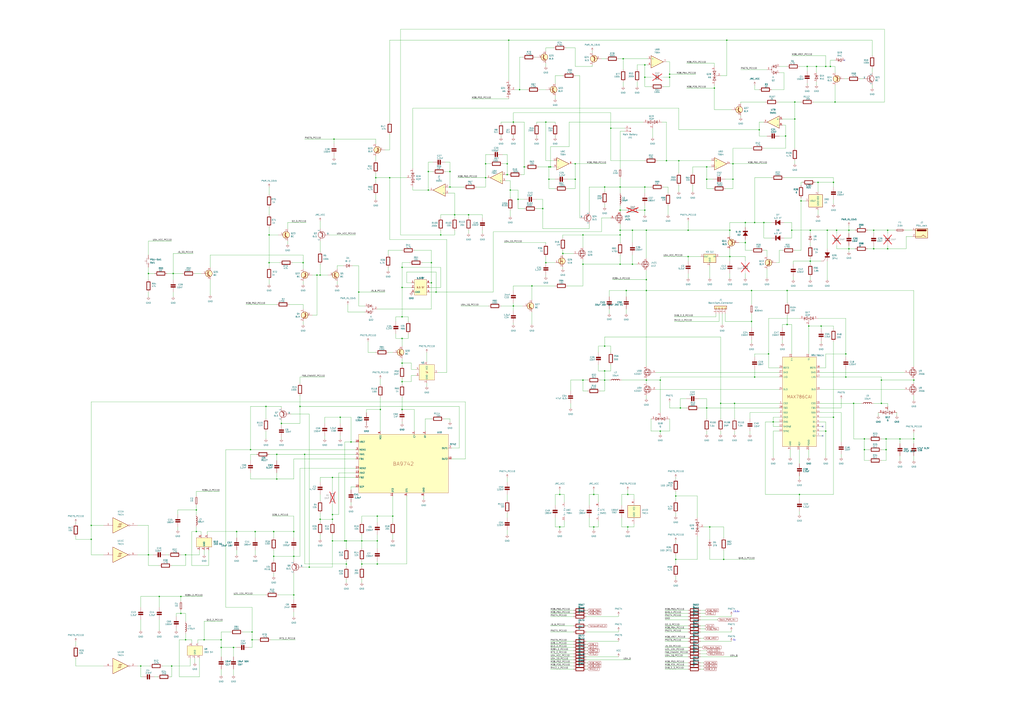
<source format=kicad_sch>
(kicad_sch (version 20250114) (generator "eeschema") (generator_version "9.0")
  (paper "A1")
  (title_block (title "PC110 Power Supply Unit") (company "Recreated by: Ahmad Byagowi"))
  (text "5v" (at 603.25 526.034 0) (effects (font (size 1.27 1.27))))
  (text "10.5v" (at 604.774 502.666 0) (effects (font (size 1.27 1.27))))
  (junction (at 664.21 267.97))
  (junction (at 279.4 342.9))
  (junction (at 496.57 312.42))
  (junction (at 728.98 189.23))
  (junction (at 425.45 163.83))
  (junction (at 309.88 424.18))
  (junction (at 723.9 312.42))
  (junction (at 627.38 182.88))
  (junction (at 728.98 204.47))
  (junction (at 248.92 215.9))
  (junction (at 645.16 111.76))
  (junction (at 631.19 290.83))
  (junction (at 519.43 217.17))
  (junction (at 646.43 266.7))
  (junction (at 227.33 373.38))
  (junction (at 623.57 106.68))
  (junction (at 617.22 264.16))
  (junction (at 529.59 53.34))
  (junction (at 152.4 455.93))
  (junction (at 509.27 189.23))
  (junction (at 519.43 189.23))
  (junction (at 657.86 165.1))
  (junction (at 448.31 100.33))
  (junction (at 297.18 463.55))
  (junction (at 487.68 406.4))
  (junction (at 218.44 334.01))
  (junction (at 398.78 146.05))
  (junction (at 739.14 360.68))
  (junction (at 330.2 313.69))
  (junction (at 320.04 146.05))
  (junction (at 665.48 214.63))
  (junction (at 416.56 134.62))
  (junction (at 586.74 72.39))
  (junction (at 330.2 298.45))
  (junction (at 529.59 153.67))
  (junction (at 142.24 224.79))
  (junction (at 709.93 369.57))
  (junction (at 205.74 369.57))
  (junction (at 284.48 444.5))
  (junction (at 148.59 490.22))
  (junction (at 554.99 407.67))
  (junction (at 685.8 83.82))
  (junction (at 529.59 172.72))
  (junction (at 635 346.71))
  (junction (at 530.86 189.23))
  (junction (at 322.58 424.18))
  (junction (at 450.85 147.32))
  (junction (at 283.21 444.5))
  (junction (at 148.59 504.19))
  (junction (at 297.18 444.5))
  (junction (at 161.29 436.88))
  (junction (at 241.3 457.2))
  (junction (at 354.33 215.9))
  (junction (at 601.98 134.62))
  (junction (at 665.48 189.23))
  (junction (at 241.3 488.95))
  (junction (at 496.57 304.8))
  (junction (at 181.61 525.78))
  (junction (at 361.95 193.04))
  (junction (at 74.93 443.23))
  (junction (at 681.99 54.61))
  (junction (at 580.39 137.16))
  (junction (at 115.57 547.37))
  (junction (at 121.92 224.79))
  (junction (at 373.38 176.53))
  (junction (at 430.53 137.16))
  (junction (at 509.27 193.04))
  (junction (at 273.05 392.43))
  (junction (at 515.62 433.07))
  (junction (at 697.23 189.23))
  (junction (at 580.39 147.32))
  (junction (at 650.24 189.23))
  (junction (at 727.71 360.68))
  (junction (at 459.74 433.07))
  (junction (at 542.29 312.42))
  (junction (at 416.56 143.51))
  (junction (at 369.57 153.67))
  (junction (at 684.53 342.9))
  (junction (at 472.44 134.62))
  (junction (at 224.79 436.88))
  (junction (at 130.81 490.22))
  (junction (at 330.2 336.55))
  (junction (at 167.64 525.78))
  (junction (at 273.05 426.72))
  (junction (at 260.35 226.06))
  (junction (at 207.01 525.78))
  (junction (at 330.2 219.71))
  (junction (at 273.05 444.5))
  (junction (at 530.86 229.87))
  (junction (at 599.44 210.82))
  (junction (at 478.79 193.04))
  (junction (at 678.18 54.61))
  (junction (at 312.42 336.55))
  (junction (at 501.65 105.41))
  (junction (at 445.77 171.45))
  (junction (at 558.8 335.28))
  (junction (at 619.76 309.88))
  (junction (at 450.85 137.16))
  (junction (at 557.53 132.08))
  (junction (at 161.29 419.1))
  (junction (at 384.81 176.53))
  (junction (at 421.64 100.33))
  (junction (at 220.98 193.04))
  (junction (at 369.57 140.97))
  (junction (at 565.15 189.23))
  (junction (at 478.79 217.17))
  (junction (at 496.57 153.67))
  (junction (at 448.31 215.9))
  (junction (at 417.83 33.02))
  (junction (at 542.29 354.33))
  (junction (at 511.81 48.26))
  (junction (at 617.22 238.76))
  (junction (at 679.45 189.23))
  (junction (at 74.93 431.8))
  (junction (at 426.72 73.66))
  (junction (at 619.76 182.88))
  (junction (at 671.83 149.86))
  (junction (at 599.44 189.23))
  (junction (at 351.79 140.97))
  (junction (at 652.78 97.79))
  (junction (at 330.2 260.35))
  (junction (at 670.56 54.61))
  (junction (at 152.4 525.78))
  (junction (at 509.27 153.67))
  (junction (at 224.79 457.2))
  (junction (at 207.01 519.43))
  (junction (at 709.93 360.68))
  (junction (at 554.99 459.74))
  (junction (at 487.68 433.07))
  (junction (at 462.28 208.28))
  (junction (at 582.93 433.07))
  (junction (at 549.91 63.5))
  (junction (at 509.27 217.17))
  (junction (at 398.78 134.62))
  (junction (at 694.69 309.88))
  (junction (at 472.44 147.32))
  (junction (at 459.74 406.4))
  (junction (at 330.2 278.13))
  (junction (at 436.88 234.95))
  (junction (at 121.92 455.93))
  (junction (at 330.2 236.22))
  (junction (at 678.18 354.33))
  (junction (at 596.9 33.02))
  (junction (at 262.89 426.72))
  (junction (at 419.1 156.21))
  (junction (at 547.37 132.08))
  (junction (at 262.89 226.06))
  (junction (at 684.53 149.86))
  (junction (at 241.3 436.88))
  (junction (at 612.14 182.88))
  (junction (at 514.35 238.76))
  (junction (at 529.59 63.5))
  (junction (at 530.86 238.76))
  (junction (at 309.88 444.5))
  (junction (at 273.05 422.91))
  (junction (at 288.29 363.22))
  (junction (at 662.94 54.61))
  (junction (at 549.91 60.96))
  (junction (at 496.57 284.48))
  (junction (at 509.27 172.72))
  (junction (at 723.9 331.47))
  (junction (at 591.82 331.47))
  (junction (at 697.23 204.47))
  (junction (at 612.14 199.39))
  (junction (at 701.04 331.47))
  (junction (at 140.97 547.37))
  (junction (at 194.31 436.88))
  (junction (at 674.37 267.97))
  (junction (at 231.14 347.98))
  (junction (at 220.98 215.9))
  (junction (at 181.61 532.13))
  (junction (at 601.98 147.32))
  (junction (at 308.61 146.05))
  (junction (at 191.77 532.13))
  (junction (at 254 466.09))
  (junction (at 717.55 189.23))
  (junction (at 727.71 369.57))
  (junction (at 580.39 335.28))
  (junction (at 358.14 240.03))
  (junction (at 354.33 232.41))
  (junction (at 694.69 290.83))
  (junction (at 750.57 312.42))
  (junction (at 274.32 114.3))
  (junction (at 652.78 83.82))
  (junction (at 478.79 312.42))
  (junction (at 421.64 251.46))
  (junction (at 687.07 189.23))
  (junction (at 565.15 210.82))
  (junction (at 594.36 459.74))
  (junction (at 309.88 463.55))
  (junction (at 246.38 334.01))
  (junction (at 750.57 360.68))
  (junction (at 646.43 238.76))
  (junction (at 284.48 463.55))
  (junction (at 603.25 331.47))
  (junction (at 351.79 156.21))
  (junction (at 209.55 436.88))
  (junction (at 227.33 393.7))
  (junction (at 515.62 406.4))
  (junction (at 717.55 204.47))
  (junction (at 656.59 406.4))
  (junction (at 294.64 240.03))
  (junction (at 452.12 137.16))
  (junction (at 530.86 312.42))
  (junction (at 250.19 373.38))
  (no_connect (at 693.42 49.53))
  (no_connect (at 675.64 350.52))
  (no_connect (at 675.64 358.14))
  (wire (pts (xy 417.83 33.02) (xy 596.9 33.02)))
  (wire (pts (xy 469.9 134.62) (xy 472.44 134.62)))
  (wire (pts (xy 514.35 257.81) (xy 514.35 254)))
  (wire (pts (xy 325.12 264.16) (xy 325.12 260.35)))
  (wire (pts (xy 146.05 419.1) (xy 146.05 422.91)))
  (wire (pts (xy 565.15 210.82) (xy 575.31 210.82)))
  (wire (pts (xy 218.44 334.01) (xy 231.14 334.01)))
  (wire (pts (xy 629.92 111.76) (xy 623.57 111.76)))
  (wire (pts (xy 684.53 406.4) (xy 656.59 406.4)))
  (wire (pts (xy 594.36 433.07) (xy 582.93 433.07)))
  (wire (pts (xy 575.31 516.89) (xy 579.12 516.89)))
  (wire (pts (xy 750.57 364.49) (xy 750.57 360.68)))
  (wire (pts (xy 218.44 334.01) (xy 218.44 344.17)))
  (wire (pts (xy 146.05 435.61) (xy 146.05 433.07)))
  (wire (pts (xy 262.89 217.17) (xy 262.89 226.06)))
  (wire (pts (xy 481.33 542.29) (xy 518.16 542.29)))
  (wire (pts (xy 723.9 312.42) (xy 723.9 331.47)))
  (wire (pts (xy 486.41 53.34) (xy 486.41 54.61)))
  (wire (pts (xy 365.76 140.97) (xy 369.57 140.97)))
  (wire (pts (xy 123.19 547.37) (xy 115.57 547.37)))
  (wire (pts (xy 612.14 199.39) (xy 607.06 199.39)))
  (wire (pts (xy 544.83 63.5) (xy 549.91 63.5)))
  (wire (pts (xy 542.29 354.33) (xy 549.91 354.33)))
  (wire (pts (xy 486.41 54.61) (xy 472.44 54.61)))
  (wire (pts (xy 369.57 344.17) (xy 364.49 344.17)))
  (wire (pts (xy 553.72 264.16) (xy 590.55 264.16)))
  (wire (pts (xy 335.28 260.35) (xy 335.28 264.16)))
  (wire (pts (xy 452.12 519.43) (xy 471.17 519.43)))
  (wire (pts (xy 283.21 444.5) (xy 284.48 444.5)))
  (wire (pts (xy 681.99 54.61) (xy 685.8 54.61)))
  (wire (pts (xy 455.93 62.23) (xy 455.93 68.58)))
  (wire (pts (xy 170.18 436.88) (xy 194.31 436.88)))
  (wire (pts (xy 575.31 504.19) (xy 579.12 504.19)))
  (wire (pts (xy 673.1 346.71) (xy 678.18 346.71)))
  (wire (pts (xy 294.64 218.44) (xy 294.64 240.03)))
  (wire (pts (xy 463.55 406.4) (xy 459.74 406.4)))
  (wire (pts (xy 739.14 378.46) (xy 739.14 374.65)))
  (wire (pts (xy 292.1 377.19) (xy 241.3 377.19)))
  (wire (pts (xy 594.36 459.74) (xy 619.76 459.74)))
  (wire (pts (xy 669.29 149.86) (xy 671.83 149.86)))
  (wire (pts (xy 398.78 127) (xy 402.59 127)))
  (wire (pts (xy 346.71 215.9) (xy 354.33 215.9)))
  (wire (pts (xy 631.19 290.83) (xy 619.76 290.83)))
  (wire (pts (xy 627.38 121.92) (xy 645.16 121.92)))
  (wire (pts (xy 309.88 463.55) (xy 309.88 461.01)))
  (wire (pts (xy 520.7 433.07) (xy 520.7 430.53)))
  (wire (pts (xy 514.35 238.76) (xy 530.86 238.76)))
  (wire (pts (xy 113.03 455.93) (xy 121.92 455.93)))
  (wire (pts (xy 421.64 266.7) (xy 421.64 265.43)))
  (wire (pts (xy 115.57 490.22) (xy 130.81 490.22)))
  (wire (pts (xy 643.89 195.58) (xy 650.24 195.58)))
  (wire (pts (xy 421.64 248.92) (xy 421.64 251.46)))
  (wire (pts (xy 635 346.71) (xy 635 350.52)))
  (wire (pts (xy 694.69 303.53) (xy 694.69 309.88)))
  (wire (pts (xy 509.27 209.55) (xy 509.27 217.17)))
  (wire (pts (xy 591.82 331.47) (xy 603.25 331.47)))
  (wire (pts (xy 629.92 205.74) (xy 629.92 210.82)))
  (wire (pts (xy 575.31 549.91) (xy 577.85 549.91)))
  (wire (pts (xy 273.05 392.43) (xy 262.89 392.43)))
  (wire (pts (xy 339.09 88.9) (xy 339.09 138.43)))
  (wire (pts (xy 500.38 238.76) (xy 514.35 238.76)))
  (wire (pts (xy 709.93 369.57) (xy 709.93 360.68)))
  (wire (pts (xy 161.29 419.1) (xy 161.29 422.91)))
  (wire (pts (xy 575.31 544.83) (xy 577.85 544.83)))
  (wire (pts (xy 248.92 215.9) (xy 248.92 209.55)))
  (wire (pts (xy 638.81 83.82) (xy 652.78 83.82)))
  (wire (pts (xy 142.24 243.84) (xy 142.24 240.03)))
  (wire (pts (xy 739.14 360.68) (xy 727.71 360.68)))
  (wire (pts (xy 481.33 537.21) (xy 482.6 537.21)))
  (wire (pts (xy 452.12 514.35) (xy 471.17 514.35)))
  (wire (pts (xy 351.79 133.35) (xy 355.6 133.35)))
  (wire (pts (xy 140.97 464.82) (xy 152.4 464.82)))
  (wire (pts (xy 74.93 330.2) (xy 74.93 431.8)))
  (wire (pts (xy 623.57 106.68) (xy 557.53 106.68)))
  (wire (pts (xy 750.57 378.46) (xy 750.57 374.65)))
  (wire (pts (xy 671.83 149.86) (xy 671.83 157.48)))
  (wire (pts (xy 574.04 327.66) (xy 580.39 327.66)))
  (wire (pts (xy 678.18 302.26) (xy 678.18 290.83)))
  (wire (pts (xy 320.04 146.05) (xy 334.01 146.05)))
  (wire (pts (xy 285.75 250.19) (xy 285.75 256.54)))
  (wire (pts (xy 496.57 304.8) (xy 501.65 304.8)))
  (wire (pts (xy 530.86 222.25) (xy 530.86 229.87)))
  (wire (pts (xy 744.22 194.31) (xy 744.22 204.47)))
  (wire (pts (xy 194.31 441.96) (xy 194.31 436.88)))
  (wire (pts (xy 335.28 278.13) (xy 330.2 278.13)))
  (wire (pts (xy 542.29 356.87) (xy 542.29 354.33)))
  (wire (pts (xy 207.01 525.78) (xy 212.09 525.78)))
  (wire (pts (xy 481.33 534.67) (xy 482.6 534.67)))
  (wire (pts (xy 185.42 369.57) (xy 205.74 369.57)))
  (wire (pts (xy 530.86 238.76) (xy 530.86 300.99)))
  (wire (pts (xy 148.59 504.19) (xy 152.4 504.19)))
  (wire (pts (xy 717.55 189.23) (xy 717.55 191.77)))
  (wire (pts (xy 662.94 58.42) (xy 662.94 54.61)))
  (wire (pts (xy 557.53 88.9) (xy 339.09 88.9)))
  (wire (pts (xy 452.12 501.65) (xy 471.17 501.65)))
  (wire (pts (xy 351.79 140.97) (xy 355.6 140.97)))
  (wire (pts (xy 580.39 154.94) (xy 580.39 147.32)))
  (wire (pts (xy 580.39 327.66) (xy 580.39 335.28)))
  (wire (pts (xy 262.89 439.42) (xy 262.89 443.23)))
  (wire (pts (xy 396.24 179.07) (xy 396.24 176.53)))
  (wire (pts (xy 478.79 193.04) (xy 478.79 203.2)))
  (wire (pts (xy 241.3 452.12) (xy 241.3 457.2)))
  (wire (pts (xy 254 466.09) (xy 248.92 466.09)))
  (wire (pts (xy 144.78 504.19) (xy 148.59 504.19)))
  (wire (pts (xy 509.27 107.95) (xy 509.27 138.43)))
  (wire (pts (xy 368.3 153.67) (xy 369.57 153.67)))
  (wire (pts (xy 687.07 204.47) (xy 697.23 204.47)))
  (wire (pts (xy 459.74 402.59) (xy 459.74 406.4)))
  (wire (pts (xy 520.7 406.4) (xy 520.7 410.21)))
  (wire (pts (xy 646.43 266.7) (xy 642.62 266.7)))
  (wire (pts (xy 586.74 69.85) (xy 586.74 72.39)))
  (wire (pts (xy 144.78 518.16) (xy 144.78 516.89)))
  (wire (pts (xy 582.93 450.85) (xy 582.93 459.74)))
  (wire (pts (xy 194.31 436.88) (xy 209.55 436.88)))
  (wire (pts (xy 455.93 433.07) (xy 455.93 425.45)))
  (wire (pts (xy 288.29 363.22) (xy 288.29 342.9)))
  (wire (pts (xy 591.82 62.23) (xy 596.9 62.23)))
  (wire (pts (xy 603.25 331.47) (xy 640.08 331.47)))
  (wire (pts (xy 496.57 321.31) (xy 496.57 312.42)))
  (wire (pts (xy 289.56 218.44) (xy 294.64 218.44)))
  (wire (pts (xy 633.73 73.66) (xy 643.89 73.66)))
  (wire (pts (xy 496.57 167.64) (xy 496.57 170.18)))
  (wire (pts (xy 334.01 407.67) (xy 334.01 463.55)))
  (wire (pts (xy 702.31 204.47) (xy 697.23 204.47)))
  (wire (pts (xy 297.18 424.18) (xy 309.88 424.18)))
  (wire (pts (xy 546.1 547.37) (xy 565.15 547.37)))
  (wire (pts (xy 575.31 501.65) (xy 579.12 501.65)))
  (wire (pts (xy 651.51 217.17) (xy 651.51 214.63)))
  (wire (pts (xy 454.66 132.08) (xy 448.31 132.08)))
  (wire (pts (xy 548.64 176.53) (xy 548.64 168.91)))
  (wire (pts (xy 450.85 154.94) (xy 455.93 154.94)))
  (wire (pts (xy 142.24 208.28) (xy 158.75 208.28)))
  (wire (pts (xy 657.86 162.56) (xy 657.86 165.1)))
  (wire (pts (xy 599.44 189.23) (xy 599.44 194.31)))
  (wire (pts (xy 612.14 182.88) (xy 619.76 182.88)))
  (wire (pts (xy 678.18 346.71) (xy 678.18 354.33)))
  (wire (pts (xy 254 466.09) (xy 254 340.36)))
  (wire (pts (xy 640.08 309.88) (xy 619.76 309.88)))
  (wire (pts (xy 530.86 238.76) (xy 617.22 238.76)))
  (wire (pts (xy 496.57 284.48) (xy 501.65 284.48)))
  (wire (pts (xy 652.78 205.74) (xy 657.86 205.74)))
  (wire (pts (xy 308.61 128.27) (xy 308.61 132.08)))
  (wire (pts (xy 519.43 189.23) (xy 530.86 189.23)))
  (wire (pts (xy 220.98 215.9) (xy 229.87 215.9)))
  (wire (pts (xy 515.62 402.59) (xy 515.62 406.4)))
  (wire (pts (xy 421.64 92.71) (xy 501.65 92.71)))
  (wire (pts (xy 309.88 424.18) (xy 309.88 429.26)))
  (wire (pts (xy 382.27 330.2) (xy 74.93 330.2)))
  (wire (pts (xy 320.04 123.19) (xy 316.23 123.19)))
  (wire (pts (xy 152.4 504.19) (xy 152.4 510.54)))
  (wire (pts (xy 599.44 134.62) (xy 601.98 134.62)))
  (wire (pts (xy 274.32 129.54) (xy 274.32 128.27)))
  (wire (pts (xy 575.31 539.75) (xy 605.79 539.75)))
  (wire (pts (xy 162.56 525.78) (xy 162.56 528.32)))
  (wire (pts (xy 236.22 200.66) (xy 236.22 198.12)))
  (wire (pts (xy 322.58 424.18) (xy 309.88 424.18)))
  (wire (pts (xy 515.62 406.4) (xy 520.7 406.4)))
  (wire (pts (xy 640.08 215.9) (xy 637.54 215.9)))
  (wire (pts (xy 472.44 62.23) (xy 476.25 62.23)))
  (wire (pts (xy 334.01 232.41) (xy 334.01 223.52)))
  (wire (pts (xy 509.27 172.72) (xy 514.35 172.72)))
  (wire (pts (xy 627.38 195.58) (xy 633.73 195.58)))
  (wire (pts (xy 452.12 549.91) (xy 471.17 549.91)))
  (wire (pts (xy 481.33 539.75) (xy 508 539.75)))
  (wire (pts (xy 430.53 100.33) (xy 430.53 137.16)))
  (wire (pts (xy 209.55 441.96) (xy 209.55 436.88)))
  (wire (pts (xy 501.65 284.48) (xy 501.65 289.56)))
  (wire (pts (xy 687.07 201.93) (xy 687.07 204.47)))
  (wire (pts (xy 330.2 205.74) (xy 318.77 205.74)))
  (wire (pts (xy 227.33 393.7) (xy 227.33 388.62)))
  (wire (pts (xy 656.59 381) (xy 656.59 369.57)))
  (wire (pts (xy 411.48 113.03) (xy 411.48 111.76)))
  (wire (pts (xy 728.98 201.93) (xy 728.98 204.47)))
  (wire (pts (xy 140.97 547.37) (xy 156.21 547.37)))
  (wire (pts (xy 619.76 309.88) (xy 619.76 303.53)))
  (wire (pts (xy 687.07 189.23) (xy 687.07 191.77)))
  (wire (pts (xy 318.77 205.74) (xy 318.77 209.55)))
  (wire (pts (xy 615.95 339.09) (xy 640.08 339.09)))
  (wire (pts (xy 398.78 134.62) (xy 398.78 127)))
  (wire (pts (xy 156.21 547.37) (xy 156.21 541.02)))
  (wire (pts (xy 575.31 532.13) (xy 576.58 532.13)))
  (wire (pts (xy 580.39 335.28) (xy 640.08 335.28)))
  (wire (pts (xy 262.89 406.4) (xy 262.89 411.48)))
  (wire (pts (xy 250.19 373.38) (xy 292.1 373.38)))
  (wire (pts (xy 467.36 120.65) (xy 467.36 100.33)))
  (wire (pts (xy 588.01 257.81) (xy 588.01 260.35)))
  (wire (pts (xy 417.83 33.02) (xy 417.83 66.04)))
  (wire (pts (xy 690.88 375.92) (xy 690.88 373.38)))
  (wire (pts (xy 595.63 264.16) (xy 617.22 264.16)))
  (wire (pts (xy 608.33 57.15) (xy 629.92 57.15)))
  (wire (pts (xy 328.93 24.13) (xy 328.93 193.04)))
  (wire (pts (xy 466.09 154.94) (xy 472.44 154.94)))
  (wire (pts (xy 623.57 111.76) (xy 623.57 106.68)))
  (wire (pts (xy 181.61 539.75) (xy 181.61 532.13)))
  (wire (pts (xy 627.38 205.74) (xy 629.92 205.74)))
  (wire (pts (xy 62.23 440.69) (xy 62.23 443.23)))
  (wire (pts (xy 595.63 154.94) (xy 601.98 154.94)))
  (wire (pts (xy 330.2 215.9) (xy 330.2 219.71)))
  (wire (pts (xy 62.23 547.37) (xy 85.09 547.37)))
  (wire (pts (xy 656.59 261.62) (xy 631.19 261.62)))
  (wire (pts (xy 684.53 267.97) (xy 674.37 267.97)))
  (wire (pts (xy 679.45 189.23) (xy 679.45 204.47)))
  (wire (pts (xy 572.77 459.74) (xy 554.99 459.74)))
  (wire (pts (xy 115.57 518.16) (xy 115.57 509.27)))
  (wire (pts (xy 750.57 311.15) (xy 750.57 312.42)))
  (wire (pts (xy 452.12 539.75) (xy 471.17 539.75)))
  (wire (pts (xy 501.65 105.41) (xy 513.08 105.41)))
  (wire (pts (xy 523.24 67.31) (xy 523.24 71.12)))
  (wire (pts (xy 337.82 232.41) (xy 334.01 232.41)))
  (wire (pts (xy 650.24 45.72) (xy 678.18 45.72)))
  (wire (pts (xy 369.57 153.67) (xy 381 153.67)))
  (wire (pts (xy 491.49 427.99) (xy 491.49 433.07)))
  (wire (pts (xy 596.9 33.02) (xy 716.28 33.02)))
  (wire (pts (xy 412.75 127) (xy 416.56 127)))
  (wire (pts (xy 288.29 415.29) (xy 288.29 412.75)))
  (wire (pts (xy 501.65 105.41) (xy 501.65 132.08)))
  (wire (pts (xy 161.29 403.86) (xy 180.34 403.86)))
  (wire (pts (xy 116.84 556.26) (xy 115.57 556.26)))
  (wire (pts (xy 492.76 321.31) (xy 496.57 321.31)))
  (wire (pts (xy 508 518.16) (xy 508 519.43)))
  (wire (pts (xy 450.85 147.32) (xy 450.85 137.16)))
  (wire (pts (xy 127 224.79) (xy 121.92 224.79)))
  (wire (pts (xy 650.24 189.23) (xy 665.48 189.23)))
  (wire (pts (xy 685.8 69.85) (xy 685.8 83.82)))
  (wire (pts (xy 665.48 229.87) (xy 665.48 227.33)))
  (wire (pts (xy 599.44 224.79) (xy 599.44 228.6)))
  (wire (pts (xy 694.69 309.88) (xy 723.9 309.88)))
  (wire (pts (xy 455.93 111.76) (xy 455.93 113.03)))
  (wire (pts (xy 727.71 369.57) (xy 727.71 360.68)))
  (wire (pts (xy 398.78 134.62) (xy 402.59 134.62)))
  (wire (pts (xy 288.29 402.59) (xy 288.29 400.05)))
  (wire (pts (xy 220.98 219.71) (xy 220.98 215.9)))
  (wire (pts (xy 448.31 39.37) (xy 448.31 41.91)))
  (wire (pts (xy 246.38 334.01) (xy 246.38 347.98)))
  (wire (pts (xy 728.98 204.47) (xy 744.22 204.47)))
  (wire (pts (xy 727.71 378.46) (xy 727.71 369.57)))
  (wire (pts (xy 568.96 152.4) (xy 568.96 157.48)))
  (wire (pts (xy 337.82 303.53) (xy 337.82 298.45)))
  (wire (pts (xy 628.65 406.4) (xy 628.65 346.71)))
  (wire (pts (xy 425.45 163.83) (xy 425.45 156.21)))
  (wire (pts (xy 510.54 406.4) (xy 515.62 406.4)))
  (wire (pts (xy 548.64 158.75) (xy 548.64 153.67)))
  (wire (pts (xy 575.31 506.73) (xy 600.71 506.73)))
  (wire (pts (xy 723.9 369.57) (xy 727.71 369.57)))
  (wire (pts (xy 650.24 182.88) (xy 650.24 189.23)))
  (wire (pts (xy 194.31 455.93) (xy 194.31 452.12)))
  (wire (pts (xy 546.1 537.21) (xy 565.15 537.21)))
  (wire (pts (xy 544.83 210.82) (xy 565.15 210.82)))
  (wire (pts (xy 231.14 335.28) (xy 231.14 334.01)))
  (wire (pts (xy 656.59 393.7) (xy 656.59 391.16)))
  (wire (pts (xy 309.88 444.5) (xy 309.88 450.85)))
  (wire (pts (xy 572.77 425.45) (xy 572.77 407.67)))
  (wire (pts (xy 246.38 325.12) (xy 246.38 334.01)))
  (wire (pts (xy 640.08 54.61) (xy 646.43 54.61)))
  (wire (pts (xy 165.1 224.79) (xy 160.02 224.79)))
  (wire (pts (xy 284.48 461.01) (xy 284.48 463.55)))
  (wire (pts (xy 262.89 198.12) (xy 262.89 207.01)))
  (wire (pts (xy 478.79 213.36) (xy 478.79 217.17)))
  (wire (pts (xy 142.24 224.79) (xy 142.24 208.28)))
  (wire (pts (xy 575.31 547.37) (xy 577.85 547.37)))
  (wire (pts (xy 421.64 100.33) (xy 421.64 101.6)))
  (wire (pts (xy 509.27 168.91) (xy 509.27 172.72)))
  (wire (pts (xy 608.33 85.09) (xy 608.33 83.82)))
  (wire (pts (xy 224.79 461.01) (xy 224.79 457.2)))
  (wire (pts (xy 445.77 171.45) (xy 445.77 187.96)))
  (wire (pts (xy 391.16 153.67) (xy 398.78 153.67)))
  (wire (pts (xy 140.97 556.26) (xy 140.97 547.37)))
  (wire (pts (xy 148.59 490.22) (xy 166.37 490.22)))
  (wire (pts (xy 491.49 433.07) (xy 487.68 433.07)))
  (wire (pts (xy 723.9 312.42) (xy 750.57 312.42)))
  (wire (pts (xy 510.54 433.07) (xy 515.62 433.07)))
  (wire (pts (xy 172.72 209.55) (xy 172.72 219.71)))
  (wire (pts (xy 421.64 113.03) (xy 421.64 111.76)))
  (wire (pts (xy 600.71 90.17) (xy 586.74 90.17)))
  (wire (pts (xy 455.93 100.33) (xy 448.31 100.33)))
  (wire (pts (xy 170.18 439.42) (xy 170.18 436.88)))
  (wire (pts (xy 557.53 132.08) (xy 557.53 142.24)))
  (wire (pts (xy 694.69 290.83) (xy 694.69 293.37)))
  (wire (pts (xy 421.64 238.76) (xy 421.64 234.95)))
  (wire (pts (xy 246.38 314.96) (xy 246.38 309.88)))
  (wire (pts (xy 530.86 189.23) (xy 565.15 189.23)))
  (wire (pts (xy 250.19 463.55) (xy 284.48 463.55)))
  (wire (pts (xy 205.74 369.57) (xy 292.1 369.57)))
  (wire (pts (xy 74.93 443.23) (xy 74.93 455.93)))
  (wire (pts (xy 130.81 499.11) (xy 130.81 490.22)))
  (wire (pts (xy 514.35 238.76) (xy 514.35 243.84)))
  (wire (pts (xy 697.23 189.23) (xy 697.23 185.42)))
  (wire (pts (xy 716.28 72.39) (xy 716.28 69.85)))
  (wire (pts (xy 436.88 234.95) (xy 455.93 234.95)))
  (wire (pts (xy 369.57 346.71) (xy 369.57 344.17)))
  (wire (pts (xy 181.61 532.13) (xy 191.77 532.13)))
  (wire (pts (xy 334.01 223.52) (xy 358.14 223.52)))
  (wire (pts (xy 133.35 547.37) (xy 140.97 547.37)))
  (wire (pts (xy 697.23 189.23) (xy 697.23 191.77)))
  (wire (pts (xy 496.57 153.67) (xy 509.27 153.67)))
  (wire (pts (xy 717.55 189.23) (xy 728.98 189.23)))
  (wire (pts (xy 500.38 257.81) (xy 500.38 254)))
  (wire (pts (xy 284.48 463.55) (xy 284.48 466.09)))
  (wire (pts (xy 523.24 53.34) (xy 523.24 57.15)))
  (wire (pts (xy 419.1 172.72) (xy 419.1 177.8)))
  (wire (pts (xy 330.2 298.45) (xy 330.2 300.99)))
  (wire (pts (xy 678.18 290.83) (xy 694.69 290.83)))
  (wire (pts (xy 617.22 238.76) (xy 617.22 250.19)))
  (wire (pts (xy 553.72 260.35) (xy 588.01 260.35)))
  (wire (pts (xy 670.56 54.61) (xy 670.56 59.69)))
  (wire (pts (xy 279.4 358.14) (xy 279.4 360.68)))
  (wire (pts (xy 491.49 284.48) (xy 496.57 284.48)))
  (wire (pts (xy 572.77 440.69) (xy 572.77 459.74)))
  (wire (pts (xy 640.08 59.69) (xy 643.89 59.69)))
  (wire (pts (xy 351.79 140.97) (xy 351.79 156.21)))
  (wire (pts (xy 650.24 290.83) (xy 650.24 266.7)))
  (wire (pts (xy 693.42 64.77) (xy 695.96 64.77)))
  (wire (pts (xy 445.77 163.83) (xy 445.77 171.45)))
  (wire (pts (xy 411.48 100.33) (xy 421.64 100.33)))
  (wire (pts (xy 273.05 422.91) (xy 273.05 426.72)))
  (wire (pts (xy 222.25 525.78) (xy 242.57 525.78)))
  (wire (pts (xy 194.31 532.13) (xy 191.77 532.13)))
  (wire (pts (xy 665.48 214.63) (xy 665.48 217.17)))
  (wire (pts (xy 635 342.9) (xy 635 346.71)))
  (wire (pts (xy 665.48 191.77) (xy 665.48 189.23)))
  (wire (pts (xy 262.89 426.72) (xy 262.89 421.64)))
  (wire (pts (xy 297.18 461.01) (xy 297.18 463.55)))
  (wire (pts (xy 340.36 336.55) (xy 340.36 354.33)))
  (wire (pts (xy 262.89 392.43) (xy 262.89 396.24)))
  (wire (pts (xy 416.56 421.64) (xy 416.56 425.45)))
  (wire (pts (xy 340.36 336.55) (xy 330.2 336.55)))
  (wire (pts (xy 365.76 133.35) (xy 369.57 133.35)))
  (wire (pts (xy 284.48 444.5) (xy 297.18 444.5)))
  (wire (pts (xy 565.15 228.6) (xy 565.15 224.79)))
  (wire (pts (xy 340.36 205.74) (xy 354.33 205.74)))
  (wire (pts (xy 728.98 189.23) (xy 728.98 191.77)))
  (wire (pts (xy 487.68 435.61) (xy 487.68 433.07)))
  (wire (pts (xy 684.53 280.67) (xy 684.53 342.9)))
  (wire (pts (xy 467.36 100.33) (xy 528.32 100.33)))
  (wire (pts (xy 322.58 407.67) (xy 322.58 424.18)))
  (wire (pts (xy 472.44 134.62) (xy 497.84 134.62)))
  (wire (pts (xy 674.37 267.97) (xy 674.37 270.51)))
  (wire (pts (xy 478.79 217.17) (xy 509.27 217.17)))
  (wire (pts (xy 440.69 100.33) (xy 440.69 101.6)))
  (wire (pts (xy 220.98 233.68) (xy 220.98 229.87)))
  (wire (pts (xy 599.44 210.82) (xy 612.14 210.82)))
  (wire (pts (xy 546.1 514.35) (xy 565.15 514.35)))
  (wire (pts (xy 425.45 171.45) (xy 425.45 163.83)))
  (wire (pts (xy 308.61 163.83) (xy 308.61 160.02)))
  (wire (pts (xy 248.92 250.19) (xy 248.92 254)))
  (wire (pts (xy 575.31 519.43) (xy 600.71 519.43)))
  (wire (pts (xy 359.41 306.07) (xy 367.03 306.07)))
  (wire (pts (xy 312.42 326.39) (xy 312.42 336.55)))
  (wire (pts (xy 246.38 347.98) (xy 231.14 347.98)))
  (wire (pts (xy 463.55 433.07) (xy 459.74 433.07)))
  (wire (pts (xy 419.1 156.21) (xy 419.1 148.59)))
  (wire (pts (xy 510.54 415.29) (xy 510.54 406.4)))
  (wire (pts (xy 185.42 499.11) (xy 185.42 369.57)))
  (wire (pts (xy 421.64 92.71) (xy 421.64 100.33)))
  (wire (pts (xy 224.79 436.88) (xy 224.79 441.96)))
  (wire (pts (xy 121.92 431.8) (xy 121.92 455.93)))
  (wire (pts (xy 673.1 306.07) (xy 742.95 306.07)))
  (wire (pts (xy 546.1 539.75) (xy 565.15 539.75)))
  (wire (pts (xy 554.99 463.55) (xy 554.99 459.74)))
  (wire (pts (xy 351.79 140.97) (xy 351.79 133.35)))
  (wire (pts (xy 330.2 347.98) (xy 330.2 346.71)))
  (wire (pts (xy 492.76 312.42) (xy 496.57 312.42)))
  (wire (pts (xy 685.8 83.82) (xy 726.44 83.82)))
  (wire (pts (xy 284.48 476.25) (xy 284.48 478.79)))
  (wire (pts (xy 619.76 290.83) (xy 619.76 293.37)))
  (wire (pts (xy 572.77 407.67) (xy 554.99 407.67)))
  (wire (pts (xy 701.04 331.47) (xy 701.04 360.68)))
  (wire (pts (xy 115.57 556.26) (xy 115.57 547.37)))
  (wire (pts (xy 750.57 238.76) (xy 750.57 300.99)))
  (wire (pts (xy 481.33 514.35) (xy 482.6 514.35)))
  (wire (pts (xy 354.33 215.9) (xy 354.33 232.41)))
  (wire (pts (xy 294.64 251.46) (xy 294.64 240.03)))
  (wire (pts (xy 529.59 71.12) (xy 534.67 71.12)))
  (wire (pts (xy 685.8 54.61) (xy 685.8 59.69)))
  (wire (pts (xy 519.43 189.23) (xy 519.43 199.39)))
  (wire (pts (xy 648.97 369.57) (xy 648.97 375.92)))
  (wire (pts (xy 608.33 96.52) (xy 608.33 95.25)))
  (wire (pts (xy 679.45 229.87) (xy 679.45 214.63)))
  (wire (pts (xy 554.99 393.7) (xy 554.99 392.43)))
  (wire (pts (xy 659.13 149.86) (xy 657.86 149.86)))
  (wire (pts (xy 678.18 354.33) (xy 673.1 354.33)))
  (wire (pts (xy 619.76 146.05) (xy 619.76 182.88)))
  (wire (pts (xy 640.08 205.74) (xy 640.08 215.9)))
  (wire (pts (xy 582.93 459.74) (xy 594.36 459.74)))
  (wire (pts (xy 160.02 544.83) (xy 160.02 541.02)))
  (wire (pts (xy 318.77 222.25) (xy 318.77 219.71)))
  (wire (pts (xy 701.04 331.47) (xy 707.39 331.47)))
  (wire (pts (xy 529.59 172.72) (xy 529.59 176.53)))
  (wire (pts (xy 656.59 54.61) (xy 662.94 54.61)))
  (wire (pts (xy 723.9 309.88) (xy 723.9 312.42)))
  (wire (pts (xy 723.9 331.47) (xy 717.55 331.47)))
  (wire (pts (xy 697.23 204.47) (xy 697.23 207.01)))
  (wire (pts (xy 250.19 114.3) (xy 274.32 114.3)))
  (wire (pts (xy 377.19 334.01) (xy 246.38 334.01)))
  (wire (pts (xy 643.89 59.69) (xy 643.89 73.66)))
  (wire (pts (xy 690.88 327.66) (xy 690.88 335.28)))
  (wire (pts (xy 62.23 430.53) (xy 62.23 429.26)))
  (wire (pts (xy 181.61 519.43) (xy 189.23 519.43)))
  (wire (pts (xy 671.83 261.62) (xy 694.69 261.62)))
  (wire (pts (xy 690.88 339.09) (xy 673.1 339.09)))
  (wire (pts (xy 278.13 422.91) (xy 273.05 422.91)))
  (wire (pts (xy 549.91 354.33) (xy 549.91 344.17)))
  (wire (pts (xy 297.18 476.25) (xy 297.18 478.79)))
  (wire (pts (xy 511.81 67.31) (xy 511.81 71.12)))
  (wire (pts (xy 210.82 373.38) (xy 205.74 373.38)))
  (wire (pts (xy 546.1 532.13) (xy 565.15 532.13)))
  (wire (pts (xy 673.1 309.88) (xy 694.69 309.88)))
  (wire (pts (xy 642.62 279.4) (xy 642.62 281.94)))
  (wire (pts (xy 224.79 473.71) (xy 224.79 471.17)))
  (wire (pts (xy 144.78 506.73) (xy 144.78 504.19)))
  (wire (pts (xy 167.64 510.54) (xy 167.64 525.78)))
  (wire (pts (xy 519.43 217.17) (xy 523.24 217.17)))
  (wire (pts (xy 262.89 426.72) (xy 262.89 429.26)))
  (wire (pts (xy 415.29 143.51) (xy 416.56 143.51)))
  (wire (pts (xy 679.45 189.23) (xy 687.07 189.23)))
  (wire (pts (xy 640.08 302.26) (xy 631.19 302.26)))
  (wire (pts (xy 668.02 83.82) (xy 685.8 83.82)))
  (wire (pts (xy 236.22 187.96) (xy 236.22 182.88)))
  (wire (pts (xy 358.14 240.03) (xy 405.13 240.03)))
  (wire (pts (xy 455.93 415.29) (xy 455.93 406.4)))
  (wire (pts (xy 642.62 205.74) (xy 640.08 205.74)))
  (wire (pts (xy 575.31 534.67) (xy 580.39 534.67)))
  (wire (pts (xy 224.79 457.2) (xy 241.3 457.2)))
  (wire (pts (xy 130.81 464.82) (xy 121.92 464.82)))
  (wire (pts (xy 535.94 105.41) (xy 535.94 113.03)))
  (wire (pts (xy 171.45 452.12) (xy 171.45 464.82)))
  (wire (pts (xy 591.82 356.87) (xy 591.82 354.33)))
  (wire (pts (xy 684.53 153.67) (xy 684.53 149.86)))
  (wire (pts (xy 448.31 227.33) (xy 448.31 226.06)))
  (wire (pts (xy 351.79 156.21) (xy 353.06 156.21)))
  (wire (pts (xy 299.72 251.46) (xy 294.64 251.46)))
  (wire (pts (xy 416.56 435.61) (xy 416.56 439.42)))
  (wire (pts (xy 416.56 143.51) (xy 417.83 143.51)))
  (wire (pts (xy 612.14 224.79) (xy 612.14 228.6)))
  (wire (pts (xy 462.28 208.28) (xy 471.17 208.28)))
  (wire (pts (xy 330.2 260.35) (xy 335.28 260.35)))
  (wire (pts (xy 491.49 406.4) (xy 487.68 406.4)))
  (wire (pts (xy 511.81 48.26) (xy 532.13 48.26)))
  (wire (pts (xy 580.39 356.87) (xy 580.39 354.33)))
  (wire (pts (xy 339.09 156.21) (xy 351.79 156.21)))
  (wire (pts (xy 635 350.52) (xy 640.08 350.52)))
  (wire (pts (xy 631.19 261.62) (xy 631.19 290.83)))
  (wire (pts (xy 452.12 547.37) (xy 471.17 547.37)))
  (wire (pts (xy 373.38 176.53) (xy 384.81 176.53)))
  (wire (pts (xy 450.85 154.94) (xy 450.85 147.32)))
  (wire (pts (xy 530.86 311.15) (xy 530.86 312.42)))
  (wire (pts (xy 501.65 92.71) (xy 501.65 105.41)))
  (wire (pts (xy 130.81 518.16) (xy 130.81 509.27)))
  (wire (pts (xy 262.89 181.61) (xy 262.89 187.96)))
  (wire (pts (xy 674.37 280.67) (xy 674.37 281.94)))
  (wire (pts (xy 642.62 266.7) (xy 642.62 269.24)))
  (wire (pts (xy 563.88 52.07) (xy 586.74 52.07)))
  (wire (pts (xy 191.77 488.95) (xy 218.44 488.95)))
  (wire (pts (xy 309.88 254) (xy 354.33 254)))
  (wire (pts (xy 481.33 519.43) (xy 508 519.43)))
  (wire (pts (xy 223.52 424.18) (xy 241.3 424.18)))
  (wire (pts (xy 673.1 302.26) (xy 678.18 302.26)))
  (wire (pts (xy 652.78 83.82) (xy 652.78 97.79)))
  (wire (pts (xy 496.57 312.42) (xy 500.38 312.42)))
  (wire (pts (xy 515.62 433.07) (xy 520.7 433.07)))
  (wire (pts (xy 181.61 519.43) (xy 181.61 525.78)))
  (wire (pts (xy 662.94 54.61) (xy 670.56 54.61)))
  (wire (pts (xy 633.73 182.88) (xy 627.38 182.88)))
  (wire (pts (xy 237.49 250.19) (xy 248.92 250.19)))
  (wire (pts (xy 646.43 259.08) (xy 646.43 266.7)))
  (wire (pts (xy 501.65 304.8) (xy 501.65 299.72)))
  (wire (pts (xy 419.1 148.59) (xy 415.29 148.59)))
  (wire (pts (xy 339.09 156.21) (xy 339.09 153.67)))
  (wire (pts (xy 279.4 342.9) (xy 279.4 347.98)))
  (wire (pts (xy 575.31 524.51) (xy 577.85 524.51)))
  (wire (pts (xy 557.53 106.68) (xy 557.53 88.9)))
  (wire (pts (xy 361.95 193.04) (xy 373.38 193.04)))
  (wire (pts (xy 330.2 313.69) (xy 330.2 316.23)))
  (wire (pts (xy 543.56 100.33) (xy 547.37 100.33)))
  (wire (pts (xy 322.58 443.23) (xy 322.58 439.42)))
  (wire (pts (xy 612.14 214.63) (xy 612.14 210.82)))
  (wire (pts (xy 580.39 147.32) (xy 580.39 137.16)))
  (wire (pts (xy 652.78 97.79) (xy 652.78 121.92)))
  (wire (pts (xy 736.6 339.09) (xy 736.6 341.63)))
  (wire (pts (xy 582.93 433.07) (xy 577.85 433.07)))
  (wire (pts (xy 241.3 436.88) (xy 224.79 436.88)))
  (wire (pts (xy 281.94 218.44) (xy 276.86 218.44)))
  (wire (pts (xy 665.48 189.23) (xy 679.45 189.23)))
  (wire (pts (xy 440.69 111.76) (xy 440.69 113.03)))
  (wire (pts (xy 728.98 189.23) (xy 735.33 189.23)))
  (wire (pts (xy 586.74 54.61) (xy 586.74 52.07)))
  (wire (pts (xy 452.12 137.16) (xy 452.12 120.65)))
  (wire (pts (xy 163.83 556.26) (xy 147.32 556.26)))
  (wire (pts (xy 601.98 134.62) (xy 601.98 147.32)))
  (wire (pts (xy 330.2 236.22) (xy 330.2 260.35)))
  (wire (pts (xy 534.67 63.5) (xy 529.59 63.5)))
  (wire (pts (xy 367.03 306.07) (xy 367.03 196.85)))
  (wire (pts (xy 367.03 196.85) (xy 320.04 196.85)))
  (wire (pts (xy 330.2 278.13) (xy 325.12 278.13)))
  (wire (pts (xy 646.43 238.76) (xy 750.57 238.76)))
  (wire (pts (xy 256.54 226.06) (xy 260.35 226.06)))
  (wire (pts (xy 633.73 146.05) (xy 619.76 146.05)))
  (wire (pts (xy 421.64 100.33) (xy 430.53 100.33)))
  (wire (pts (xy 400.05 146.05) (xy 398.78 146.05)))
  (wire (pts (xy 74.93 443.23) (xy 62.23 443.23)))
  (wire (pts (xy 273.05 429.26) (xy 273.05 426.72)))
  (wire (pts (xy 684.53 163.83) (xy 684.53 167.64)))
  (wire (pts (xy 462.28 205.74) (xy 462.28 208.28)))
  (wire (pts (xy 509.27 193.04) (xy 509.27 199.39)))
  (wire (pts (xy 657.86 83.82) (xy 652.78 83.82)))
  (wire (pts (xy 288.29 342.9) (xy 279.4 342.9)))
  (wire (pts (xy 241.3 457.2) (xy 246.38 457.2)))
  (wire (pts (xy 288.29 400.05) (xy 292.1 400.05)))
  (wire (pts (xy 452.12 120.65) (xy 467.36 120.65)))
  (wire (pts (xy 167.64 525.78) (xy 181.61 525.78)))
  (wire (pts (xy 591.82 276.86) (xy 496.57 276.86)))
  (wire (pts (xy 167.64 455.93) (xy 167.64 452.12)))
  (wire (pts (xy 542.29 312.42) (xy 542.29 339.09)))
  (wire (pts (xy 665.48 201.93) (xy 665.48 199.39)))
  (wire (pts (xy 308.61 114.3) (xy 308.61 118.11)))
  (wire (pts (xy 361.95 189.23) (xy 361.95 193.04)))
  (wire (pts (xy 227.33 378.46) (xy 227.33 373.38)))
  (wire (pts (xy 278.13 388.62) (xy 292.1 388.62)))
  (wire (pts (xy 361.95 236.22) (xy 353.06 236.22)))
  (wire (pts (xy 308.61 149.86) (xy 308.61 146.05)))
  (wire (pts (xy 554.99 459.74) (xy 554.99 455.93)))
  (wire (pts (xy 623.57 100.33) (xy 627.38 100.33)))
  (wire (pts (xy 205.74 373.38) (xy 205.74 378.46)))
  (wire (pts (xy 481.33 501.65) (xy 482.6 501.65)))
  (wire (pts (xy 459.74 433.07) (xy 455.93 433.07)))
  (wire (pts (xy 220.98 153.67) (xy 220.98 160.02)))
  (wire (pts (xy 664.21 369.57) (xy 664.21 375.92)))
  (wire (pts (xy 615.95 356.87) (xy 615.95 354.33)))
  (wire (pts (xy 684.53 146.05) (xy 684.53 149.86)))
  (wire (pts (xy 452.12 527.05) (xy 471.17 527.05)))
  (wire (pts (xy 448.31 210.82) (xy 448.31 215.9)))
  (wire (pts (xy 396.24 191.77) (xy 396.24 189.23)))
  (wire (pts (xy 241.3 488.95) (xy 241.3 492.76)))
  (wire (pts (xy 546.1 549.91) (xy 565.15 549.91)))
  (wire (pts (xy 483.87 433.07) (xy 483.87 425.45)))
  (wire (pts (xy 162.56 525.78) (xy 167.64 525.78)))
  (wire (pts (xy 554.99 476.25) (xy 554.99 473.71)))
  (wire (pts (xy 645.16 121.92) (xy 645.16 111.76)))
  (wire (pts (xy 273.05 414.02) (xy 273.05 422.91)))
  (wire (pts (xy 347.98 410.21) (xy 347.98 407.67)))
  (wire (pts (xy 452.12 544.83) (xy 471.17 544.83)))
  (wire (pts (xy 726.44 83.82) (xy 726.44 24.13)))
  (wire (pts (xy 547.37 100.33) (xy 547.37 132.08)))
  (wire (pts (xy 466.09 234.95) (xy 478.79 234.95)))
  (wire (pts (xy 450.85 137.16) (xy 452.12 137.16)))
  (wire (pts (xy 147.32 556.26) (xy 147.32 525.78)))
  (wire (pts (xy 300.99 339.09) (xy 300.99 336.55)))
  (wire (pts (xy 411.48 251.46) (xy 421.64 251.46)))
  (wire (pts (xy 328.93 193.04) (xy 361.95 193.04)))
  (wire (pts (xy 478.79 234.95) (xy 478.79 217.17)))
  (wire (pts (xy 302.26 289.56) (xy 308.61 289.56)))
  (wire (pts (xy 207.01 525.78) (xy 207.01 532.13)))
  (wire (pts (xy 549.91 335.28) (xy 549.91 330.2)))
  (wire (pts (xy 182.88 510.54) (xy 167.64 510.54)))
  (wire (pts (xy 147.32 525.78) (xy 152.4 525.78)))
  (wire (pts (xy 462.28 193.04) (xy 478.79 193.04)))
  (wire (pts (xy 656.59 422.91) (xy 656.59 420.37)))
  (wire (pts (xy 448.31 54.61) (xy 448.31 52.07)))
  (wire (pts (xy 629.92 220.98) (xy 629.92 228.6)))
  (wire (pts (xy 369.57 133.35) (xy 369.57 140.97)))
  (wire (pts (xy 726.44 24.13) (xy 328.93 24.13)))
  (wire (pts (xy 425.45 171.45) (xy 430.53 171.45)))
  (wire (pts (xy 440.69 171.45) (xy 445.77 171.45)))
  (wire (pts (xy 260.35 226.06) (xy 262.89 226.06)))
  (wire (pts (xy 231.14 347.98) (xy 231.14 349.25)))
  (wire (pts (xy 546.1 516.89) (xy 565.15 516.89)))
  (wire (pts (xy 459.74 435.61) (xy 459.74 433.07)))
  (wire (pts (xy 157.48 464.82) (xy 157.48 436.88)))
  (wire (pts (xy 373.38 158.75) (xy 373.38 176.53)))
  (wire (pts (xy 426.72 73.66) (xy 433.07 73.66)))
  (wire (pts (xy 547.37 132.08) (xy 557.53 132.08)))
  (wire (pts (xy 702.31 189.23) (xy 697.23 189.23)))
  (wire (pts (xy 640.08 354.33) (xy 635 354.33)))
  (wire (pts (xy 706.12 64.77) (xy 708.66 64.77)))
  (wire (pts (xy 544.83 71.12) (xy 549.91 71.12)))
  (wire (pts (xy 354.33 254) (xy 354.33 232.41)))
  (wire (pts (xy 455.93 81.28) (xy 455.93 78.74)))
  (wire (pts (xy 586.74 90.17) (xy 586.74 72.39)))
  (wire (pts (xy 627.38 182.88) (xy 627.38 195.58)))
  (wire (pts (xy 171.45 464.82) (xy 157.48 464.82)))
  (wire (pts (xy 181.61 525.78) (xy 181.61 532.13)))
  (wire (pts (xy 320.04 196.85) (xy 320.04 146.05)))
  (wire (pts (xy 201.93 250.19) (xy 227.33 250.19)))
  (wire (pts (xy 337.82 308.61) (xy 337.82 313.69)))
  (wire (pts (xy 546.1 504.19) (xy 565.15 504.19)))
  (wire (pts (xy 278.13 388.62) (xy 278.13 422.91)))
  (wire (pts (xy 568.96 142.24) (xy 568.96 137.16)))
  (wire (pts (xy 297.18 463.55) (xy 297.18 466.09)))
  (wire (pts (xy 246.38 384.81) (xy 292.1 384.81)))
  (wire (pts (xy 273.05 392.43) (xy 273.05 403.86)))
  (wire (pts (xy 382.27 377.19) (xy 382.27 330.2)))
  (wire (pts (xy 580.39 154.94) (xy 585.47 154.94)))
  (wire (pts (xy 713.74 369.57) (xy 709.93 369.57)))
  (wire (pts (xy 635 346.71) (xy 640.08 346.71)))
  (wire (pts (xy 228.6 193.04) (xy 220.98 193.04)))
  (wire (pts (xy 448.31 215.9) (xy 455.93 215.9)))
  (wire (pts (xy 509.27 189.23) (xy 509.27 193.04)))
  (wire (pts (xy 205.74 393.7) (xy 227.33 393.7)))
  (wire (pts (xy 750.57 360.68) (xy 739.14 360.68)))
  (wire (pts (xy 445.77 187.96) (xy 483.87 187.96)))
  (wire (pts (xy 534.67 354.33) (xy 542.29 354.33)))
  (wire (pts (xy 646.43 238.76) (xy 646.43 248.92)))
  (wire (pts (xy 673.1 335.28) (xy 690.88 335.28)))
  (wire (pts (xy 645.16 102.87) (xy 642.62 102.87)))
  (wire (pts (xy 429.26 46.99) (xy 426.72 46.99)))
  (wire (pts (xy 546.1 506.73) (xy 565.15 506.73)))
  (wire (pts (xy 728.98 334.01) (xy 728.98 331.47)))
  (wire (pts (xy 723.9 378.46) (xy 727.71 378.46)))
  (wire (pts (xy 594.36 441.96) (xy 594.36 433.07)))
  (wire (pts (xy 430.53 137.16) (xy 431.8 137.16)))
  (wire (pts (xy 414.02 199.39) (xy 448.31 199.39)))
  (wire (pts (xy 209.55 436.88) (xy 224.79 436.88)))
  (wire (pts (xy 481.33 547.37) (xy 482.6 547.37)))
  (wire (pts (xy 481.33 506.73) (xy 508 506.73)))
  (wire (pts (xy 657.86 149.86) (xy 657.86 152.4)))
  (wire (pts (xy 248.92 209.55) (xy 172.72 209.55)))
  (wire (pts (xy 246.38 309.88) (xy 266.7 309.88)))
  (wire (pts (xy 292.1 392.43) (xy 273.05 392.43)))
  (wire (pts (xy 334.01 463.55) (xy 309.88 463.55)))
  (wire (pts (xy 248.92 215.9) (xy 248.92 220.98)))
  (wire (pts (xy 651.51 229.87) (xy 651.51 227.33)))
  (wire (pts (xy 463.55 427.99) (xy 463.55 433.07)))
  (wire (pts (xy 481.33 504.19) (xy 482.6 504.19)))
  (wire (pts (xy 62.23 541.02) (xy 62.23 547.37)))
  (wire (pts (xy 600.71 518.16) (xy 600.71 519.43)))
  (wire (pts (xy 509.27 193.04) (xy 478.79 193.04)))
  (wire (pts (xy 330.2 313.69) (xy 330.2 311.15)))
  (wire (pts (xy 694.69 261.62) (xy 694.69 290.83)))
  (wire (pts (xy 361.95 176.53) (xy 373.38 176.53)))
  (wire (pts (xy 452.12 537.21) (xy 471.17 537.21)))
  (wire (pts (xy 468.63 312.42) (xy 478.79 312.42)))
  (wire (pts (xy 662.94 69.85) (xy 662.94 68.58)))
  (wire (pts (xy 416.56 392.43) (xy 416.56 396.24)))
  (wire (pts (xy 673.1 350.52) (xy 675.64 350.52)))
  (wire (pts (xy 478.79 312.42) (xy 482.6 312.42)))
  (wire (pts (xy 530.86 327.66) (xy 530.86 325.12)))
  (wire (pts (xy 716.28 33.02) (xy 716.28 45.72)))
  (wire (pts (xy 539.75 132.08) (xy 547.37 132.08)))
  (wire (pts (xy 595.63 147.32) (xy 601.98 147.32)))
  (wire (pts (xy 452.12 534.67) (xy 471.17 534.67)))
  (wire (pts (xy 297.18 444.5) (xy 297.18 450.85)))
  (wire (pts (xy 673.1 331.47) (xy 701.04 331.47)))
  (wire (pts (xy 501.65 179.07) (xy 494.03 179.07)))
  (wire (pts (xy 678.18 54.61) (xy 678.18 45.72)))
  (wire (pts (xy 146.05 419.1) (xy 161.29 419.1)))
  (wire (pts (xy 422.91 73.66) (xy 426.72 73.66)))
  (wire (pts (xy 462.28 195.58) (xy 462.28 193.04)))
  (wire (pts (xy 273.05 444.5) (xy 273.05 466.09)))
  (wire (pts (xy 657.86 205.74) (xy 657.86 165.1)))
  (wire (pts (xy 558.8 335.28) (xy 563.88 335.28)))
  (wire (pts (xy 538.48 306.07) (xy 640.08 306.07)))
  (wire (pts (xy 440.69 163.83) (xy 445.77 163.83)))
  (wire (pts (xy 546.1 534.67) (xy 565.15 534.67)))
  (wire (pts (xy 486.41 41.91) (xy 486.41 43.18)))
  (wire (pts (xy 121.92 224.79) (xy 121.92 229.87)))
  (wire (pts (xy 369.57 140.97) (xy 369.57 153.67)))
  (wire (pts (xy 273.05 426.72) (xy 262.89 426.72)))
  (wire (pts (xy 370.84 377.19) (xy 382.27 377.19)))
  (wire (pts (xy 455.93 147.32) (xy 450.85 147.32)))
  (wire (pts (xy 530.86 312.42) (xy 530.86 314.96)))
  (wire (pts (xy 337.82 313.69) (xy 330.2 313.69)))
  (wire (pts (xy 454.66 39.37) (xy 448.31 39.37)))
  (wire (pts (xy 617.22 121.92) (xy 601.98 121.92)))
  (wire (pts (xy 121.92 455.93) (xy 125.73 455.93)))
  (wire (pts (xy 330.2 294.64) (xy 330.2 298.45)))
  (wire (pts (xy 549.91 335.28) (xy 558.8 335.28)))
  (wire (pts (xy 127 556.26) (xy 129.54 556.26)))
  (wire (pts (xy 664.21 267.97) (xy 664.21 266.7)))
  (wire (pts (xy 599.44 210.82) (xy 590.55 210.82)))
  (wire (pts (xy 713.74 378.46) (xy 709.93 378.46)))
  (wire (pts (xy 368.3 158.75) (xy 373.38 158.75)))
  (wire (pts (xy 509.27 146.05) (xy 509.27 153.67)))
  (wire (pts (xy 491.49 412.75) (xy 491.49 406.4)))
  (wire (pts (xy 554.99 424.18) (xy 554.99 421.64)))
  (wire (pts (xy 121.92 464.82) (xy 121.92 455.93)))
  (wire (pts (xy 448.31 200.66) (xy 448.31 199.39)))
  (wire (pts (xy 487.68 433.07) (xy 483.87 433.07)))
  (wire (pts (xy 565.15 181.61) (xy 565.15 189.23)))
  (wire (pts (xy 297.18 429.26) (xy 297.18 424.18)))
  (wire (pts (xy 426.72 46.99) (xy 426.72 73.66)))
  (wire (pts (xy 452.12 542.29) (xy 471.17 542.29)))
  (wire (pts (xy 534.67 344.17) (xy 534.67 354.33)))
  (wire (pts (xy 563.88 327.66) (xy 558.8 327.66)))
  (wire (pts (xy 481.33 527.05) (xy 508 527.05)))
  (wire (pts (xy 354.33 232.41) (xy 353.06 232.41)))
  (wire (pts (xy 361.95 219.71) (xy 361.95 236.22)))
  (wire (pts (xy 524.51 172.72) (xy 529.59 172.72)))
  (wire (pts (xy 546.1 527.05) (xy 565.15 527.05)))
  (wire (pts (xy 209.55 455.93) (xy 209.55 452.12)))
  (wire (pts (xy 161.29 407.67) (xy 161.29 403.86)))
  (wire (pts (xy 546.1 509.27) (xy 565.15 509.27)))
  (wire (pts (xy 448.31 100.33) (xy 448.31 132.08)))
  (wire (pts (xy 294.64 240.03) (xy 316.23 240.03)))
  (wire (pts (xy 549.91 63.5) (xy 549.91 71.12)))
  (wire (pts (xy 496.57 153.67) (xy 496.57 157.48)))
  (wire (pts (xy 549.91 50.8) (xy 549.91 60.96)))
  (wire (pts (xy 121.92 224.79) (xy 121.92 219.71)))
  (wire (pts (xy 142.24 224.79) (xy 137.16 224.79)))
  (wire (pts (xy 241.3 441.96) (xy 241.3 436.88)))
  (wire (pts (xy 236.22 182.88) (xy 251.46 182.88)))
  (wire (pts (xy 284.48 444.5) (xy 284.48 450.85)))
  (wire (pts (xy 425.45 156.21) (xy 419.1 156.21)))
  (wire (pts (xy 436.88 266.7) (xy 436.88 256.54)))
  (wire (pts (xy 529.59 63.5) (xy 529.59 53.34)))
  (wire (pts (xy 599.44 204.47) (xy 599.44 210.82)))
  (wire (pts (xy 750.57 312.42) (xy 750.57 314.96)))
  (wire (pts (xy 557.53 132.08) (xy 584.2 132.08)))
  (wire (pts (xy 601.98 134.62) (xy 629.92 134.62)))
  (wire (pts (xy 430.53 163.83) (xy 425.45 163.83)))
  (wire (pts (xy 308.61 146.05) (xy 308.61 142.24)))
  (wire (pts (xy 62.23 527.05) (xy 62.23 530.86)))
  (wire (pts (xy 466.09 147.32) (xy 472.44 147.32)))
  (wire (pts (xy 549.91 60.96) (xy 549.91 63.5)))
  (wire (pts (xy 515.62 435.61) (xy 515.62 433.07)))
  (wire (pts (xy 115.57 499.11) (xy 115.57 490.22)))
  (wire (pts (xy 266.7 342.9) (xy 266.7 347.98)))
  (wire (pts (xy 472.44 39.37) (xy 464.82 39.37)))
  (wire (pts (xy 152.4 525.78) (xy 157.48 525.78)))
  (wire (pts (xy 582.93 228.6) (xy 582.93 218.44)))
  (wire (pts (xy 599.44 182.88) (xy 599.44 189.23)))
  (wire (pts (xy 603.25 331.47) (xy 603.25 344.17)))
  (wire (pts (xy 709.93 360.68) (xy 713.74 360.68)))
  (wire (pts (xy 142.24 229.87) (xy 142.24 224.79)))
  (wire (pts (xy 481.33 549.91) (xy 482.6 549.91)))
  (wire (pts (xy 646.43 266.7) (xy 650.24 266.7)))
  (wire (pts (xy 335.28 274.32) (xy 335.28 278.13)))
  (wire (pts (xy 113.03 431.8) (xy 121.92 431.8)))
  (wire (pts (xy 220.98 193.04) (xy 220.98 186.69)))
  (wire (pts (xy 273.05 439.42) (xy 273.05 444.5)))
  (wire (pts (xy 250.19 373.38) (xy 250.19 463.55)))
  (wire (pts (xy 354.33 205.74) (xy 354.33 215.9)))
  (wire (pts (xy 181.61 554.99) (xy 181.61 549.91)))
  (wire (pts (xy 412.75 134.62) (xy 416.56 134.62)))
  (wire (pts (xy 227.33 373.38) (xy 250.19 373.38)))
  (wire (pts (xy 595.63 257.81) (xy 595.63 264.16)))
  (wire (pts (xy 554.99 445.77) (xy 554.99 444.5)))
  (wire (pts (xy 642.62 97.79) (xy 652.78 97.79)))
  (wire (pts (xy 172.72 229.87) (xy 172.72 242.57)))
  (wire (pts (xy 483.87 415.29) (xy 483.87 406.4)))
  (wire (pts (xy 370.84 368.3) (xy 377.19 368.3)))
  (wire (pts (xy 318.77 289.56) (xy 322.58 289.56)))
  (wire (pts (xy 690.88 363.22) (xy 690.88 339.09)))
  (wire (pts (xy 574.04 335.28) (xy 580.39 335.28)))
  (wire (pts (xy 687.07 189.23) (xy 697.23 189.23)))
  (wire (pts (xy 396.24 176.53) (xy 384.81 176.53)))
  (wire (pts (xy 148.59 494.03) (xy 148.59 490.22)))
  (wire (pts (xy 650.24 195.58) (xy 650.24 189.23)))
  (wire (pts (xy 599.44 182.88) (xy 612.14 182.88)))
  (wire (pts (xy 207.01 499.11) (xy 185.42 499.11)))
  (wire (pts (xy 337.82 298.45) (xy 330.2 298.45)))
  (wire (pts (xy 421.64 251.46) (xy 421.64 255.27)))
  (wire (pts (xy 601.98 121.92) (xy 601.98 134.62)))
  (wire (pts (xy 248.92 233.68) (xy 248.92 231.14)))
  (wire (pts (xy 354.33 344.17) (xy 349.25 344.17)))
  (wire (pts (xy 656.59 406.4) (xy 656.59 410.21)))
  (wire (pts (xy 509.27 172.72) (xy 509.27 173.99)))
  (wire (pts (xy 330.2 236.22) (xy 330.2 219.71)))
  (wire (pts (xy 325.12 260.35) (xy 330.2 260.35)))
  (wire (pts (xy 387.35 81.28) (xy 417.83 81.28)))
  (wire (pts (xy 220.98 193.04) (xy 220.98 215.9)))
  (wire (pts (xy 591.82 276.86) (xy 591.82 331.47)))
  (wire (pts (xy 441.96 137.16) (xy 450.85 137.16)))
  (wire (pts (xy 739.14 360.68) (xy 739.14 364.49)))
  (wire (pts (xy 439.42 46.99) (xy 440.69 46.99)))
  (wire (pts (xy 558.8 327.66) (xy 558.8 335.28)))
  (wire (pts (xy 207.01 519.43) (xy 207.01 499.11)))
  (wire (pts (xy 617.22 279.4) (xy 617.22 281.94)))
  (wire (pts (xy 612.14 182.88) (xy 612.14 186.69)))
  (wire (pts (xy 509.27 153.67) (xy 509.27 158.75)))
  (wire (pts (xy 546.1 544.83) (xy 565.15 544.83)))
  (wire (pts (xy 501.65 132.08) (xy 529.59 132.08)))
  (wire (pts (xy 529.59 168.91) (xy 529.59 172.72)))
  (wire (pts (xy 496.57 276.86) (xy 496.57 284.48)))
  (wire (pts (xy 320.04 100.33) (xy 320.04 33.02)))
  (wire (pts (xy 309.88 444.5) (xy 297.18 444.5)))
  (wire (pts (xy 199.39 519.43) (xy 207.01 519.43)))
  (wire (pts (xy 260.35 259.08) (xy 260.35 226.06)))
  (wire (pts (xy 509.27 217.17) (xy 519.43 217.17)))
  (wire (pts (xy 601.98 147.32) (xy 601.98 154.94)))
  (wire (pts (xy 452.12 532.13) (xy 471.17 532.13)))
  (wire (pts (xy 510.54 312.42) (xy 530.86 312.42)))
  (wire (pts (xy 254 340.36) (xy 238.76 340.36)))
  (wire (pts (xy 749.3 194.31) (xy 744.22 194.31)))
  (wire (pts (xy 455.93 101.6) (xy 455.93 100.33)))
  (wire (pts (xy 643.89 146.05) (xy 684.53 146.05)))
  (wire (pts (xy 336.55 215.9) (xy 330.2 215.9)))
  (wire (pts (xy 701.04 360.68) (xy 709.93 360.68)))
  (wire (pts (xy 750.57 355.6) (xy 750.57 360.68)))
  (wire (pts (xy 462.28 220.98) (xy 462.28 219.71)))
  (wire (pts (xy 140.97 198.12) (xy 121.92 198.12)))
  (wire (pts (xy 320.04 33.02) (xy 417.83 33.02)))
  (wire (pts (xy 546.1 501.65) (xy 565.15 501.65)))
  (wire (pts (xy 220.98 373.38) (xy 227.33 373.38)))
  (wire (pts (xy 308.61 146.05) (xy 320.04 146.05)))
  (wire (pts (xy 274.32 114.3) (xy 308.61 114.3)))
  (wire (pts (xy 266.7 358.14) (xy 266.7 360.68)))
  (wire (pts (xy 494.03 190.5) (xy 405.13 190.5)))
  (wire (pts (xy 256.54 259.08) (xy 260.35 259.08)))
  (wire (pts (xy 148.59 455.93) (xy 152.4 455.93)))
  (wire (pts (xy 549.91 60.96) (xy 571.5 60.96)))
  (wire (pts (xy 361.95 179.07) (xy 361.95 176.53)))
  (wire (pts (xy 750.57 328.93) (xy 750.57 325.12)))
  (wire (pts (xy 580.39 137.16) (xy 584.2 137.16)))
  (wire (pts (xy 241.3 393.7) (xy 227.33 393.7)))
  (wire (pts (xy 130.81 490.22) (xy 148.59 490.22)))
  (wire (pts (xy 557.53 152.4) (xy 557.53 157.48)))
  (wire (pts (xy 717.55 189.23) (xy 712.47 189.23)))
  (wire (pts (xy 373.38 176.53) (xy 373.38 179.07)))
  (wire (pts (xy 619.76 69.85) (xy 619.76 73.66)))
  (wire (pts (xy 617.22 238.76) (xy 646.43 238.76)))
  (wire (pts (xy 416.56 406.4) (xy 416.56 411.48)))
  (wire (pts (xy 191.77 554.99) (xy 191.77 549.91)))
  (wire (pts (xy 538.48 320.04) (xy 640.08 320.04)))
  (wire (pts (xy 742.95 189.23) (xy 749.3 189.23)))
  (wire (pts (xy 472.44 54.61) (xy 472.44 39.37)))
  (wire (pts (xy 240.03 215.9) (xy 248.92 215.9)))
  (wire (pts (xy 483.87 153.67) (xy 496.57 153.67)))
  (wire (pts (xy 430.53 143.51) (xy 430.53 137.16)))
  (wire (pts (xy 161.29 433.07) (xy 161.29 436.88)))
  (wire (pts (xy 554.99 407.67) (xy 554.99 403.86)))
  (wire (pts (xy 575.31 537.21) (xy 580.39 537.21)))
  (wire (pts (xy 276.86 233.68) (xy 276.86 231.14)))
  (wire (pts (xy 330.2 326.39) (xy 330.2 336.55)))
  (wire (pts (xy 405.13 190.5) (xy 405.13 240.03)))
  (wire (pts (xy 727.71 360.68) (xy 723.9 360.68)))
  (wire (pts (xy 472.44 147.32) (xy 472.44 154.94)))
  (wire (pts (xy 709.93 378.46) (xy 709.93 369.57)))
  (wire (pts (xy 384.81 179.07) (xy 384.81 176.53)))
  (wire (pts (xy 631.19 302.26) (xy 631.19 290.83)))
  (wire (pts (xy 509.27 153.67) (xy 529.59 153.67)))
  (wire (pts (xy 421.64 234.95) (xy 436.88 234.95)))
  (wire (pts (xy 651.51 214.63) (xy 665.48 214.63)))
  (wire (pts (xy 320.04 110.49) (xy 320.04 123.19)))
  (wire (pts (xy 330.2 278.13) (xy 330.2 284.48)))
  (wire (pts (xy 337.82 236.22) (xy 330.2 236.22)))
  (wire (pts (xy 483.87 187.96) (xy 483.87 184.15)))
  (wire (pts (xy 224.79 452.12) (xy 224.79 457.2)))
  (wire (pts (xy 508 48.26) (xy 511.81 48.26)))
  (wire (pts (xy 276.86 218.44) (xy 276.86 220.98)))
  (wire (pts (xy 585.47 147.32) (xy 580.39 147.32)))
  (wire (pts (xy 325.12 278.13) (xy 325.12 274.32)))
  (wire (pts (xy 419.1 162.56) (xy 419.1 156.21)))
  (wire (pts (xy 139.7 556.26) (xy 140.97 556.26)))
  (wire (pts (xy 509.27 189.23) (xy 519.43 189.23)))
  (wire (pts (xy 673.1 358.14) (xy 675.64 358.14)))
  (wire (pts (xy 608.33 83.82) (xy 628.65 83.82)))
  (wire (pts (xy 519.43 209.55) (xy 519.43 217.17)))
  (wire (pts (xy 273.05 466.09) (xy 254 466.09)))
  (wire (pts (xy 678.18 375.92) (xy 678.18 354.33)))
  (wire (pts (xy 462.28 62.23) (xy 455.93 62.23)))
  (wire (pts (xy 241.3 457.2) (xy 241.3 461.01)))
  (wire (pts (xy 575.31 509.27) (xy 589.28 509.27)))
  (wire (pts (xy 283.21 444.5) (xy 283.21 363.22)))
  (wire (pts (xy 612.14 196.85) (xy 612.14 199.39)))
  (wire (pts (xy 678.18 54.61) (xy 681.99 54.61)))
  (wire (pts (xy 452.12 504.19) (xy 471.17 504.19)))
  (wire (pts (xy 640.08 342.9) (xy 635 342.9)))
  (wire (pts (xy 580.39 335.28) (xy 580.39 344.17)))
  (wire (pts (xy 341.63 308.61) (xy 337.82 308.61)))
  (wire (pts (xy 511.81 48.26) (xy 511.81 57.15)))
  (wire (pts (xy 312.42 336.55) (xy 312.42 354.33)))
  (wire (pts (xy 191.77 532.13) (xy 191.77 539.75)))
  (wire (pts (xy 299.72 256.54) (xy 285.75 256.54)))
  (wire (pts (xy 502.92 229.87) (xy 530.86 229.87)))
  (wire (pts (xy 384.81 191.77) (xy 384.81 189.23)))
  (wire (pts (xy 497.84 48.26) (xy 494.03 48.26)))
  (wire (pts (xy 548.64 153.67) (xy 544.83 153.67)))
  (wire (pts (xy 330.2 219.71) (xy 361.95 219.71)))
  (wire (pts (xy 152.4 455.93) (xy 163.83 455.93)))
  (wire (pts (xy 452.12 529.59) (xy 471.17 529.59)))
  (wire (pts (xy 262.89 226.06) (xy 269.24 226.06)))
  (wire (pts (xy 491.49 289.56) (xy 491.49 284.48)))
  (wire (pts (xy 283.21 363.22) (xy 288.29 363.22)))
  (wire (pts (xy 398.78 153.67) (xy 398.78 146.05)))
  (wire (pts (xy 350.52 289.56) (xy 350.52 297.18)))
  (wire (pts (xy 241.3 471.17) (xy 241.3 488.95)))
  (wire (pts (xy 459.74 406.4) (xy 455.93 406.4)))
  (wire (pts (xy 600.71 505.46) (xy 600.71 506.73)))
  (wire (pts (xy 273.05 444.5) (xy 283.21 444.5)))
  (wire (pts (xy 246.38 457.2) (xy 246.38 384.81)))
  (wire (pts (xy 565.15 189.23) (xy 599.44 189.23)))
  (wire (pts (xy 207.01 532.13) (xy 204.47 532.13)))
  (wire (pts (xy 427.99 143.51) (xy 430.53 143.51)))
  (wire (pts (xy 529.59 153.67) (xy 534.67 153.67)))
  (wire (pts (xy 312.42 311.15) (xy 312.42 316.23)))
  (wire (pts (xy 358.14 240.03) (xy 353.06 240.03)))
  (wire (pts (xy 483.87 153.67) (xy 483.87 173.99)))
  (wire (pts (xy 656.59 406.4) (xy 628.65 406.4)))
  (wire (pts (xy 274.32 118.11) (xy 274.32 114.3)))
  (wire (pts (xy 373.38 189.23) (xy 373.38 193.04)))
  (wire (pts (xy 721.36 339.09) (xy 721.36 341.63)))
  (wire (pts (xy 358.14 223.52) (xy 358.14 240.03)))
  (wire (pts (xy 152.4 464.82) (xy 152.4 455.93)))
  (wire (pts (xy 500.38 238.76) (xy 500.38 243.84)))
  (wire (pts (xy 728.98 331.47) (xy 723.9 331.47)))
  (wire (pts (xy 617.22 264.16) (xy 617.22 269.24)))
  (wire (pts (xy 341.63 303.53) (xy 337.82 303.53)))
  (wire (pts (xy 161.29 436.88) (xy 165.1 436.88)))
  (wire (pts (xy 612.14 205.74) (xy 612.14 199.39)))
  (wire (pts (xy 476.25 62.23) (xy 476.25 179.07)))
  (wire (pts (xy 421.64 251.46) (xy 429.26 251.46)))
  (wire (pts (xy 681.99 49.53) (xy 681.99 54.61)))
  (wire (pts (xy 231.14 360.68) (xy 231.14 359.41)))
  (wire (pts (xy 436.88 246.38) (xy 436.88 234.95)))
  (wire (pts (xy 657.86 165.1) (xy 661.67 165.1)))
  (wire (pts (xy 248.92 266.7) (xy 248.92 264.16)))
  (wire (pts (xy 297.18 463.55) (xy 309.88 463.55)))
  (wire (pts (xy 163.83 541.02) (xy 163.83 556.26)))
  (wire (pts (xy 542.29 312.42) (xy 542.29 309.88)))
  (wire (pts (xy 322.58 429.26) (xy 322.58 424.18)))
  (wire (pts (xy 241.3 436.88) (xy 241.3 424.18)))
  (wire (pts (xy 241.3 506.73) (xy 241.3 502.92)))
  (wire (pts (xy 615.95 344.17) (xy 615.95 339.09)))
  (wire (pts (xy 487.68 406.4) (xy 483.87 406.4)))
  (wire (pts (xy 643.89 182.88) (xy 650.24 182.88)))
  (wire (pts (xy 135.89 455.93) (xy 138.43 455.93)))
  (wire (pts (xy 619.76 182.88) (xy 627.38 182.88)))
  (wire (pts (xy 665.48 214.63) (xy 674.37 214.63)))
  (wire (pts (xy 508 505.46) (xy 508 506.73)))
  (wire (pts (xy 685.8 49.53) (xy 681.99 49.53)))
  (wire (pts (xy 411.48 101.6) (xy 411.48 100.33)))
  (wire (pts (xy 218.44 354.33) (xy 218.44 360.68)))
  (wire (pts (xy 74.93 455.93) (xy 85.09 455.93)))
  (wire (pts (xy 270.51 193.04) (xy 292.1 193.04)))
  (wire (pts (xy 231.14 345.44) (xy 231.14 347.98)))
  (wire (pts (xy 205.74 334.01) (xy 205.74 369.57)))
  (wire (pts (xy 482.6 321.31) (xy 478.79 321.31)))
  (wire (pts (xy 494.03 179.07) (xy 494.03 190.5)))
  (wire (pts (xy 377.19 368.3) (xy 377.19 334.01)))
  (wire (pts (xy 115.57 547.37) (xy 113.03 547.37)))
  (wire (pts (xy 279.4 342.9) (xy 266.7 342.9)))
  (wire (pts (xy 575.31 514.35) (xy 579.12 514.35)))
  (wire (pts (xy 623.57 106.68) (xy 623.57 100.33)))
  (wire (pts (xy 665.48 212.09) (xy 665.48 214.63)))
  (wire (pts (xy 121.92 198.12) (xy 121.92 209.55)))
  (wire (pts (xy 398.78 146.05) (xy 398.78 134.62)))
  (wire (pts (xy 416.56 134.62) (xy 416.56 143.51)))
  (wire (pts (xy 590.55 257.81) (xy 590.55 264.16)))
  (wire (pts (xy 673.1 320.04) (xy 742.95 320.04)))
  (wire (pts (xy 448.31 100.33) (xy 440.69 100.33)))
  (wire (pts (xy 241.3 377.19) (xy 241.3 393.7)))
  (wire (pts (xy 149.86 224.79) (xy 142.24 224.79)))
  (wire (pts (xy 220.98 170.18) (xy 220.98 176.53)))
  (wire (pts (xy 684.53 342.9) (xy 684.53 406.4)))
  (wire (pts (xy 163.83 452.12) (xy 163.83 455.93)))
  (wire (pts (xy 205.74 334.01) (xy 218.44 334.01)))
  (wire (pts (xy 593.09 257.81) (xy 593.09 266.7)))
  (wire (pts (xy 157.48 436.88) (xy 161.29 436.88)))
  (wire (pts (xy 529.59 71.12) (xy 529.59 63.5)))
  (wire (pts (xy 529.59 53.34) (xy 532.13 53.34)))
  (wire (pts (xy 652.78 132.08) (xy 652.78 134.62)))
  (wire (pts (xy 670.56 54.61) (xy 678.18 54.61)))
  (wire (pts (xy 565.15 214.63) (xy 565.15 210.82)))
  (wire (pts (xy 546.1 524.51) (xy 565.15 524.51)))
  (wire (pts (xy 717.55 204.47) (xy 728.98 204.47)))
  (wire (pts (xy 157.48 525.78) (xy 157.48 528.32)))
  (wire (pts (xy 697.23 201.93) (xy 697.23 204.47)))
  (wire (pts (xy 684.53 149.86) (xy 671.83 149.86)))
  (wire (pts (xy 591.82 331.47) (xy 591.82 344.17)))
  (wire (pts (xy 617.22 205.74) (xy 612.14 205.74)))
  (wire (pts (xy 599.44 214.63) (xy 599.44 210.82)))
  (wire (pts (xy 635 354.33) (xy 635 375.92)))
  (wire (pts (xy 350.52 317.5) (xy 350.52 314.96)))
  (wire (pts (xy 594.36 459.74) (xy 594.36 452.12)))
  (wire (pts (xy 664.21 267.97) (xy 674.37 267.97)))
  (wire (pts (xy 671.83 172.72) (xy 671.83 176.53)))
  (wire (pts (xy 292.1 363.22) (xy 288.29 363.22)))
  (wire (pts (xy 496.57 304.8) (xy 496.57 312.42)))
  (wire (pts (xy 161.29 415.29) (xy 161.29 419.1)))
  (wire (pts (xy 530.86 189.23) (xy 530.86 212.09)))
  (wire (pts (xy 619.76 73.66) (xy 623.57 73.66)))
  (wire (pts (xy 207.01 519.43) (xy 207.01 525.78)))
  (wire (pts (xy 452.12 506.73) (xy 471.17 506.73)))
  (wire (pts (xy 152.4 520.7) (xy 152.4 525.78)))
  (wire (pts (xy 547.37 50.8) (xy 549.91 50.8)))
  (wire (pts (xy 121.92 243.84) (xy 121.92 240.03)))
  (wire (pts (xy 530.86 312.42) (xy 542.29 312.42)))
  (wire (pts (xy 617.22 257.81) (xy 617.22 264.16)))
  (wire (pts (xy 74.93 431.8) (xy 74.93 443.23)))
  (wire (pts (xy 568.96 137.16) (xy 580.39 137.16)))
  (wire (pts (xy 463.55 406.4) (xy 463.55 412.75)))
  (wire (pts (xy 487.68 402.59) (xy 487.68 406.4)))
  (wire (pts (xy 468.63 335.28) (xy 468.63 331.47)))
  (wire (pts (xy 664.21 290.83) (xy 664.21 267.97)))
  (wire (pts (xy 542.29 309.88) (xy 619.76 309.88)))
  (wire (pts (xy 443.23 73.66) (xy 448.31 73.66)))
  (wire (pts (xy 452.12 137.16) (xy 454.66 137.16)))
  (wire (pts (xy 554.99 411.48) (xy 554.99 407.67)))
  (wire (pts (xy 85.09 431.8) (xy 74.93 431.8)))
  (wire (pts (xy 523.24 53.34) (xy 529.59 53.34)))
  (wire (pts (xy 468.63 321.31) (xy 468.63 312.42)))
  (wire (pts (xy 717.55 204.47) (xy 712.47 204.47)))
  (wire (pts (xy 645.16 111.76) (xy 645.16 102.87)))
  (wire (pts (xy 309.88 444.5) (xy 309.88 439.42)))
  (wire (pts (xy 205.74 388.62) (xy 205.74 393.7)))
  (wire (pts (xy 670.56 67.31) (xy 670.56 69.85)))
  (wire (pts (xy 302.26 280.67) (xy 302.26 289.56)))
  (wire (pts (xy 491.49 299.72) (xy 491.49 304.8)))
  (wire (pts (xy 575.31 527.05) (xy 600.71 527.05)))
  (wire (pts (xy 603.25 356.87) (xy 603.25 354.33)))
  (wire (pts (xy 491.49 304.8) (xy 496.57 304.8)))
  (wire (pts (xy 481.33 532.13) (xy 482.6 532.13)))
  (wire (pts (xy 717.55 204.47) (xy 717.55 201.93)))
  (wire (pts (xy 582.93 443.23) (xy 582.93 433.07)))
  (wire (pts (xy 481.33 544.83) (xy 482.6 544.83)))
  (wire (pts (xy 546.1 519.43) (xy 565.15 519.43)))
  (wire (pts (xy 472.44 134.62) (xy 472.44 147.32)))
  (wire (pts (xy 148.59 501.65) (xy 148.59 504.19)))
  (wire (pts (xy 297.18 439.42) (xy 297.18 444.5)))
  (wire (pts (xy 378.46 251.46) (xy 401.32 251.46)))
  (wire (pts (xy 228.6 488.95) (xy 241.3 488.95)))
  (wire (pts (xy 416.56 127) (xy 416.56 134.62)))
  (wire (pts (xy 640.08 111.76) (xy 645.16 111.76)))
  (wire (pts (xy 510.54 425.45) (xy 510.54 433.07)))
  (wire (pts (xy 375.92 146.05) (xy 398.78 146.05)))
  (wire (pts (xy 563.88 72.39) (xy 586.74 72.39)))
  (wire (pts (xy 684.53 270.51) (xy 684.53 267.97)))
  (wire (pts (xy 529.59 158.75) (xy 529.59 153.67)))
  (wire (pts (xy 478.79 321.31) (xy 478.79 312.42)))
  (wire (pts (xy 716.28 59.69) (xy 716.28 55.88)))
  (wire (pts (xy 481.33 529.59) (xy 482.6 529.59)))
  (wire (pts (xy 596.9 62.23) (xy 596.9 33.02)))
  (wire (pts (xy 509.27 107.95) (xy 513.08 107.95)))
  (wire (pts (xy 530.86 229.87) (xy 530.86 238.76)))
  (wire (pts (xy 673.1 342.9) (xy 684.53 342.9)))
  (wire (pts (xy 165.1 436.88) (xy 165.1 439.42)))
  (wire (pts (xy 509.27 184.15) (xy 509.27 189.23)))
  (wire (pts (xy 300.99 336.55) (xy 312.42 336.55)))
  (wire (pts (xy 462.28 209.55) (xy 462.28 208.28)))
  (wire (pts (xy 628.65 346.71) (xy 635 346.71)))
  (wire (pts (xy 349.25 344.17) (xy 349.25 354.33)))
  (label "M38_P63_PC110" (at 375.92 146.05 0))
  (label "PNET1_PC110" (at 452.12 519.43 0))
  (label "PNET1_PC110" (at 546.1 519.43 0))
  (label "Q43_2_PC110" (at 452.12 532.13 0))
  (label "U54_Q" (at 605.79 539.75 180))
  (label "J5_33_PC110" (at 158.75 208.28 180))
  (label "R284_2_PC110" (at 166.37 490.22 180))
  (label "U54_1Q_PC110" (at 378.46 251.46 0))
  (label "M38_P52_PC110" (at 201.93 250.19 0))
  (label "U54_1Q_PC110" (at 546.1 539.75 0))
  (label "PNET5_PC110" (at 250.19 114.3 0))
  (label "M38_P61_PC110" (at 452.12 504.19 0))
  (label "R284_2_PC110" (at 180.34 403.86 180))
  (label "M38_P63_PC110" (at 546.1 501.65 0))
  (label "U54_VCC_PC110" (at 544.83 210.82 0))
  (label "D18_2_3_PC110" (at 553.72 260.35 0))
  (label "D28_1_PC110" (at 452.12 529.59 0))
  (label "D2_3_PC110" (at 546.1 514.35 0))
  (label "R412_1_PC110" (at 553.72 264.16 0))
  (label "F65_ENAVEE_PC110" (at 266.7 309.88 180))
  (label "M38_P20_PC110" (at 452.12 547.37 0))
  (label "M38_P20_PC110" (at 563.88 72.39 0))
  (label "R73_2_PC110" (at 452.12 537.21 0))
  (label "J5_33_PC110" (at 546.1 532.13 0))
  (label "Q43_2_PC110" (at 182.88 510.54 180))
  (label "R284_2_PC110" (at 502.92 229.87 0))
  (label "M38_P21_PC110" (at 563.88 52.07 0))
  (label "J5_6_PC110" (at 316.23 240.03 180))
  (label "J5_6_PC110" (at 452.12 514.35 0))
  (label "M38_P64_PC110" (at 546.1 516.89 0))
  (label "U54_VCC_PC110" (at 140.97 198.12 180))
  (label "D2_3_PC110" (at 251.46 182.88 180))
  (label "M38_P52_PC110" (at 452.12 544.83 0))
  (label "R73_2_PC110" (at 242.57 525.78 180))
  (label "R284_2_PC110" (at 452.12 534.67 0))
  (label "PNET4_PC110" (at 452.12 506.73 0))
  (label "R412_1_PC110" (at 452.12 549.91 0))
  (label "M38_VREF_PC110" (at 546.1 524.51 0))
  (label "PNET5_PC110" (at 546.1 527.05 0))
  (label "U54_D" (at 518.16 542.29 180))
  (label "M38_VREF_PC110" (at 650.24 45.72 0))
  (label "D28_1_PC110" (at 223.52 424.18 0))
  (label "Q49_1_PC110" (at 619.76 459.74 180))
  (label "M38_P53_PC110" (at 387.35 81.28 0))
  (label "U21_131_PC110" (at 191.77 488.95 0))
  (label "U21_131_PC110" (at 546.1 534.67 0))
  (label "M38_P21_PC110" (at 546.1 547.37 0))
  (label "M38_P61_PC110" (at 629.92 134.62 180))
  (label "Q49_1_PC110" (at 546.1 504.19 0))
  (label "U54_1D_PC110" (at 414.02 199.39 0))
  (label "M38_P60_PC110" (at 497.84 134.62 180))
  (label "D18_2_3_PC110" (at 546.1 549.91 0))
  (label "PNET5_PC110" (at 452.12 527.05 0))
  (label "U54_VCC_PC110" (at 292.1 193.04 180))
  (label "U54_VCC_PC110" (at 452.12 539.75 0))
  (label "GND" (at 546.1 509.27 0))
  (label "M38_P60_PC110" (at 452.12 501.65 0))
  (label "U54_1D_PC110" (at 452.12 542.29 0))
  (label "M38_P53_PC110" (at 546.1 544.83 0))
  (label "PNET4_PC110" (at 546.1 506.73 0))
  (label "PNET5_PC110" (at 608.33 57.15 0))
  (label "F65_ENAVEE_PC110" (at 546.1 537.21 0))
  (label "M38_P64_PC110" (at 571.5 60.96 180))
  (global_label "M38_P63" (shape input) (at 579.12 501.65 0) (property "Intersheetrefs" "${INTERSHEET_REFS}" (effects (hide yes))))
  (global_label "M38_P61" (shape input) (at 482.6 504.19 0) (property "Intersheetrefs" "${INTERSHEET_REFS}" (effects (hide yes))))
  (global_label "D28_1" (shape input) (at 482.6 529.59 0) (property "Intersheetrefs" "${INTERSHEET_REFS}" (effects (hide yes))))
  (global_label "U21_131" (shape input) (at 580.39 534.67 0) (property "Intersheetrefs" "${INTERSHEET_REFS}" (effects (hide yes))))
  (global_label "R284_2" (shape input) (at 482.6 534.67 0) (property "Intersheetrefs" "${INTERSHEET_REFS}" (effects (hide yes))))
  (global_label "R412_1" (shape input) (at 482.6 549.91 0) (property "Intersheetrefs" "${INTERSHEET_REFS}" (effects (hide yes))))
  (global_label "Q43_2" (shape input) (at 482.6 532.13 0) (property "Intersheetrefs" "${INTERSHEET_REFS}" (effects (hide yes))))
  (global_label "M38_P53" (shape input) (at 577.85 544.83 0) (property "Intersheetrefs" "${INTERSHEET_REFS}" (effects (hide yes))))
  (global_label "D18_2_3" (shape input) (at 577.85 549.91 0) (property "Intersheetrefs" "${INTERSHEET_REFS}" (effects (hide yes))))
  (global_label "M38_P20" (shape input) (at 482.6 547.37 0) (property "Intersheetrefs" "${INTERSHEET_REFS}" (effects (hide yes))))
  (global_label "PSU_AUX_SW1" (shape input) (at 576.58 532.13 0) (property "Intersheetrefs" "${INTERSHEET_REFS}" (effects (hide yes))))
  (global_label "M38_P64" (shape input) (at 579.12 516.89 0) (property "Intersheetrefs" "${INTERSHEET_REFS}" (effects (hide yes))))
  (global_label "R73_2" (shape input) (at 482.6 537.21 0) (property "Intersheetrefs" "${INTERSHEET_REFS}" (effects (hide yes))))
  (global_label "D4_3" (shape input) (at 579.12 514.35 0) (property "Intersheetrefs" "${INTERSHEET_REFS}" (effects (hide yes))))
  (global_label "Dock_PWR_IN-" (shape input) (at 589.28 509.27 0) (property "Intersheetrefs" "${INTERSHEET_REFS}" (effects (hide yes))))
  (global_label "D46_1" (shape input) (at 579.12 504.19 0) (property "Intersheetrefs" "${INTERSHEET_REFS}" (effects (hide yes))))
  (global_label "YellowWire2_3" (shape input) (at 482.6 514.35 0) (property "Intersheetrefs" "${INTERSHEET_REFS}" (effects (hide yes))))
  (global_label "M38_P60" (shape input) (at 482.6 501.65 0) (property "Intersheetrefs" "${INTERSHEET_REFS}" (effects (hide yes))))
  (global_label "M38_VREF" (shape input) (at 577.85 524.51 0) (property "Intersheetrefs" "${INTERSHEET_REFS}" (effects (hide yes))))
  (global_label "M38_P52" (shape input) (at 482.6 544.83 0) (property "Intersheetrefs" "${INTERSHEET_REFS}" (effects (hide yes))))
  (global_label "M38_P21" (shape input) (at 577.85 547.37 0) (property "Intersheetrefs" "${INTERSHEET_REFS}" (effects (hide yes))))
  (global_label "F65_ENAVEE" (shape input) (at 580.39 537.21 0) (property "Intersheetrefs" "${INTERSHEET_REFS}" (effects (hide yes))))
  (symbol (lib_id "PCM_Elektuur:R") (at 132.08 224.79 90) (unit 1)
    (property "Reference" "R93" (at 134.112 220.472 90) (effects (justify left)))
    (property "Value" "1k" (at 133.096 222.25 90) (effects (justify left)))
    (property "Footprint" "Resistor_SMD:R_0603_1608Metric" (effects (hide yes)))
  )
  (symbol (lib_id "power:GND") (at 276.86 233.68 0) (unit 1)
    (property "Reference" "#PWR032" (effects (hide yes)))
    (property "Value" "GND" (at 276.86 238.76 0))
    (property "Description" "Power symbol creates a global label with name \"GND\" , ground" (effects (hide yes)))
  )
  (symbol (lib_id "PCM_Elektuur:R") (at 476.25 537.21 270) (mirror x) (unit 1)
    (property "Reference" "R576" (at 474.98 532.638 90) (effects (justify left)))
    (property "Value" "0" (at 474.98 534.416 90) (effects (justify left)))
    (property "Footprint" "Resistor_SMD:R_0603_1608Metric" (effects (hide yes)))
  )
  (symbol (lib_id "power:GND") (at 651.51 229.87 0) (unit 1)
    (property "Reference" "#PWR068" (effects (hide yes)))
    (property "Value" "GND" (at 651.51 234.95 0))
    (property "Description" "Power symbol creates a global label with name \"GND\" , ground" (effects (hide yes)))
  )
  (symbol (lib_id "Device:Fuse") (at 509.27 142.24 0) (mirror y) (unit 1)
    (property "Reference" "F5" (at 505.46 140.462 0))
    (property "Value" "2.5A" (at 505.46 142.24 0))
    (property "Footprint" "Fuse:Fuse_2010_5025Metric" (effects (hide yes)))
  )
  (symbol (lib_id "PCM_Elektuur:C") (at 448.31 220.98 0) (mirror y) (unit 1)
    (property "Reference" "C31" (at 444.754 219.964 0) (effects (justify left)))
    (property "Value" "1.2nF" (at 444.754 221.742 0) (effects (justify left)))
    (property "Footprint" "Capacitor_SMD:C_0603_1608Metric" (effects (hide yes)))
  )
  (symbol (lib_id "power:GND") (at 172.72 242.57 0) (mirror y) (unit 1)
    (property "Reference" "#PWR0118" (effects (hide yes)))
    (property "Value" "GND" (at 172.72 247.65 0))
    (property "Description" "Power symbol creates a global label with name \"GND\" , ground" (effects (hide yes)))
  )
  (symbol (lib_id "power:GND") (at 515.62 435.61 0) (unit 1)
    (property "Reference" "#PWR050" (effects (hide yes)))
    (property "Value" "GND" (at 515.62 440.69 0))
    (property "Description" "Power symbol creates a global label with name \"GND\" , ground" (effects (hide yes)))
  )
  (symbol (lib_id "power:VCC") (at 459.74 402.59 0) (unit 1)
    (property "Reference" "#PWR031" (effects (hide yes)))
    (property "Value" "JRC_VCC" (at 459.74 397.51 0))
    (property "Description" "Power symbol creates a global label with name \"VCC\"" (effects (hide yes)))
  )
  (symbol (lib_id "power:GND") (at 739.14 378.46 0) (unit 1)
    (property "Reference" "#PWR0115" (effects (hide yes)))
    (property "Value" "GND" (at 739.14 383.54 0))
    (property "Description" "Power symbol creates a global label with name \"GND\" , ground" (effects (hide yes)))
  )
  (symbol (lib_id "PCM_Elektuur:R") (at 557.53 147.32 0) (mirror y) (unit 1)
    (property "Reference" "R69" (at 554.99 145.796 0) (effects (justify left)))
    (property "Value" "200k" (at 555.498 147.828 0) (effects (justify left)))
    (property "Footprint" "Resistor_SMD:R_0603_1608Metric" (effects (hide yes)))
  )
  (symbol (lib_id "PCM_Elektuur:C") (at 288.29 407.67 180) (unit 1)
    (property "Reference" "C41" (at 294.64 406.4 0) (effects (justify left)))
    (property "Value" "1.5uF" (at 296.672 408.94 0) (effects (justify left)))
    (property "Footprint" "Capacitor_SMD:C_0805_2012Metric" (effects (hide yes)))
  )
  (symbol (lib_id "power:GND") (at 535.94 113.03 0) (unit 1)
    (property "Reference" "#PWR0123" (effects (hide yes)))
    (property "Value" "GND" (at 535.94 118.11 0))
    (property "Description" "Power symbol creates a global label with name \"GND\" , ground" (effects (hide yes)))
  )
  (symbol (lib_id "PCM_Elektuur:R") (at 360.68 140.97 270) (mirror x) (unit 1)
    (property "Reference" "R55" (at 358.648 136.652 90) (effects (justify left)))
    (property "Value" "1M" (at 358.902 138.43 90) (effects (justify left)))
    (property "Footprint" "Resistor_SMD:R_0603_1608Metric" (effects (hide yes)))
  )
  (symbol (lib_id "PCM_Elektuur:R") (at 603.25 349.25 0) (mirror x) (unit 1)
    (property "Reference" "R110" (at 606.044 347.218 0) (effects (justify left)))
    (property "Value" "7.5k" (at 605.79 349.758 0) (effects (justify left)))
    (property "Footprint" "Resistor_SMD:R_0603_1608Metric" (effects (hide yes)))
  )
  (symbol (lib_id "PCM_Elektuur:C") (at 717.55 196.85 0) (mirror x) (unit 1)
    (property "Reference" "C29" (at 720.852 196.088 0) (effects (justify left)))
    (property "Value" "10nF" (at 720.09 198.12 0) (effects (justify left)))
    (property "Footprint" "Capacitor_SMD:C_0603_1608Metric" (effects (hide yes)))
  )
  (symbol (lib_id "PCM_Elektuur:C") (at 227.33 383.54 180) (unit 1)
    (property "Reference" "C63" (at 224.028 382.27 0) (effects (justify left)))
    (property "Value" "5.1nF" (at 224.028 384.302 0) (effects (justify left)))
    (property "Footprint" "Capacitor_SMD:C_0603_1608Metric" (effects (hide yes)))
  )
  (symbol (lib_id "PCM_Elektuur:R") (at 220.98 165.1 0) (mirror x) (unit 1)
    (property "Reference" "R75" (at 222.758 163.83 0) (effects (justify left)))
    (property "Value" "1k" (at 223.52 166.116 0) (effects (justify left)))
    (property "Footprint" "Resistor_SMD:R_0603_1608Metric" (effects (hide yes)))
  )
  (symbol (lib_id "PCM_Elektuur:R") (at 591.82 349.25 0) (mirror x) (unit 1)
    (property "Reference" "R108" (at 594.614 347.218 0) (effects (justify left)))
    (property "Value" "DNP" (at 594.36 349.758 0) (effects (justify left)))
    (property "Footprint" "Resistor_SMD:R_0603_1608Metric" (effects (hide yes)))
  )
  (symbol (lib_id "PCM_Elektuur:R") (at 476.25 547.37 270) (mirror x) (unit 1)
    (property "Reference" "R580" (at 474.98 542.798 90) (effects (justify left)))
    (property "Value" "0" (at 474.98 544.576 90) (effects (justify left)))
    (property "Footprint" "Resistor_SMD:R_0603_1608Metric" (effects (hide yes)))
  )
  (symbol (lib_id "power:GND") (at 369.57 346.71 0) (unit 1)
    (property "Reference" "#PWR076" (effects (hide yes)))
    (property "Value" "GND" (at 369.57 351.79 0))
    (property "Description" "Power symbol creates a global label with name \"GND\" , ground" (effects (hide yes)))
  )
  (symbol (lib_id "PCM_Elektuur:R") (at 476.25 539.75 270) (mirror x) (unit 1)
    (property "Reference" "R577" (at 474.98 535.178 90) (effects (justify left)))
    (property "Value" "0" (at 474.98 536.956 90) (effects (justify left)))
    (property "Footprint" "Resistor_SMD:R_0603_1608Metric" (effects (hide yes)))
  )
  (symbol (lib_id "power:VCC") (at 600.71 527.05 0) (unit 1)
    (property "Reference" "#PWR0900" (effects (hide yes)))
    (property "Value" "PNET5" (at 600.71 522.986 0))
    (property "Description" "Power symbol creates a global label with name \"VCC\"" (effects (hide yes)))
  )
  (symbol (lib_id "PCM_Elektuur:R") (at 554.99 416.56 180) (unit 1)
    (property "Reference" "R27" (at 552.45 418.338 0) (effects (justify left)))
    (property "Value" "4.7k" (at 552.45 416.306 0) (effects (justify left)))
    (property "Footprint" "Resistor_SMD:R_0603_1608Metric" (effects (hide yes)))
  )
  (symbol (lib_id "PCM_Transistor_BJT_AKL:Q_NPN_Generic_BEC") (at 453.39 73.66 0) (unit 1)
    (property "Reference" "Q33" (at 458.47 72.3899 0) (effects (justify left)))
    (property "Value" "8LR" (at 458.47 74.9299 0) (effects (justify left)))
    (property "Footprint" "Package_TO_SOT_SMD:SOT-416" (effects (hide yes)))
  )
  (symbol (lib_id "PCM_Elektuur:C") (at 191.77 544.83 0) (mirror x) (unit 1)
    (property "Reference" "C67" (at 195.326 546.1 0) (effects (justify left)))
    (property "Value" "18uF 50V" (at 195.072 543.56 0) (effects (justify left)))
    (property "Footprint" "Capacitor_THT:C_Radial_D6.3mm_H11.0mm_P2.50mm" (effects (hide yes)))
  )
  (symbol (lib_id "power:GND") (at 511.81 71.12 0) (unit 1)
    (property "Reference" "#PWR055" (effects (hide yes)))
    (property "Value" "GND" (at 511.81 76.2 0))
    (property "Description" "Power symbol creates a global label with name \"GND\" , ground" (effects (hide yes)))
  )
  (symbol (lib_id "PCM_Elektuur:R") (at 487.68 321.31 90) (unit 1)
    (property "Reference" "R40" (at 489.712 316.992 90) (effects (justify left)))
    (property "Value" "0.22" (at 489.458 318.77 90) (effects (justify left)))
    (property "Footprint" "Resistor_SMD:R_1206_3216Metric" (effects (hide yes)))
  )
  (symbol (lib_id "power:GND") (at 350.52 317.5 0) (unit 1)
    (property "Reference" "#PWR073" (effects (hide yes)))
    (property "Value" "GND" (at 350.52 322.58 0))
    (property "Description" "Power symbol creates a global label with name \"GND\" , ground" (effects (hide yes)))
  )
  (symbol (lib_id "power:GND") (at 684.53 167.64 0) (unit 1)
    (property "Reference" "#PWR0111" (effects (hide yes)))
    (property "Value" "GND" (at 684.53 172.72 0))
    (property "Description" "Power symbol creates a global label with name \"GND\" , ground" (effects (hide yes)))
  )
  (symbol (lib_id "power:GND") (at 160.02 544.83 0) (unit 1)
    (property "Reference" "#PWR088" (effects (hide yes)))
    (property "Value" "GND" (at 160.02 549.91 0))
    (property "Description" "Power symbol creates a global label with name \"GND\" , ground" (effects (hide yes)))
  )
  (symbol (lib_id "PCM_Transistor_BJT_AKL:Q_NPN_Generic_BEC") (at 605.79 90.17 0) (unit 1)
    (property "Reference" "Q37" (at 610.87 88.8999 0) (effects (justify left)))
    (property "Value" "8LR" (at 610.87 91.4399 0) (effects (justify left)))
    (property "Footprint" "Package_TO_SOT_SMD:SOT-416" (effects (hide yes)))
  )
  (symbol (lib_id "Connector:Jack-DC") (at 756.92 191.77 0) (mirror y) (unit 1)
    (property "Reference" "J2" (at 756.92 182.88 0))
    (property "Value" "PSU_Jack" (at 756.92 185.42 0))
    (property "Footprint" "PSU:PSU_Jack" (effects (hide yes)))
  )
  (symbol (lib_id "PCM_Elektuur:R") (at 246.38 320.04 0) (mirror y) (unit 1)
    (property "Reference" "R15" (at 243.84 318.262 0) (effects (justify left)))
    (property "Value" "100k" (at 243.84 320.294 0) (effects (justify left)))
    (property "Footprint" "Resistor_SMD:R_0603_1608Metric" (effects (hide yes)))
  )
  (symbol (lib_id "PCM_Elektuur:R") (at 223.52 488.95 270) (mirror x) (unit 1)
    (property "Reference" "R10" (at 221.488 484.632 90) (effects (justify left)))
    (property "Value" "470k" (at 220.98 486.41 90) (effects (justify left)))
    (property "Footprint" "Resistor_SMD:R_0603_1608Metric" (effects (hide yes)))
  )
  (symbol (lib_id "PCM_Elektuur:R") (at 330.2 321.31 180) (unit 1)
    (property "Reference" "R65" (at 327.914 319.278 0) (effects (justify left)))
    (property "Value" "1k" (at 327.406 321.564 0) (effects (justify left)))
    (property "Footprint" "Resistor_SMD:R_0603_1608Metric" (effects (hide yes)))
  )
  (symbol (lib_id "power:VCC") (at 600.71 505.46 0) (unit 1)
    (property "Reference" "#PWR0898" (effects (hide yes)))
    (property "Value" "PNET4" (at 600.71 500.38 0))
    (property "Description" "Power symbol creates a global label with name \"VCC\"" (effects (hide yes)))
  )
  (symbol (lib_id "PCM_Elektuur:R") (at 218.44 349.25 0) (mirror y) (unit 1)
    (property "Reference" "R115" (at 215.9 347.472 0) (effects (justify left)))
    (property "Value" "11K" (at 215.9 349.504 0) (effects (justify left)))
    (property "Footprint" "Resistor_SMD:R_0603_1608Metric" (effects (hide yes)))
  )
  (symbol (lib_id "power:GND") (at 448.31 54.61 0) (mirror y) (unit 1)
    (property "Reference" "#PWR053" (effects (hide yes)))
    (property "Value" "GND" (at 448.31 59.69 0))
    (property "Description" "Power symbol creates a global label with name \"GND\" , ground" (effects (hide yes)))
  )
  (symbol (lib_id "PCM_Elektuur:C") (at 662.94 63.5 180) (unit 1)
    (property "Reference" "C1" (at 659.384 62.992 0) (effects (justify left)))
    (property "Value" "150nF" (at 660.4 65.024 0) (effects (justify left)))
    (property "Footprint" "Capacitor_SMD:C_0603_1608Metric" (effects (hide yes)))
  )
  (symbol (lib_id "PCM_Elektuur:R") (at 570.23 532.13 270) (mirror x) (unit 1)
    (property "Reference" "R611" (at 568.96 527.558 90) (effects (justify left)))
    (property "Value" "0" (at 568.96 529.336 90) (effects (justify left)))
    (property "Footprint" "Resistor_SMD:R_0603_1608Metric" (effects (hide yes)))
  )
  (symbol (lib_id "74xGxx:74LVC3G14") (at 520.7 420.37 0) (unit 4)
    (property "Reference" "U11" (at 527.05 419.0999 0) (effects (justify left)))
    (property "Value" "7W14" (at 527.05 421.6399 0) (effects (justify left)))
    (property "Footprint" "PSU:SSOP-8-PSU" (effects (hide yes)))
  )
  (symbol (lib_id "PCM_Elektuur:R") (at 440.69 106.68 180) (unit 1)
    (property "Reference" "R45" (at 438.658 105.41 0) (effects (justify left)))
    (property "Value" "200k" (at 438.658 107.188 0) (effects (justify left)))
    (property "Footprint" "Resistor_SMD:R_0603_1608Metric" (effects (hide yes)))
  )
  (symbol (lib_id "power:GND") (at 297.18 478.79 0) (unit 1)
    (property "Reference" "#PWR098" (effects (hide yes)))
    (property "Value" "GND" (at 297.18 483.87 0))
    (property "Description" "Power symbol creates a global label with name \"GND\" , ground" (effects (hide yes)))
  )
  (symbol (lib_id "PCM_Transistor_BJT_AKL:Q_PNP_Generic_BEC") (at 601.98 199.39 0) (mirror y) (unit 1)
    (property "Reference" "Q11" (at 596.9 198.1199 0) (effects (justify left)))
    (property "Value" "6LS" (at 596.9 200.6599 0) (effects (justify left)))
    (property "Footprint" "Package_TO_SOT_SMD:SOT-416" (effects (hide yes)))
  )
  (symbol (lib_id "PCM_Elektuur:C") (at 241.3 447.04 180) (unit 1)
    (property "Reference" "C6" (at 236.728 445.77 0) (effects (justify left)))
    (property "Value" "100pF" (at 238.252 448.056 0) (effects (justify left)))
    (property "Footprint" "Capacitor_SMD:C_0603_1608Metric" (effects (hide yes)))
  )
  (symbol (lib_id "Device:D_Zener_Dual_CommonAnode_KAK") (at 339.09 146.05 270) (mirror x) (unit 1)
    (property "Reference" "Q16" (at 341.63 144.7799 90) (effects (justify left)))
    (property "Value" "M2P" (at 341.63 147.3199 90) (effects (justify left)))
    (property "Footprint" "PC110:3D" (effects (hide yes)))
  )
  (symbol (lib_id "power:VCC") (at 554.99 392.43 0) (unit 1)
    (property "Reference" "#PWR094" (effects (hide yes)))
    (property "Value" "PNET5_PC110" (at 554.99 387.35 0))
    (property "Description" "Power symbol creates a global label with name \"VCC\"" (effects (hide yes)))
  )
  (symbol (lib_id "PCM_Elektuur:D") (at 638.81 182.88 270) (mirror x) (unit 1)
    (property "Reference" "D7" (at 638.81 176.53 90))
    (property "Value" "s.3 4F" (at 638.81 179.07 90))
    (property "Footprint" "Diode_SMD:D_1206_3216Metric" (effects (hide yes)))
  )
  (symbol (lib_id "PCM_Elektuur:C") (at 690.88 368.3 0) (unit 1)
    (property "Reference" "C48" (at 693.928 367.792 0) (effects (justify left)))
    (property "Value" "10nF" (at 693.674 369.57 0) (effects (justify left)))
    (property "Footprint" "Capacitor_SMD:C_0603_1608Metric" (effects (hide yes)))
  )
  (symbol (lib_id "PCM_Elektuur:R") (at 652.78 127 0) (mirror y) (unit 1)
    (property "Reference" "R106" (at 650.494 125.73 0) (effects (justify left)))
    (property "Value" "4.7k" (at 649.986 128.016 0) (effects (justify left)))
    (property "Footprint" "Resistor_SMD:R_0603_1608Metric" (effects (hide yes)))
  )
  (symbol (lib_id "PCM_Elektuur:C") (at 115.57 504.19 0) (mirror y) (unit 1)
    (property "Reference" "C13" (at 111.506 503.174 0) (effects (justify left)))
    (property "Value" "1.5uF" (at 112.522 505.46 0) (effects (justify left)))
    (property "Footprint" "Capacitor_SMD:C_1206_3216Metric" (effects (hide yes)))
  )
  (symbol (lib_id "PCM_Elektuur:R") (at 217.17 525.78 90) (unit 1)
    (property "Reference" "R79" (at 219.202 521.462 90) (effects (justify left)))
    (property "Value" "47k" (at 219.71 523.24 90) (effects (justify left)))
    (property "Footprint" "Resistor_SMD:R_0603_1608Metric" (effects (hide yes)))
  )
  (symbol (lib_id "PCM_Elektuur:R") (at 646.43 254 0) (mirror x) (unit 1)
    (property "Reference" "R104" (at 648.716 252.73 0) (effects (justify left)))
    (property "Value" "100" (at 648.97 255.016 0) (effects (justify left)))
    (property "Footprint" "Resistor_SMD:R_0603_1608Metric" (effects (hide yes)))
  )
  (symbol (lib_id "Device:D_Zener_Dual_CommonAnode_KAK") (at 535.94 100.33 0) (mirror y) (unit 1)
    (property "Reference" "Q19" (at 536.956 95.504 0) (effects (justify left)))
    (property "Value" "M2P" (at 537.2099 97.79 0) (effects (justify left)))
    (property "Footprint" "PC110:3D" (effects (hide yes)))
  )
  (symbol (lib_id "PCM_Elektuur:R") (at 194.31 519.43 270) (mirror x) (unit 1)
    (property "Reference" "R81" (at 192.278 515.112 90) (effects (justify left)))
    (property "Value" "200k" (at 191.77 516.89 90) (effects (justify left)))
    (property "Footprint" "Resistor_SMD:R_0603_1608Metric" (effects (hide yes)))
  )
  (symbol (lib_id "power:GND") (at 568.96 157.48 0) (unit 1)
    (property "Reference" "#PWR026" (effects (hide yes)))
    (property "Value" "GND" (at 568.96 162.56 0))
    (property "Description" "Power symbol creates a global label with name \"GND\" , ground" (effects (hide yes)))
  )
  (symbol (lib_id "power:GND") (at 300.99 349.25 0) (unit 1)
    (property "Reference" "#PWR078" (effects (hide yes)))
    (property "Value" "GND" (at 300.99 354.33 0))
    (property "Description" "Power symbol creates a global label with name \"GND\" , ground" (effects (hide yes)))
  )
  (symbol (lib_id "Transistor_FET:FDS2734") (at 506.73 179.07 0) (unit 1)
    (property "Reference" "U13" (at 513.08 177.7999 0) (effects (justify left)))
    (property "Value" "J421" (at 513.08 180.3399 0) (effects (justify left)))
    (property "Footprint" "Package_SO:SOP-8_3.9x4.9mm_P1.27mm" (effects (hide yes)))
  )
  (symbol (lib_id "power:GND") (at 662.94 69.85 0) (unit 1)
    (property "Reference" "#PWR046" (effects (hide yes)))
    (property "Value" "GND" (at 662.94 74.93 0))
    (property "Description" "Power symbol creates a global label with name \"GND\" , ground" (effects (hide yes)))
  )
  (symbol (lib_id "PCM_Elektuur:R") (at 386.08 153.67 90) (unit 1)
    (property "Reference" "R67" (at 388.112 149.352 90) (effects (justify left)))
    (property "Value" "47k" (at 387.858 151.13 90) (effects (justify left)))
    (property "Footprint" "Resistor_SMD:R_0603_1608Metric" (effects (hide yes)))
  )
  (symbol (lib_id "PCM_Elektuur:L") (at 712.47 331.47 90) (unit 1)
    (property "Reference" "L5" (at 712.47 325.12 90))
    (property "Value" "10uH" (at 712.47 327.66 90))
    (property "Footprint" "Inductor_THT:L_Radial_D10.0mm_P5.00mm_Fastron_07M" (effects (hide yes)))
  )
  (symbol (lib_id "PCM_Elektuur:R") (at 716.28 50.8 180) (unit 1)
    (property "Reference" "R59" (at 713.232 49.53 0) (effects (justify left)))
    (property "Value" "100k" (at 713.994 51.562 0) (effects (justify left)))
    (property "Footprint" "Resistor_SMD:R_0603_1608Metric" (effects (hide yes)))
  )
  (symbol (lib_id "PCM_Elektuur:R") (at 657.86 157.48 180) (unit 1)
    (property "Reference" "R28" (at 655.574 155.702 0) (effects (justify left)))
    (property "Value" "0" (at 654.812 158.242 0) (effects (justify left)))
    (property "Footprint" "Resistor_SMD:R_0603_1608Metric" (effects (hide yes)))
  )
  (symbol (lib_id "PCM_Elektuur:R") (at 406.4 251.46 270) (mirror x) (unit 1)
    (property "Reference" "R80" (at 404.368 247.142 90) (effects (justify left)))
    (property "Value" "100k" (at 403.86 248.92 90) (effects (justify left)))
    (property "Footprint" "Resistor_SMD:R_0603_1608Metric" (effects (hide yes)))
  )
  (symbol (lib_id "PCM_Elektuur:R") (at 436.88 137.16 270) (mirror x) (unit 1)
    (property "Reference" "R63" (at 434.848 132.842 90) (effects (justify left)))
    (property "Value" "10k" (at 435.102 134.62 90) (effects (justify left)))
    (property "Footprint" "Resistor_SMD:R_0603_1608Metric" (effects (hide yes)))
  )
  (symbol (lib_id "PCM_Elektuur:C") (at 510.54 420.37 180) (unit 1)
    (property "Reference" "C62" (at 506.476 421.132 0) (effects (justify left)))
    (property "Value" "100nF" (at 508 419.1 0) (effects (justify left)))
    (property "Footprint" "Capacitor_SMD:C_0603_1608Metric" (effects (hide yes)))
  )
  (symbol (lib_id "power:GND") (at 593.09 266.7 0) (unit 1)
    (property "Reference" "#PWR015" (effects (hide yes)))
    (property "Value" "GND" (at 593.09 271.78 0))
    (property "Description" "Power symbol creates a global label with name \"GND\" , ground" (effects (hide yes)))
  )
  (symbol (lib_id "PCM_Elektuur:D") (at 638.81 195.58 270) (mirror x) (unit 1)
    (property "Reference" "D8" (at 638.81 189.23 90))
    (property "Value" "s.3 4F" (at 638.81 191.77 90))
    (property "Footprint" "Diode_SMD:D_1206_3216Metric" (effects (hide yes)))
  )
  (symbol (lib_id "PCM_Elektuur:C") (at 360.68 133.35 270) (mirror x) (unit 1)
    (property "Reference" "C27" (at 358.902 128.016 90) (effects (justify left)))
    (property "Value" "1.2nF" (at 358.648 130.048 90) (effects (justify left)))
    (property "Footprint" "Capacitor_SMD:C_0603_1608Metric" (effects (hide yes)))
  )
  (symbol (lib_id "PCM_Elektuur:R") (at 308.61 154.94 0) (mirror y) (unit 1)
    (property "Reference" "R60" (at 306.07 153.67 0) (effects (justify left)))
    (property "Value" "4.7k" (at 306.324 155.702 0) (effects (justify left)))
    (property "Footprint" "Resistor_SMD:R_0603_1608Metric" (effects (hide yes)))
  )
  (symbol (lib_id "PCM_Elektuur:C") (at 241.3 497.84 0) (mirror y) (unit 1)
    (property "Reference" "C8" (at 237.236 496.824 0) (effects (justify left)))
    (property "Value" "24nF" (at 238.252 499.11 0) (effects (justify left)))
    (property "Footprint" "Capacitor_SMD:C_0603_1608Metric" (effects (hide yes)))
  )
  (symbol (lib_id "PCM_Elektuur:R") (at 718.82 369.57 270) (mirror x) (unit 1)
    (property "Reference" "R25" (at 716.788 365.252 90) (effects (justify left)))
    (property "Value" "0.1" (at 717.042 367.03 90) (effects (justify left)))
    (property "Footprint" "Resistor_SMD:R_1206_3216Metric" (effects (hide yes)))
  )
  (symbol (lib_id "PCM_Elektuur:C") (at 615.95 349.25 0) (mirror x) (unit 1)
    (property "Reference" "C40" (at 619.252 347.98 0) (effects (justify left)))
    (property "Value" "10nF" (at 619.252 350.266 0) (effects (justify left)))
    (property "Footprint" "Capacitor_SMD:C_0603_1608Metric" (effects (hide yes)))
  )
  (symbol (lib_id "PCM_Elektuur:C") (at 697.23 196.85 0) (mirror x) (unit 1)
    (property "Reference" "C30" (at 700.532 196.088 0) (effects (justify left)))
    (property "Value" "10nF" (at 699.77 198.12 0) (effects (justify left)))
    (property "Footprint" "Capacitor_SMD:C_0603_1608Metric" (effects (hide yes)))
  )
  (symbol (lib_id "Device:D_Dual_CommonCathode_AKA") (at 586.74 62.23 90) (unit 1)
    (property "Reference" "Q28" (at 584.2 60.9599 90) (effects (justify left)))
    (property "Value" "W6" (at 584.2 63.4999 90) (effects (justify left)))
    (property "Footprint" "PC110:3D" (effects (hide yes)))
  )
  (symbol (lib_id "power:GND") (at 167.64 455.93 0) (unit 1)
    (property "Reference" "#PWR087" (effects (hide yes)))
    (property "Value" "GND" (at 167.64 461.01 0))
    (property "Description" "Power symbol creates a global label with name \"GND\" , ground" (effects (hide yes)))
  )
  (symbol (lib_id "power:GND") (at 144.78 518.16 0) (unit 1)
    (property "Reference" "#PWR091" (effects (hide yes)))
    (property "Value" "GND" (at 144.78 523.24 0))
    (property "Description" "Power symbol creates a global label with name \"GND\" , ground" (effects (hide yes)))
  )
  (symbol (lib_id "PCM_Elektuur:R") (at 262.89 416.56 0) (mirror y) (unit 1)
    (property "Reference" "R4" (at 260.35 414.782 0) (effects (justify left)))
    (property "Value" "10k" (at 260.35 416.814 0) (effects (justify left)))
    (property "Footprint" "Resistor_SMD:R_0603_1608Metric" (effects (hide yes)))
  )
  (symbol (lib_id "PCM_Elektuur:C") (at 199.39 532.13 270) (mirror x) (unit 1)
    (property "Reference" "C32" (at 197.612 526.796 90) (effects (justify left)))
    (property "Value" "10nF" (at 197.358 528.828 90) (effects (justify left)))
    (property "Footprint" "Capacitor_SMD:C_0603_1608Metric" (effects (hide yes)))
  )
  (symbol (lib_id "power:GND") (at 523.24 71.12 0) (unit 1)
    (property "Reference" "#PWR056" (effects (hide yes)))
    (property "Value" "GND" (at 523.24 76.2 0))
    (property "Description" "Power symbol creates a global label with name \"GND\" , ground" (effects (hide yes)))
  )
  (symbol (lib_id "power:GND") (at 130.81 518.16 0) (unit 1)
    (property "Reference" "#PWR0119" (effects (hide yes)))
    (property "Value" "GND" (at 130.81 523.24 0))
    (property "Description" "Power symbol creates a global label with name \"GND\" , ground" (effects (hide yes)))
  )
  (symbol (lib_id "power:GND") (at 436.88 266.7 0) (unit 1)
    (property "Reference" "#PWR040" (effects (hide yes)))
    (property "Value" "GND" (at 436.88 271.78 0))
    (property "Description" "Power symbol creates a global label with name \"GND\" , ground" (effects (hide yes)))
  )
  (symbol (lib_id "PCM_Elektuur:R") (at 411.48 106.68 180) (unit 1)
    (property "Reference" "R8" (at 408.686 106.68 0) (effects (justify left)))
    (property "Value" "0.1" (at 408.94 108.458 0) (effects (justify left)))
    (property "Footprint" "Resistor_SMD:R_1210_3225Metric" (effects (hide yes)))
  )
  (symbol (lib_id "power:GND") (at 608.33 96.52 0) (unit 1)
    (property "Reference" "#PWR051" (effects (hide yes)))
    (property "Value" "GND" (at 608.33 101.6 0))
    (property "Description" "Power symbol creates a global label with name \"GND\" , ground" (effects (hide yes)))
  )
  (symbol (lib_id "Device:D_Dual_Series_ACK_Parallel") (at 304.8 254 180) (unit 1)
    (property "Reference" "Q32" (at 304.7365 262.89 0))
    (property "Value" "K" (at 304.7365 260.35 0))
    (property "Footprint" "PC110:3D" (effects (hide yes)))
  )
  (symbol (lib_id "PCM_Elektuur:R") (at 476.25 542.29 270) (mirror x) (unit 1)
    (property "Reference" "R578" (at 474.98 537.718 90) (effects (justify left)))
    (property "Value" "0" (at 474.98 539.496 90) (effects (justify left)))
    (property "Footprint" "Resistor_SMD:R_0603_1608Metric" (effects (hide yes)))
  )
  (symbol (lib_id "PCM_Elektuur:R") (at 665.48 207.01 0) (unit 1)
    (property "Reference" "R76" (at 668.02 204.978 0) (effects (justify left)))
    (property "Value" "1k" (at 669.29 207.264 0) (effects (justify left)))
    (property "Footprint" "Resistor_SMD:R_0603_1608Metric" (effects (hide yes)))
  )
  (symbol (lib_id "PCM_Elektuur:R") (at 718.82 360.68 270) (mirror x) (unit 1)
    (property "Reference" "R23" (at 716.788 356.362 90) (effects (justify left)))
    (property "Value" "0.1" (at 717.042 358.14 90) (effects (justify left)))
    (property "Footprint" "Resistor_SMD:R_1206_3216Metric" (effects (hide yes)))
  )
  (symbol (lib_id "PCM_Elektuur:R") (at 297.18 434.34 0) (mirror y) (unit 1)
    (property "Reference" "R19" (at 294.64 432.562 0) (effects (justify left)))
    (property "Value" "10k" (at 294.64 434.594 0) (effects (justify left)))
    (property "Footprint" "Resistor_SMD:R_0603_1608Metric" (effects (hide yes)))
  )
  (symbol (lib_id "PCM_Transistor_BJT_AKL:Q_NPN_Generic_BEC") (at 632.46 215.9 0) (mirror y) (unit 1)
    (property "Reference" "Q13" (at 627.38 214.6299 0) (effects (justify left)))
    (property "Value" "8LR" (at 627.38 217.1699 0) (effects (justify left)))
    (property "Footprint" "Package_TO_SOT_SMD:SOT-416" (effects (hide yes)))
  )
  (symbol (lib_id "Transistor_FET:FDS2734") (at 748.03 320.04 0) (unit 1)
    (property "Reference" "U8" (at 754.38 318.7699 0) (effects (justify left)))
    (property "Value" "2556" (at 754.38 321.3099 0) (effects (justify left)))
    (property "Footprint" "Package_SO:SOP-8_3.9x4.9mm_P1.27mm" (effects (hide yes)))
  )
  (symbol (lib_id "PCM_Elektuur:C") (at 739.14 369.57 0) (unit 1)
    (property "Reference" "C61" (at 742.188 369.062 0) (effects (justify left)))
    (property "Value" "47uF 6.3v" (at 741.934 370.84 0) (effects (justify left)))
    (property "Footprint" "Capacitor_THT:C_Radial_D6.3mm_H11.0mm_P2.50mm" (effects (hide yes)))
  )
  (symbol (lib_id "PCM_Elektuur:R") (at 570.23 519.43 270) (mirror x) (unit 1)
    (property "Reference" "R608" (at 568.96 514.858 90) (effects (justify left)))
    (property "Value" "0" (at 568.96 516.636 90) (effects (justify left)))
    (property "Footprint" "Resistor_SMD:R_0603_1608Metric" (effects (hide yes)))
  )
  (symbol (lib_id "power:GND") (at 615.95 356.87 0) (unit 1)
    (property "Reference" "#PWR07" (effects (hide yes)))
    (property "Value" "GND" (at 615.95 361.95 0))
    (property "Description" "Power symbol creates a global label with name \"GND\" , ground" (effects (hide yes)))
  )
  (symbol (lib_id "Simulation_SPICE:NPN") (at 713.74 64.77 0) (unit 1)
    (property "Reference" "Q21" (at 718.82 63.4999 0) (effects (justify left)))
    (property "Value" "8C" (at 718.82 66.0399 0) (effects (justify left)))
    (property "Footprint" "Package_TO_SOT_SMD:SOT-416" (effects (hide yes)))
  )
  (symbol (lib_id "PCM_Transistor_BJT_AKL:Q_NPN_Generic_CEB") (at 251.46 259.08 0) (mirror y) (unit 1)
    (property "Reference" "Q4" (at 246.38 257.8099 0) (effects (justify left)))
    (property "Value" "8LR" (at 246.38 260.3499 0) (effects (justify left)))
    (property "Footprint" "Package_TO_SOT_SMD:SOT-416" (effects (hide yes)))
  )
  (symbol (lib_id "PSU:TA") (at 350.52 306.07 0) (mirror y) (unit 1)
    (property "Reference" "U2" (at 348.488 297.942 0) (effects (justify left)))
    (property "Value" "TA" (at 348.3767 298.45 0) (effects (justify left)))
    (property "Footprint" "Package_TO_SOT_SMD:SOT-23-5" (effects (hide yes)))
  )
  (symbol (lib_id "power:VCC") (at 690.88 327.66 0) (unit 1)
    (property "Reference" "#PWR010" (effects (hide yes)))
    (property "Value" "PNET5" (at 690.88 322.58 0))
    (property "Description" "Power symbol creates a global label with name \"VCC\"" (effects (hide yes)))
  )
  (symbol (lib_id "PCM_Elektuur:C") (at 309.88 434.34 180) (unit 1)
    (property "Reference" "C5" (at 305.308 433.07 0) (effects (justify left)))
    (property "Value" "150nF" (at 306.578 435.61 0) (effects (justify left)))
    (property "Footprint" "Capacitor_SMD:C_0603_1608Metric" (effects (hide yes)))
  )
  (symbol (lib_id "Device:Opamp_Dual") (at 360.68 156.21 180) (unit 1)
    (property "Reference" "U7" (at 360.68 146.05 90))
    (property "Value" "5W01" (at 360.68 148.59 0))
    (property "Footprint" "PSU:SSOP-8-PSU" (effects (hide yes)))
  )
  (symbol (lib_id "PCM_Elektuur:R") (at 422.91 143.51 270) (mirror x) (unit 1)
    (property "Reference" "R49" (at 420.878 139.192 90) (effects (justify left)))
    (property "Value" "300k" (at 421.132 140.97 90) (effects (justify left)))
    (property "Footprint" "Resistor_SMD:R_0603_1608Metric" (effects (hide yes)))
  )
  (symbol (lib_id "PCM_Elektuur:C") (at 121.92 556.26 270) (mirror x) (unit 1)
    (property "Reference" "C4" (at 120.142 550.926 90) (effects (justify left)))
    (property "Value" "2.5nF" (at 119.38 552.958 90) (effects (justify left)))
    (property "Footprint" "Capacitor_SMD:C_0603_1608Metric" (effects (hide yes)))
  )
  (symbol (lib_id "power:GND") (at 459.74 435.61 0) (unit 1)
    (property "Reference" "#PWR029" (effects (hide yes)))
    (property "Value" "GND" (at 459.74 440.69 0))
    (property "Description" "Power symbol creates a global label with name \"GND\" , ground" (effects (hide yes)))
  )
  (symbol (lib_id "PCM_Elektuur:R") (at 554.99 468.63 180) (unit 1)
    (property "Reference" "R58" (at 551.942 466.09 0) (effects (justify left)))
    (property "Value" "4.7k" (at 552.45 468.376 0) (effects (justify left)))
    (property "Footprint" "Resistor_SMD:R_0603_1608Metric" (effects (hide yes)))
  )
  (symbol (lib_id "Device:Opamp_Quad") (at 591.82 134.62 0) (unit 4)
    (property "Reference" "U6" (at 591.82 124.46 0))
    (property "Value" "7064" (at 591.82 127 0))
    (property "Footprint" "Package_SO:TSSOP-14_4.4x5mm_P0.65mm" (effects (hide yes)))
  )
  (symbol (lib_id "PCM_Elektuur:C") (at 687.07 196.85 0) (unit 1) (dnp yes)
    (property "Reference" "R95" (effects (hide yes)))
    (property "Value" "DNP" (at 689.61 196.85 0) (effects (justify left)))
    (property "Footprint" "Resistor_SMD:R_1206_3216Metric" (effects (hide yes)))
  )
  (symbol (lib_id "power:GND") (at 617.22 281.94 0) (unit 1)
    (property "Reference" "#PWR014" (effects (hide yes)))
    (property "Value" "GND" (at 617.22 287.02 0))
    (property "Description" "Power symbol creates a global label with name \"GND\" , ground" (effects (hide yes)))
  )
  (symbol (lib_id "power:GND") (at 396.24 191.77 0) (unit 1)
    (property "Reference" "#PWR057" (effects (hide yes)))
    (property "Value" "GND" (at 396.24 196.85 0))
    (property "Description" "Power symbol creates a global label with name \"GND\" , ground" (effects (hide yes)))
  )
  (symbol (lib_id "PCM_Elektuur:C") (at 468.63 326.39 180) (unit 1)
    (property "Reference" "C54" (at 465.582 325.374 0) (effects (justify left)))
    (property "Value" "47uF 6.3v" (at 466.09 327.406 0) (effects (justify left)))
    (property "Footprint" "Capacitor_THT:C_Radial_D6.3mm_H11.0mm_P2.50mm" (effects (hide yes)))
  )
  (symbol (lib_id "PCM_Elektuur:C") (at 330.2 341.63 180) (unit 1)
    (property "Reference" "C60" (at 326.898 340.36 0) (effects (justify left)))
    (property "Value" "1nF" (at 326.898 342.392 0) (effects (justify left)))
    (property "Footprint" "Capacitor_SMD:C_0603_1608Metric" (effects (hide yes)))
  )
  (symbol (lib_id "PCM_Elektuur:R") (at 701.04 64.77 90) (unit 1)
    (property "Reference" "R68" (at 703.072 60.452 90) (effects (justify left)))
    (property "Value" "47k" (at 703.58 62.23 90) (effects (justify left)))
    (property "Footprint" "Resistor_SMD:R_0603_1608Metric" (effects (hide yes)))
  )
  (symbol (lib_id "Device:Opamp_Dual") (at 494.03 420.37 0) (unit 3)
    (property "Reference" "U7" (at 492.76 419.0999 0) (effects (justify left)))
    (property "Value" "5W01" (at 492.76 421.6399 0) (effects (justify left)))
    (property "Footprint" "PSU:SSOP-8-PSU" (effects (hide yes)))
  )
  (symbol (lib_id "PCM_Transistor_BJT_AKL:Q_NPN_Generic_BEC") (at 445.77 46.99 0) (unit 1)
    (property "Reference" "Q25" (at 450.85 45.7199 0) (effects (justify left)))
    (property "Value" "8LB" (at 450.85 48.2599 0) (effects (justify left)))
    (property "Footprint" "Package_TO_SOT_SMD:SOT-416" (effects (hide yes)))
  )
  (symbol (lib_id "PCM_Elektuur:R") (at 523.24 62.23 180) (unit 1)
    (property "Reference" "R53" (at 520.192 60.452 0) (effects (justify left)))
    (property "Value" "300k" (at 520.954 62.738 0) (effects (justify left)))
    (property "Footprint" "Resistor_SMD:R_0603_1608Metric" (effects (hide yes)))
  )
  (symbol (lib_id "power:VCC") (at 508 518.16 0) (mirror y) (unit 1)
    (property "Reference" "#PWR0871" (effects (hide yes)))
    (property "Value" "PNET1" (at 508 513.08 0))
    (property "Description" "Power symbol creates a global label with name \"VCC\"" (effects (hide yes)))
  )
  (symbol (lib_id "PCM_Elektuur:L") (at 152.4 515.62 0) (mirror x) (unit 1)
    (property "Reference" "L4" (at 155.702 514.35 0))
    (property "Value" "470uH" (at 156.972 516.636 0))
    (property "Footprint" "Inductor_SMD:L_Coilcraft_LPS5030" (effects (hide yes)))
  )
  (symbol (lib_id "PCM_Elektuur:C") (at 309.88 455.93 180) (unit 1)
    (property "Reference" "C7" (at 304.292 454.914 0) (effects (justify left)))
    (property "Value" "150nF" (at 306.578 456.946 0) (effects (justify left)))
    (property "Footprint" "Capacitor_SMD:C_0603_1608Metric" (effects (hide yes)))
  )
  (symbol (lib_id "Transistor_FET:AO3401A") (at 476.25 208.28 0) (mirror x) (unit 1)
    (property "Reference" "Q29" (at 482.6 209.5501 0) (effects (justify left)))
    (property "Value" "H15" (at 482.6 207.0101 0) (effects (justify left)))
    (property "Footprint" "Package_TO_SOT_SMD:SOT-23-PC110" (effects (hide yes)))
  )
  (symbol (lib_id "PCM_Elektuur:R") (at 135.89 464.82 270) (mirror x) (unit 1)
    (property "Reference" "R38" (at 133.858 460.502 90) (effects (justify left)))
    (property "Value" "470" (at 134.112 462.28 90) (effects (justify left)))
    (property "Footprint" "Resistor_SMD:R_0603_1608Metric" (effects (hide yes)))
  )
  (symbol (lib_id "power:GND") (at 121.92 243.84 0) (mirror y) (unit 1)
    (property "Reference" "#PWR0116" (effects (hide yes)))
    (property "Value" "GND" (at 121.92 248.92 0))
    (property "Description" "Power symbol creates a global label with name \"GND\" , ground" (effects (hide yes)))
  )
  (symbol (lib_id "power:VCC") (at 508 505.46 0) (mirror y) (unit 1)
    (property "Reference" "#PWR0870" (effects (hide yes)))
    (property "Value" "PNET4" (at 508 500.38 0))
    (property "Description" "Power symbol creates a global label with name \"VCC\"" (effects (hide yes)))
  )
  (symbol (lib_id "PCM_Elektuur:R") (at 220.98 181.61 0) (unit 1)
    (property "Reference" "R71" (at 223.012 180.848 0) (effects (justify left)))
    (property "Value" "1k" (at 223.52 183.134 0) (effects (justify left)))
    (property "Footprint" "Resistor_SMD:R_0603_1608Metric" (effects (hide yes)))
  )
  (symbol (lib_id "Device:D_Dual_CommonCathode_AKA") (at 542.29 344.17 180) (unit 1)
    (property "Reference" "Q18" (at 542.29 347.98 0))
    (property "Value" "Q" (at 542.29 350.52 0))
    (property "Footprint" "PC110:3D" (effects (hide yes)))
  )
  (symbol (lib_id "power:GND") (at 599.44 228.6 0) (unit 1)
    (property "Reference" "#PWR0107" (effects (hide yes)))
    (property "Value" "GND" (at 599.44 233.68 0))
    (property "Description" "Power symbol creates a global label with name \"GND\" , ground" (effects (hide yes)))
  )
  (symbol (lib_id "PCM_Elektuur:L") (at 509.27 163.83 0) (unit 1)
    (property "Reference" "L1" (at 512.318 162.56 0))
    (property "Value" "10uH" (at 513.08 164.592 0))
    (property "Footprint" "Inductor_THT:L_Radial_D7.5mm_P5.00mm_Fastron_07P" (effects (hide yes)))
  )
  (symbol (lib_id "PCM_Elektuur:R") (at 476.25 527.05 270) (mirror x) (unit 1)
    (property "Reference" "R572" (at 474.98 522.478 90) (effects (justify left)))
    (property "Value" "0" (at 474.98 524.256 90) (effects (justify left)))
    (property "Footprint" "Resistor_SMD:R_0603_1608Metric" (effects (hide yes)))
  )
  (symbol (lib_id "PCM_Elektuur:R") (at 262.89 434.34 0) (mirror y) (unit 1)
    (property "Reference" "R35" (at 260.35 432.562 0) (effects (justify left)))
    (property "Value" "10k" (at 260.35 434.594 0) (effects (justify left)))
    (property "Footprint" "Resistor_SMD:R_0603_1608Metric" (effects (hide yes)))
  )
  (symbol (lib_id "PCM_Elektuur:R") (at 570.23 514.35 270) (mirror x) (unit 1)
    (property "Reference" "R606" (at 568.96 509.778 90) (effects (justify left)))
    (property "Value" "0" (at 568.96 511.556 90) (effects (justify left)))
    (property "Footprint" "Resistor_SMD:R_0603_1608Metric" (effects (hide yes)))
  )
  (symbol (lib_id "power:GND") (at 318.77 222.25 0) (unit 1)
    (property "Reference" "#PWR060" (effects (hide yes)))
    (property "Value" "GND" (at 318.77 227.33 0))
    (property "Description" "Power symbol creates a global label with name \"GND\" , ground" (effects (hide yes)))
  )
  (symbol (lib_id "PCM_Elektuur:R") (at 548.64 163.83 180) (unit 1)
    (property "Reference" "R88" (at 546.608 162.56 0) (effects (justify left)))
    (property "Value" "1M" (at 546.608 164.338 0) (effects (justify left)))
    (property "Footprint" "Resistor_SMD:R_0603_1608Metric" (effects (hide yes)))
  )
  (symbol (lib_id "PCM_Elektuur:R") (at 421.64 106.68 180) (unit 1)
    (property "Reference" "R7" (at 418.592 106.934 0) (effects (justify left)))
    (property "Value" "0.1" (at 418.846 108.458 0) (effects (justify left)))
    (property "Footprint" "Resistor_SMD:R_1210_3225Metric" (effects (hide yes)))
  )
  (symbol (lib_id "power:GND") (at 209.55 455.93 0) (unit 1)
    (property "Reference" "#PWR085" (effects (hide yes)))
    (property "Value" "GND" (at 209.55 461.01 0))
    (property "Description" "Power symbol creates a global label with name \"GND\" , ground" (effects (hide yes)))
  )
  (symbol (lib_id "power:VCC") (at 600.71 518.16 0) (unit 1)
    (property "Reference" "#PWR0899" (effects (hide yes)))
    (property "Value" "PNET1" (at 600.71 513.08 0))
    (property "Description" "Power symbol creates a global label with name \"VCC\"" (effects (hide yes)))
  )
  (symbol (lib_id "PCM_Elektuur:R") (at 628.65 73.66 90) (unit 1)
    (property "Reference" "R3" (at 630.682 69.342 90) (effects (justify left)))
    (property "Value" "1k" (at 630.428 71.12 90) (effects (justify left)))
    (property "Footprint" "Resistor_SMD:R_0603_1608Metric" (effects (hide yes)))
  )
  (symbol (lib_id "power:GND") (at 554.99 424.18 0) (unit 1)
    (property "Reference" "#PWR095" (effects (hide yes)))
    (property "Value" "GND" (at 554.99 429.26 0))
    (property "Description" "Power symbol creates a global label with name \"GND\" , ground" (effects (hide yes)))
  )
  (symbol (lib_id "PCM_Elektuur:R") (at 570.23 547.37 270) (mirror x) (unit 1)
    (property "Reference" "R616" (at 568.96 542.798 90) (effects (justify left)))
    (property "Value" "0" (at 568.96 544.576 90) (effects (justify left)))
    (property "Footprint" "Resistor_SMD:R_0603_1608Metric" (effects (hide yes)))
  )
  (symbol (lib_id "PCM_Elektuur:C") (at 455.93 420.37 0) (mirror y) (unit 1)
    (property "Reference" "C49" (at 451.612 419.608 0) (effects (justify left)))
    (property "Value" "180nF" (at 453.39 421.64 0) (effects (justify left)))
    (property "Footprint" "Capacitor_SMD:C_0603_1608Metric" (effects (hide yes)))
  )
  (symbol (lib_id "PCM_Elektuur:R") (at 461.01 234.95 270) (mirror x) (unit 1)
    (property "Reference" "R86" (at 458.978 230.632 90) (effects (justify left)))
    (property "Value" "10k" (at 459.232 232.41 90) (effects (justify left)))
    (property "Footprint" "Resistor_SMD:R_0603_1608Metric" (effects (hide yes)))
  )
  (symbol (lib_id "PCM_Elektuur:C") (at 694.69 298.45 0) (mirror x) (unit 1)
    (property "Reference" "C18" (at 697.738 297.434 0) (effects (justify left)))
    (property "Value" "120nF" (at 697.23 299.466 0) (effects (justify left)))
    (property "Footprint" "Capacitor_SMD:C_0603_1608Metric" (effects (hide yes)))
  )
  (symbol (lib_id "power:GND") (at 419.1 177.8 0) (unit 1)
    (property "Reference" "#PWR025" (effects (hide yes)))
    (property "Value" "GND" (at 419.1 182.88 0))
    (property "Description" "Power symbol creates a global label with name \"GND\" , ground" (effects (hide yes)))
  )
  (symbol (lib_id "power:GND") (at 750.57 378.46 0) (unit 1)
    (property "Reference" "#PWR0114" (effects (hide yes)))
    (property "Value" "GND" (at 750.57 383.54 0))
    (property "Description" "Power symbol creates a global label with name \"GND\" , ground" (effects (hide yes)))
  )
  (symbol (lib_id "PCM_Elektuur:R") (at 373.38 184.15 0) (mirror y) (unit 1)
    (property "Reference" "R103" (at 370.967 183.261 0) (effects (justify left)))
    (property "Value" "10k" (at 370.459 185.293 0) (effects (justify left)))
    (property "Footprint" "Resistor_SMD:R_0603_1608Metric" (effects (hide yes)))
  )
  (symbol (lib_id "Device:Opamp_Quad") (at 466.09 420.37 0) (unit 5)
    (property "Reference" "U6" (at 464.82 419.0999 0) (effects (justify left)))
    (property "Value" "7064" (at 464.82 421.6399 0) (effects (justify left)))
    (property "Footprint" "Package_SO:TSSOP-14_4.4x5mm_P0.65mm" (effects (hide yes)))
  )
  (symbol (lib_id "PCM_Elektuur:R") (at 448.31 205.74 180) (unit 1)
    (property "Reference" "R36" (at 445.516 203.962 0) (effects (justify left)))
    (property "Value" "1k" (at 446.024 206.248 0) (effects (justify left)))
    (property "Footprint" "Resistor_SMD:R_0603_1608Metric" (effects (hide yes)))
  )
  (symbol (lib_id "PCM_Elektuur:R") (at 476.25 544.83 270) (mirror x) (unit 1)
    (property "Reference" "R579" (at 474.98 540.258 90) (effects (justify left)))
    (property "Value" "0" (at 474.98 542.036 90) (effects (justify left)))
    (property "Footprint" "Resistor_SMD:R_0603_1608Metric" (effects (hide yes)))
  )
  (symbol (lib_id "power:VCC") (at 416.56 392.43 0) (mirror y) (unit 1)
    (property "Reference" "#PWR0124" (effects (hide yes)))
    (property "Value" "PNET4_PC110" (at 416.56 387.35 0))
    (property "Description" "Power symbol creates a global label with name \"VCC\"" (effects (hide yes)))
  )
  (symbol (lib_id "power:GND") (at 557.53 157.48 0) (unit 1)
    (property "Reference" "#PWR027" (effects (hide yes)))
    (property "Value" "GND" (at 557.53 162.56 0))
    (property "Description" "Power symbol creates a global label with name \"GND\" , ground" (effects (hide yes)))
  )
  (symbol (lib_id "power:GND") (at 671.83 176.53 0) (unit 1)
    (property "Reference" "#PWR0110" (effects (hide yes)))
    (property "Value" "GND" (at 671.83 181.61 0))
    (property "Description" "Power symbol creates a global label with name \"GND\" , ground" (effects (hide yes)))
  )
  (symbol (lib_id "power:GND") (at 716.28 72.39 0) (unit 1)
    (property "Reference" "#PWR043" (effects (hide yes)))
    (property "Value" "GND" (at 716.28 77.47 0))
    (property "Description" "Power symbol creates a global label with name \"GND\" , ground" (effects (hide yes)))
  )
  (symbol (lib_id "PCM_Elektuur:R") (at 509.27 204.47 0) (mirror y) (unit 1)
    (property "Reference" "R83" (at 506.222 204.216 0) (effects (justify left)))
    (property "Value" "470k" (at 507.238 206.502 0) (effects (justify left)))
    (property "Footprint" "Resistor_SMD:R_0603_1608Metric" (effects (hide yes)))
  )
  (symbol (lib_id "PCM_Elektuur:C") (at 231.14 354.33 0) (mirror x) (unit 1)
    (property "Reference" "C9" (at 234.188 353.06 0) (effects (justify left)))
    (property "Value" "10nF" (at 234.442 354.838 0) (effects (justify left)))
    (property "Footprint" "Capacitor_SMD:C_0603_1608Metric" (effects (hide yes)))
  )
  (symbol (lib_id "PCM_Elektuur:R") (at 262.89 212.09 0) (unit 1)
    (property "Reference" "R5" (at 265.43 210.058 0) (effects (justify left)))
    (property "Value" "100k" (at 265.176 212.852 0) (effects (justify left)))
    (property "Footprint" "Resistor_SMD:R_0603_1608Metric" (effects (hide yes)))
  )
  (symbol (lib_id "PCM_Elektuur:R") (at 62.23 535.94 0) (mirror x) (unit 1)
    (property "Reference" "R20" (at 65.024 534.67 0) (effects (justify left)))
    (property "Value" "10k" (at 64.77 536.702 0) (effects (justify left)))
    (property "Footprint" "Resistor_SMD:R_0603_1608Metric" (effects (hide yes)))
  )
  (symbol (lib_id "power:GND") (at 421.64 266.7 0) (unit 1)
    (property "Reference" "#PWR041" (effects (hide yes)))
    (property "Value" "GND" (at 421.64 271.78 0))
    (property "Description" "Power symbol creates a global label with name \"GND\" , ground" (effects (hide yes)))
  )
  (symbol (lib_id "power:GND") (at 279.4 360.68 0) (unit 1)
    (property "Reference" "#PWR0103" (effects (hide yes)))
    (property "Value" "GND" (at 279.4 365.76 0))
    (property "Description" "Power symbol creates a global label with name \"GND\" , ground" (effects (hide yes)))
  )
  (symbol (lib_id "PCM_Elektuur:R") (at 622.3 205.74 270) (mirror x) (unit 1)
    (property "Reference" "R30" (at 621.03 201.168 90) (effects (justify left)))
    (property "Value" "10k" (at 621.03 202.946 90) (effects (justify left)))
    (property "Footprint" "Resistor_SMD:R_0603_1608Metric" (effects (hide yes)))
  )
  (symbol (lib_id "PCM_Elektuur:R") (at 476.25 504.19 270) (mirror x) (unit 1)
    (property "Reference" "R568" (at 474.98 499.618 90) (effects (justify left)))
    (property "Value" "0" (at 474.98 501.396 90) (effects (justify left)))
    (property "Footprint" "Resistor_SMD:R_0603_1608Metric" (effects (hide yes)))
  )
  (symbol (lib_id "Connector:Conn_01x02_Pin") (at 518.16 107.95 180) (unit 1)
    (property "Reference" "JX1" (at 517.525 113.03 0))
    (property "Value" "Main Battery" (at 517.525 110.49 0))
    (property "Footprint" "TerminalBlock_Phoenix:TerminalBlock_Phoenix_PTSM-0,5-4-HV-2.5-SMD_1x04-1MP_P2.50mm_Vertical" (effects (hide yes)))
    (property "Description" "Generic connector, single row, 01x02, script generated" (effects (hide yes)))
  )
  (symbol (lib_id "PCM_Elektuur:R") (at 539.75 153.67 270) (mirror x) (unit 1)
    (property "Reference" "R89" (at 537.718 149.352 90) (effects (justify left)))
    (property "Value" "1M" (at 537.972 151.13 90) (effects (justify left)))
    (property "Footprint" "Resistor_SMD:R_0603_1608Metric" (effects (hide yes)))
  )
  (symbol (lib_id "power:GND") (at 191.77 554.99 0) (unit 1)
    (property "Reference" "#PWR092" (effects (hide yes)))
    (property "Value" "GND" (at 191.77 560.07 0))
    (property "Description" "Power symbol creates a global label with name \"GND\" , ground" (effects (hide yes)))
  )
  (symbol (lib_id "Power_Management:BD48ExxG") (at 671.83 165.1 0) (mirror y) (unit 1)
    (property "Reference" "U1" (at 676.91 166.3701 0) (effects (justify right)))
    (property "Value" "D9D" (at 676.91 163.8301 0) (effects (justify right)))
    (property "Footprint" "Package_TO_SOT_SMD:SOT-23-5" (effects (hide yes)))
  )
  (symbol (lib_id "PCM_Elektuur:R") (at 718.82 378.46 270) (mirror x) (unit 1)
    (property "Reference" "R34" (at 716.788 374.142 90) (effects (justify left)))
    (property "Value" "0.1" (at 717.042 375.92 90) (effects (justify left)))
    (property "Footprint" "Resistor_SMD:R_1206_3216Metric" (effects (hide yes)))
  )
  (symbol (lib_id "PCM_Elektuur:R") (at 476.25 506.73 270) (mirror x) (unit 1)
    (property "Reference" "R569" (at 474.98 502.158 90) (effects (justify left)))
    (property "Value" "0" (at 474.98 503.936 90) (effects (justify left)))
    (property "Footprint" "Resistor_SMD:R_0603_1608Metric" (effects (hide yes)))
  )
  (symbol (lib_id "PCM_Elektuur:Th") (at 679.45 209.55 0) (unit 1)
    (property "Reference" "Q36" (at 683.26 209.8039 0) (effects (justify left)))
    (property "Value" "3P4J" (at 683.26 212.3439 0) (effects (justify left)))
    (property "Footprint" "Package_TO_SOT_SMD:TO-252-2" (effects (hide yes)))
  )
  (symbol (lib_id "PCM_Elektuur:C") (at 461.01 147.32 270) (mirror x) (unit 1)
    (property "Reference" "C25" (at 459.232 141.986 90) (effects (justify left)))
    (property "Value" "1.2nF" (at 458.978 144.018 90) (effects (justify left)))
    (property "Footprint" "Capacitor_SMD:C_0603_1608Metric" (effects (hide yes)))
  )
  (symbol (lib_id "PCM_Elektuur:R") (at 62.23 435.61 180) (unit 1)
    (property "Reference" "R17" (at 59.944 433.832 0) (effects (justify left)))
    (property "Value" "10k" (at 59.69 435.864 0) (effects (justify left)))
    (property "Footprint" "Resistor_SMD:R_0603_1608Metric" (effects (hide yes)))
  )
  (symbol (lib_id "power:VCC") (at 697.23 185.42 0) (mirror y) (unit 1)
    (property "Reference" "#PWR035" (effects (hide yes)))
    (property "Value" "PWR_IN_10v5" (at 697.23 180.34 0))
    (property "Description" "Power symbol creates a global label with name \"VCC\"" (effects (hide yes)))
  )
  (symbol (lib_id "power:VCC") (at 750.57 355.6 0) (unit 1)
    (property "Reference" "#PWR0113" (effects (hide yes)))
    (property "Value" "PNET5_PC110" (at 750.57 350.52 0))
    (property "Description" "Power symbol creates a global label with name \"VCC\"" (effects (hide yes)))
  )
  (symbol (lib_id "Switch:SW_Push") (at 121.92 214.63 90) (mirror x) (unit 1)
    (property "Reference" "SW1" (at 123.19 215.9001 90) (effects (justify right)))
    (property "Value" "PSU-SW1" (at 123.19 213.3601 90) (effects (justify right)))
    (property "Footprint" "PSU:PSU-SW1" (effects (hide yes)))
  )
  (symbol (lib_id "Simulation_SPICE:PNP") (at 233.68 340.36 180) (unit 1)
    (property "Reference" "Q7" (at 228.6 339.0899 0) (effects (justify left)))
    (property "Value" "6LS" (at 228.6 341.6299 0) (effects (justify left)))
    (property "Footprint" "Package_TO_SOT_SMD:SOT-416" (effects (hide yes)))
  )
  (symbol (lib_id "power:GND") (at 322.58 443.23 0) (unit 1)
    (property "Reference" "#PWR082" (effects (hide yes)))
    (property "Value" "GND" (at 322.58 448.31 0))
    (property "Description" "Power symbol creates a global label with name \"GND\" , ground" (effects (hide yes)))
  )
  (symbol (lib_id "PCM_Elektuur:R") (at 284.48 471.17 0) (mirror y) (unit 1)
    (property "Reference" "R33" (at 281.94 469.392 0) (effects (justify left)))
    (property "Value" "10k" (at 281.94 471.424 0) (effects (justify left)))
    (property "Footprint" "Resistor_SMD:R_0603_1608Metric" (effects (hide yes)))
  )
  (symbol (lib_id "PCM_Elektuur:C") (at 642.62 274.32 180) (unit 1)
    (property "Reference" "C47" (at 639.572 273.304 0) (effects (justify left)))
    (property "Value" "150nF" (at 640.08 275.336 0) (effects (justify left)))
    (property "Footprint" "Capacitor_SMD:C_0603_1608Metric" (effects (hide yes)))
  )
  (symbol (lib_id "PCM_Elektuur:R") (at 434.34 46.99 90) (unit 1)
    (property "Reference" "R70" (at 436.372 42.672 90) (effects (justify left)))
    (property "Value" "470k" (at 436.88 44.45 90) (effects (justify left)))
    (property "Footprint" "Resistor_SMD:R_0603_1608Metric" (effects (hide yes)))
  )
  (symbol (lib_id "power:GND") (at 500.38 257.81 0) (mirror y) (unit 1)
    (property "Reference" "#PWR037" (effects (hide yes)))
    (property "Value" "GND" (at 500.38 262.382 0))
    (property "Description" "Power symbol creates a global label with name \"GND\" , ground" (effects (hide yes)))
  )
  (symbol (lib_id "PCM_Elektuur:R") (at 330.2 306.07 0) (mirror y) (unit 1)
    (property "Reference" "R50" (at 327.787 305.181 0) (effects (justify left)))
    (property "Value" "DNP" (at 327.533 307.467 0) (effects (justify left)))
    (property "Footprint" "Resistor_SMD:R_0603_1608Metric" (effects (hide yes)))
  )
  (symbol (lib_id "power:GND") (at 224.79 473.71 0) (unit 1)
    (property "Reference" "#PWR084" (effects (hide yes)))
    (property "Value" "GND" (at 224.79 478.79 0))
    (property "Description" "Power symbol creates a global label with name \"GND\" , ground" (effects (hide yes)))
  )
  (symbol (lib_id "power:GND") (at 697.23 207.01 0) (mirror y) (unit 1)
    (property "Reference" "#PWR034" (effects (hide yes)))
    (property "Value" "GND" (at 697.23 212.09 0))
    (property "Description" "Power symbol creates a global label with name \"GND\" , ground" (effects (hide yes)))
  )
  (symbol (lib_id "power:GND") (at 468.63 335.28 0) (unit 1)
    (property "Reference" "#PWR020" (effects (hide yes)))
    (property "Value" "GND" (at 468.63 340.36 0))
    (property "Description" "Power symbol creates a global label with name \"GND\" , ground" (effects (hide yes)))
  )
  (symbol (lib_id "power:GND") (at 670.56 69.85 0) (unit 1)
    (property "Reference" "#PWR0127" (effects (hide yes)))
    (property "Value" "GND" (at 670.56 74.93 0))
    (property "Description" "Power symbol creates a global label with name \"GND\" , ground" (effects (hide yes)))
  )
  (symbol (lib_id "power:GND") (at 487.68 435.61 0) (unit 1)
    (property "Reference" "#PWR028" (effects (hide yes)))
    (property "Value" "GND" (at 487.68 440.69 0))
    (property "Description" "Power symbol creates a global label with name \"GND\" , ground" (effects (hide yes)))
  )
  (symbol (lib_id "PCM_Elektuur:R") (at 594.36 447.04 0) (unit 1)
    (property "Reference" "R82" (at 596.9 445.262 0) (effects (justify left)))
    (property "Value" "DNP" (at 596.9 447.294 0) (effects (justify left)))
    (property "Footprint" "Resistor_SMD:R_0603_1608Metric" (effects (hide yes)))
  )
  (symbol (lib_id "PCM_Elektuur:R") (at 476.25 519.43 270) (mirror x) (unit 1)
    (property "Reference" "R571" (at 474.98 514.858 90) (effects (justify left)))
    (property "Value" "0" (at 474.98 516.636 90) (effects (justify left)))
    (property "Footprint" "Resistor_SMD:R_0603_1608Metric" (effects (hide yes)))
  )
  (symbol (lib_id "PCM_Elektuur:R") (at 455.93 106.68 180) (unit 1)
    (property "Reference" "R44" (at 454.152 105.41 0) (effects (justify left)))
    (property "Value" "10k" (at 453.898 107.188 0) (effects (justify left)))
    (property "Footprint" "Resistor_SMD:R_0603_1608Metric" (effects (hide yes)))
  )
  (symbol (lib_id "PCM_Elektuur:R") (at 496.57 162.56 180) (unit 1)
    (property "Reference" "R91" (at 494.538 161.29 0) (effects (justify left)))
    (property "Value" "DNP" (at 494.538 163.068 0) (effects (justify left)))
    (property "Footprint" "Resistor_SMD:R_1206_3216Metric" (effects (hide yes)))
  )
  (symbol (lib_id "power:GND") (at 664.21 375.92 0) (unit 1)
    (property "Reference" "#PWR01" (effects (hide yes)))
    (property "Value" "GND" (at 664.21 381 0))
    (property "Description" "Power symbol creates a global label with name \"GND\" , ground" (effects (hide yes)))
  )
  (symbol (lib_id "PCM_Elektuur:R") (at 308.61 137.16 180) (unit 1)
    (property "Reference" "R51" (at 305.816 136.652 0) (effects (justify left)))
    (property "Value" "4.7k" (at 305.562 138.684 0) (effects (justify left)))
    (property "Footprint" "Resistor_SMD:R_0603_1608Metric" (effects (hide yes)))
  )
  (symbol (lib_id "power:GND") (at 542.29 356.87 0) (unit 1)
    (property "Reference" "#PWR019" (effects (hide yes)))
    (property "Value" "GND" (at 542.29 361.95 0))
    (property "Description" "Power symbol creates a global label with name \"GND\" , ground" (effects (hide yes)))
  )
  (symbol (lib_id "power:GND") (at 115.57 518.16 0) (unit 1)
    (property "Reference" "#PWR0120" (effects (hide yes)))
    (property "Value" "GND" (at 115.57 523.24 0))
    (property "Description" "Power symbol creates a global label with name \"GND\" , ground" (effects (hide yes)))
  )
  (symbol (lib_id "PCM_Elektuur:C") (at 300.99 344.17 0) (mirror y) (unit 1)
    (property "Reference" "C64" (at 297.434 343.154 0) (effects (justify left)))
    (property "Value" "120nF" (at 297.942 345.44 0) (effects (justify left)))
    (property "Footprint" "Capacitor_SMD:C_0603_1608Metric" (effects (hide yes)))
  )
  (symbol (lib_id "power:GND") (at 665.48 229.87 0) (unit 1)
    (property "Reference" "#PWR067" (effects (hide yes)))
    (property "Value" "GND" (at 665.48 234.95 0))
    (property "Description" "Power symbol creates a global label with name \"GND\" , ground" (effects (hide yes)))
  )
  (symbol (lib_id "PCM_Elektuur:C") (at 674.37 275.59 0) (mirror x) (unit 1)
    (property "Reference" "C55" (at 677.418 274.574 0) (effects (justify left)))
    (property "Value" "1.5uF" (at 676.91 276.606 0) (effects (justify left)))
    (property "Footprint" "Capacitor_SMD:C_0805_2012Metric" (effects (hide yes)))
  )
  (symbol (lib_id "power:GND") (at 656.59 422.91 0) (unit 1)
    (property "Reference" "#PWR072" (effects (hide yes)))
    (property "Value" "GND" (at 656.59 427.99 0))
    (property "Description" "Power symbol creates a global label with name \"GND\" , ground" (effects (hide yes)))
  )
  (symbol (lib_id "PCM_Transistor_BJT_AKL:Q_NPN_Generic_BEC") (at 233.68 193.04 0) (unit 1)
    (property "Reference" "Q23" (at 238.76 191.7699 0) (effects (justify left)))
    (property "Value" "8C" (at 238.76 194.3099 0) (effects (justify left)))
    (property "Footprint" "Package_TO_SOT_SMD:SOT-416" (effects (hide yes)))
  )
  (symbol (lib_id "PCM_Elektuur:R") (at 570.23 549.91 270) (mirror x) (unit 1)
    (property "Reference" "R617" (at 568.96 545.338 90) (effects (justify left)))
    (property "Value" "0" (at 568.96 547.116 90) (effects (justify left)))
    (property "Footprint" "Resistor_SMD:R_0603_1608Metric" (effects (hide yes)))
  )
  (symbol (lib_id "power:VCC") (at 220.98 153.67 0) (mirror y) (unit 1)
    (property "Reference" "#PWR065" (effects (hide yes)))
    (property "Value" "PWR_IN_10v5" (at 220.98 148.59 0))
    (property "Description" "Power symbol creates a global label with name \"VCC\"" (effects (hide yes)))
  )
  (symbol (lib_id "power:VCC") (at 508 539.75 0) (mirror y) (unit 1)
    (property "Reference" "#PWR0873" (effects (hide yes)))
    (property "Value" "VCC" (at 508 534.67 0))
    (property "Description" "Power symbol creates a global label with name \"VCC\"" (effects (hide yes)))
  )
  (symbol (lib_id "PCM_Elektuur:R") (at 502.92 48.26 270) (mirror x) (unit 1)
    (property "Reference" "R78" (at 500.888 43.942 90) (effects (justify left)))
    (property "Value" "300k" (at 500.38 45.72 90) (effects (justify left)))
    (property "Footprint" "Resistor_SMD:R_0603_1608Metric" (effects (hide yes)))
  )
  (symbol (lib_id "power:VCC") (at 565.15 181.61 0) (mirror y) (unit 1)
    (property "Reference" "#PWR036" (effects (hide yes)))
    (property "Value" "PNET4_PC110" (at 565.15 176.53 0))
    (property "Description" "Power symbol creates a global label with name \"VCC\"" (effects (hide yes)))
  )
  (symbol (lib_id "power:GND") (at 284.48 478.79 0) (unit 1)
    (property "Reference" "#PWR099" (effects (hide yes)))
    (property "Value" "GND" (at 284.48 483.87 0))
    (property "Description" "Power symbol creates a global label with name \"GND\" , ground" (effects (hide yes)))
  )
  (symbol (lib_id "Transistor_FET:FDS2734") (at 528.32 217.17 0) (mirror x) (unit 1)
    (property "Reference" "U12" (at 534.67 218.4401 0) (effects (justify left)))
    (property "Value" "J421" (at 534.67 215.9001 0) (effects (justify left)))
    (property "Footprint" "Package_SO:SOP-8_3.9x4.9mm_P1.27mm" (effects (hide yes)))
  )
  (symbol (lib_id "power:GND") (at 146.05 435.61 0) (unit 1)
    (property "Reference" "#PWR0121" (effects (hide yes)))
    (property "Value" "GND" (at 146.05 440.69 0))
    (property "Description" "Power symbol creates a global label with name \"GND\" , ground" (effects (hide yes)))
  )
  (symbol (lib_id "PCM_Elektuur:R") (at 662.94 83.82 90) (unit 1)
    (property "Reference" "R112" (at 664.972 79.502 90) (effects (justify left)))
    (property "Value" "20k" (at 665.48 81.28 90) (effects (justify left)))
    (property "Footprint" "Resistor_SMD:R_0603_1608Metric" (effects (hide yes)))
  )
  (symbol (lib_id "PCM_Elektuur:C") (at 568.96 327.66 90) (unit 1)
    (property "Reference" "C22" (at 570.738 322.326 90) (effects (justify left)))
    (property "Value" "10nF" (at 570.992 324.358 90) (effects (justify left)))
    (property "Footprint" "Capacitor_SMD:C_0603_1608Metric" (effects (hide yes)))
  )
  (symbol (lib_id "Device:D_Zener_Dual_CommonCathode_AAK_Split") (at 689.61 49.53 180) (unit 2)
    (property "Reference" "Q1" (at 689.61 43.18 0))
    (property "Value" "R4C" (at 689.61 45.72 0))
    (property "Footprint" "PC110:3D" (effects (hide yes)))
  )
  (symbol (lib_id "Device:Opamp_Dual") (at 635 100.33 0) (mirror y) (unit 2)
    (property "Reference" "U7" (at 635 90.17 0))
    (property "Value" "5W01" (at 635 92.71 0))
    (property "Footprint" "PSU:SSOP-8-PSU" (effects (hide yes)))
  )
  (symbol (lib_id "power:GND") (at 455.93 113.03 0) (unit 1)
    (property "Reference" "#PWR024" (effects (hide yes)))
    (property "Value" "GND" (at 455.93 118.11 0))
    (property "Description" "Power symbol creates a global label with name \"GND\" , ground" (effects (hide yes)))
  )
  (symbol (lib_id "PCM_Elektuur:R") (at 435.61 171.45 90) (unit 1)
    (property "Reference" "R102" (at 437.642 167.132 90) (effects (justify left)))
    (property "Value" "300k" (at 437.388 168.91 90) (effects (justify left)))
    (property "Footprint" "Resistor_SMD:R_0603_1608Metric" (effects (hide yes)))
  )
  (symbol (lib_id "PCM_Elektuur:C") (at 144.78 511.81 0) (mirror y) (unit 1)
    (property "Reference" "C65" (at 140.716 510.794 0) (effects (justify left)))
    (property "Value" "100nF" (at 141.732 513.08 0) (effects (justify left)))
    (property "Footprint" "Capacitor_SMD:C_0603_1608Metric" (effects (hide yes)))
  )
  (symbol (lib_id "Device:D_Zener_Dual_CommonAnode_KAK") (at 728.98 339.09 180) (unit 1)
    (property "Reference" "Q12" (at 728.98 342.9 0))
    (property "Value" "Q" (at 728.98 345.44 0))
    (property "Footprint" "PC110:3D" (effects (hide yes)))
  )
  (symbol (lib_id "PCM_Elektuur:C") (at 728.98 196.85 0) (unit 1) (dnp yes)
    (property "Reference" "R97" (effects (hide yes)))
    (property "Value" "DNP" (at 731.774 196.85 0) (effects (justify left)))
    (property "Footprint" "Resistor_SMD:R_1206_3216Metric" (effects (hide yes)))
  )
  (symbol (lib_id "PCM_Transistor_BJT_AKL:Q_NPN_Generic_BEC") (at 434.34 251.46 0) (unit 1)
    (property "Reference" "Q27" (at 439.42 250.1899 0) (effects (justify left)))
    (property "Value" "8C" (at 439.42 252.7299 0) (effects (justify left)))
    (property "Footprint" "Package_TO_SOT_SMD:SOT-416" (effects (hide yes)))
  )
  (symbol (lib_id "power:GND") (at 548.64 176.53 0) (unit 1)
    (property "Reference" "#PWR071" (effects (hide yes)))
    (property "Value" "GND" (at 548.64 181.61 0))
    (property "Description" "Power symbol creates a global label with name \"GND\" , ground" (effects (hide yes)))
  )
  (symbol (lib_id "PCM_Transistor_BJT_AKL:Q_NPN_Generic_CEB") (at 251.46 226.06 0) (mirror y) (unit 1)
    (property "Reference" "Q22" (at 246.38 224.7899 0) (effects (justify left)))
    (property "Value" "8C" (at 246.38 227.3299 0) (effects (justify left)))
    (property "Footprint" "Package_TO_SOT_SMD:SOT-416" (effects (hide yes)))
  )
  (symbol (lib_id "power:GND") (at 530.86 327.66 0) (unit 1)
    (property "Reference" "#PWR016" (effects (hide yes)))
    (property "Value" "GND" (at 530.86 332.74 0))
    (property "Description" "Power symbol creates a global label with name \"GND\" , ground" (effects (hide yes)))
  )
  (symbol (lib_id "PCM_Elektuur:C") (at 684.53 158.75 0) (unit 1)
    (property "Reference" "C16" (at 687.832 157.988 0) (effects (justify left)))
    (property "Value" "150nF" (at 687.324 160.02 0) (effects (justify left)))
    (property "Footprint" "Capacitor_SMD:C_0603_1608Metric" (effects (hide yes)))
  )
  (symbol (lib_id "Device:D_Dual_CommonCathode_AKA") (at 417.83 73.66 90) (unit 1)
    (property "Reference" "Q31" (at 415.29 72.3899 90) (effects (justify left)))
    (property "Value" "W6" (at 415.29 74.9299 90) (effects (justify left)))
    (property "Footprint" "PC110:3D" (effects (hide yes)))
  )
  (symbol (lib_id "power:GND") (at 421.64 113.03 0) (unit 1)
    (property "Reference" "#PWR021" (effects (hide yes)))
    (property "Value" "GND" (at 421.64 118.11 0))
    (property "Description" "Power symbol creates a global label with name \"GND\" , ground" (effects (hide yes)))
  )
  (symbol (lib_id "PCM_Elektuur:R") (at 519.43 172.72 270) (mirror x) (unit 1) (dnp yes)
    (property "Reference" "D6" (effects (hide yes)))
    (property "Value" "DNP" (at 517.652 170.18 90) (effects (justify left)))
    (property "Footprint" "Diode_SMD:D_1206_3216Metric" (effects (hide yes)))
  )
  (symbol (lib_id "PCM_Elektuur:R") (at 554.99 450.85 0) (mirror y) (unit 1)
    (property "Reference" "R26" (at 551.18 449.834 0) (effects (justify left)))
    (property "Value" "103 (RT1)" (at 551.942 452.374 0) (effects (justify left)))
    (property "Footprint" "Resistor_SMD:R_1206_3216Metric" (effects (hide yes)))
  )
  (symbol (lib_id "power:GND") (at 440.69 113.03 0) (unit 1)
    (property "Reference" "#PWR023" (effects (hide yes)))
    (property "Value" "GND" (at 440.69 118.11 0))
    (property "Description" "Power symbol creates a global label with name \"GND\" , ground" (effects (hide yes)))
  )
  (symbol (lib_id "power:GND") (at 181.61 554.99 0) (unit 1)
    (property "Reference" "#PWR093" (effects (hide yes)))
    (property "Value" "GND" (at 181.61 560.07 0))
    (property "Description" "Power symbol creates a global label with name \"GND\" , ground" (effects (hide yes)))
  )
  (symbol (lib_id "Simulation_SPICE:PNP") (at 481.33 179.07 0) (mirror x) (unit 1)
    (property "Reference" "Q34" (at 486.41 177.7999 0) (effects (justify left)))
    (property "Value" "6LS" (at 486.41 180.3399 0) (effects (justify left)))
    (property "Footprint" "Package_TO_SOT_SMD:SOT-416" (effects (hide yes)))
  )
  (symbol (lib_id "PCM_Elektuur:R") (at 554.99 398.78 180) (unit 1)
    (property "Reference" "R29" (at 552.704 397.002 0) (effects (justify left)))
    (property "Value" "103 (RT2)" (at 552.45 399.034 0) (effects (justify left)))
    (property "Footprint" "Resistor_SMD:R_1206_3216Metric" (effects (hide yes)))
  )
  (symbol (lib_id "PCM_Elektuur:C") (at 750.57 369.57 0) (mirror x) (unit 1)
    (property "Reference" "C56" (at 753.618 370.078 0) (effects (justify left)))
    (property "Value" "47uF 6.3V" (at 753.364 368.3 0) (effects (justify left)))
    (property "Footprint" "Capacitor_THT:C_Radial_D6.3mm_H11.0mm_P2.50mm" (effects (hide yes)))
  )
  (symbol (lib_id "PCM_Elektuur:R") (at 570.23 539.75 270) (mirror x) (unit 1)
    (property "Reference" "R614" (at 568.96 535.178 90) (effects (justify left)))
    (property "Value" "0" (at 568.96 536.956 90) (effects (justify left)))
    (property "Footprint" "Resistor_SMD:R_0603_1608Metric" (effects (hide yes)))
  )
  (symbol (lib_id "PCM_Elektuur:R") (at 273.05 408.94 0) (mirror y) (unit 1) (dnp yes)
    (property "Reference" "R1" (at 270.51 407.162 0) (effects (justify left)))
    (property "Value" "DNP" (at 270.51 409.448 0) (effects (justify left)))
    (property "Footprint" "Resistor_SMD:R_0603_1608Metric" (effects (hide yes)))
  )
  (symbol (lib_id "PCM_Elektuur:C") (at 407.67 127 90) (unit 1)
    (property "Reference" "C20" (at 409.448 121.666 90) (effects (justify left)))
    (property "Value" "100pF" (at 409.702 123.698 90) (effects (justify left)))
    (property "Footprint" "Capacitor_SMD:C_0603_1608Metric" (effects (hide yes)))
  )
  (symbol (lib_id "Device:Fuse") (at 617.22 254 180) (unit 1)
    (property "Reference" "F2" (at 619.76 252.7299 0) (effects (justify right)))
    (property "Value" "830mA" (at 619.76 255.2699 0) (effects (justify right)))
    (property "Footprint" "Fuse:Fuse_2010_5025Metric" (effects (hide yes)))
  )
  (symbol (lib_id "PCM_Elektuur:C") (at 421.64 260.35 0) (mirror y) (unit 1)
    (property "Reference" "C34" (at 418.084 260.858 0) (effects (justify left)))
    (property "Value" "1.5uF" (at 419.1 258.826 0) (effects (justify left)))
    (property "Footprint" "Capacitor_SMD:C_0805_2012Metric" (effects (hide yes)))
  )
  (symbol (lib_id "power:GND") (at 496.57 170.18 0) (unit 1)
    (property "Reference" "#PWR0122" (effects (hide yes)))
    (property "Value" "GND" (at 496.57 175.26 0))
    (property "Description" "Power symbol creates a global label with name \"GND\" , ground" (effects (hide yes)))
  )
  (symbol (lib_id "PCM_Elektuur:C") (at 612.14 219.71 180) (unit 1) (dnp yes)
    (property "Reference" "D3" (effects (hide yes)))
    (property "Value" "DNP" (at 609.6 220.726 0) (effects (justify left)))
    (property "Footprint" "Diode_SMD:D_1206_3216Metric" (effects (hide yes)))
  )
  (symbol (lib_id "PCM_Elektuur:R") (at 476.25 532.13 270) (mirror x) (unit 1)
    (property "Reference" "R574" (at 474.98 527.558 90) (effects (justify left)))
    (property "Value" "0" (at 474.98 529.336 90) (effects (justify left)))
    (property "Footprint" "Resistor_SMD:R_0603_1608Metric" (effects (hide yes)))
  )
  (symbol (lib_id "Device:Opamp_Quad") (at 407.67 146.05 180) (unit 1)
    (property "Reference" "U6" (at 406.146 140.462 0))
    (property "Value" "7064" (at 405.892 142.24 0))
    (property "Footprint" "Package_SO:TSSOP-14_4.4x5mm_P0.65mm" (effects (hide yes)))
  )
  (symbol (lib_id "PCM_Elektuur:R") (at 476.25 534.67 270) (mirror x) (unit 1)
    (property "Reference" "R575" (at 474.98 530.098 90) (effects (justify left)))
    (property "Value" "0" (at 474.98 531.876 90) (effects (justify left)))
    (property "Footprint" "Resistor_SMD:R_0603_1608Metric" (effects (hide yes)))
  )
  (symbol (lib_id "PCM_Elektuur:C") (at 519.43 204.47 0) (mirror y) (unit 1)
    (property "Reference" "C36" (at 526.034 203.2 0) (effects (justify left)))
    (property "Value" "150nF" (at 527.812 205.232 0) (effects (justify left)))
    (property "Footprint" "Capacitor_SMD:C_0603_1608Metric" (effects (hide yes)))
  )
  (symbol (lib_id "Device:Fuse") (at 739.14 189.23 90) (unit 1)
    (property "Reference" "F1" (at 739.14 182.88 90))
    (property "Value" "2.5A" (at 739.14 185.42 90))
    (property "Footprint" "Fuse:Fuse_2010_5025Metric" (effects (hide yes)))
  )
  (symbol (lib_id "power:VCC") (at 62.23 527.05 0) (unit 1)
    (property "Reference" "#PWR090" (effects (hide yes)))
    (property "Value" "PNET5_PC110" (at 62.23 521.97 0))
    (property "Description" "Power symbol creates a global label with name \"VCC\"" (effects (hide yes)))
  )
  (symbol (lib_id "PCM_Elektuur:R") (at 312.42 321.31 0) (mirror y) (unit 1)
    (property "Reference" "R118" (at 309.88 319.532 0) (effects (justify left)))
    (property "Value" "100" (at 309.372 321.818 0) (effects (justify left)))
    (property "Footprint" "Resistor_SMD:R_0603_1608Metric" (effects (hide yes)))
  )
  (symbol (lib_id "power:VCC") (at 285.75 250.19 0) (mirror y) (unit 1)
    (property "Reference" "#PWR061" (effects (hide yes)))
    (property "Value" "PWR_IN_10v5" (at 285.75 245.11 0))
    (property "Description" "Power symbol creates a global label with name \"VCC\"" (effects (hide yes)))
  )
  (symbol (lib_id "PCM_Elektuur:R") (at 580.39 349.25 0) (unit 1)
    (property "Reference" "R100" (at 582.93 347.218 0) (effects (justify left)))
    (property "Value" "7.5k" (at 582.676 350.012 0) (effects (justify left)))
    (property "Footprint" "Resistor_SMD:R_0603_1608Metric" (effects (hide yes)))
  )
  (symbol (lib_id "PCM_Elektuur:C") (at 500.38 248.92 180) (unit 1)
    (property "Reference" "C45" (at 496.824 248.412 0) (effects (justify left)))
    (property "Value" "33uF 20V" (at 497.84 250.444 0) (effects (justify left)))
    (property "Footprint" "Capacitor_THT:C_Disc_D3.0mm_W1.6mm_P2.50mm" (effects (hide yes)))
  )
  (symbol (lib_id "PCM_Elektuur:C") (at 617.22 274.32 180) (unit 1)
    (property "Reference" "C24" (at 614.172 273.304 0) (effects (justify left)))
    (property "Value" "150nF" (at 614.68 275.336 0) (effects (justify left)))
    (property "Footprint" "Capacitor_SMD:C_0603_1608Metric" (effects (hide yes)))
  )
  (symbol (lib_id "PCM_Elektuur:R") (at 467.36 62.23 270) (mirror x) (unit 1)
    (property "Reference" "R90" (at 466.09 57.658 90) (effects (justify left)))
    (property "Value" "470k" (at 465.328 59.69 90) (effects (justify left)))
    (property "Footprint" "Resistor_SMD:R_0603_1608Metric" (effects (hide yes)))
  )
  (symbol (lib_id "power:GND") (at 674.37 281.94 0) (unit 1)
    (property "Reference" "#PWR012" (effects (hide yes)))
    (property "Value" "GND" (at 674.37 287.02 0))
    (property "Description" "Power symbol creates a global label with name \"GND\" , ground" (effects (hide yes)))
  )
  (symbol (lib_id "PCM_Elektuur:C") (at 396.24 184.15 0) (mirror y) (unit 1)
    (property "Reference" "C46" (at 392.684 183.134 0) (effects (justify left)))
    (property "Value" "150nF" (at 393.446 184.912 0) (effects (justify left)))
    (property "Footprint" "Capacitor_SMD:C_0603_1608Metric" (effects (hide yes)))
  )
  (symbol (lib_id "PCM_Elektuur:C") (at 421.64 243.84 0) (mirror y) (unit 1)
    (property "Reference" "C33" (at 418.084 244.348 0) (effects (justify left)))
    (property "Value" "24nF" (at 419.1 242.316 0) (effects (justify left)))
    (property "Footprint" "Capacitor_SMD:C_0603_1608Metric" (effects (hide yes)))
  )
  (symbol (lib_id "PCM_Transistor_MOSFET_AKL:2N7002AQ") (at 459.74 214.63 0) (unit 1)
    (property "Reference" "Q26" (at 466.09 213.3599 0) (effects (justify left)))
    (property "Value" "G16" (at 466.09 215.8999 0) (effects (justify left)))
    (property "Footprint" "Package_TO_SOT_SMD:SOT-23-PC110" (effects (hide yes)))
  )
  (symbol (lib_id "PCM_Elektuur:C") (at 539.75 63.5 270) (mirror x) (unit 1) (dnp yes)
    (property "Reference" "R66" (effects (hide yes)))
    (property "Value" "DNP" (at 537.718 60.198 90) (effects (justify left)))
    (property "Footprint" "Resistor_SMD:R_0603_1608Metric" (effects (hide yes)))
  )
  (symbol (lib_id "power:GND") (at 248.92 233.68 0) (unit 1)
    (property "Reference" "#PWR033" (effects (hide yes)))
    (property "Value" "GND" (at 248.92 238.76 0))
    (property "Description" "Power symbol creates a global label with name \"GND\" , ground" (effects (hide yes)))
  )
  (symbol (lib_id "74xGxx:74LVC3G14") (at 100.33 547.37 0) (unit 2)
    (property "Reference" "U11" (at 99.06 535.94 0))
    (property "Value" "7W14" (at 99.06 538.48 0))
    (property "Footprint" "PSU:SSOP-8-PSU" (effects (hide yes)))
  )
  (symbol (lib_id "power:GND") (at 236.22 200.66 0) (mirror y) (unit 1)
    (property "Reference" "#PWR064" (effects (hide yes)))
    (property "Value" "GND" (at 236.22 205.74 0))
    (property "Description" "Power symbol creates a global label with name \"GND\" , ground" (effects (hide yes)))
  )
  (symbol (lib_id "PCM_Elektuur:C") (at 209.55 447.04 0) (mirror y) (unit 1)
    (property "Reference" "C11" (at 204.978 445.262 0) (effects (justify left)))
    (property "Value" "180nF" (at 206.248 447.548 0) (effects (justify left)))
    (property "Footprint" "Capacitor_SMD:C_0603_1608Metric" (effects (hide yes)))
  )
  (symbol (lib_id "PCM_Elektuur:C") (at 599.44 219.71 180) (unit 1)
    (property "Reference" "C12" (at 596.392 218.694 0) (effects (justify left)))
    (property "Value" "1.2uF" (at 596.9 220.726 0) (effects (justify left)))
    (property "Footprint" "Capacitor_SMD:C_1206_3216Metric" (effects (hide yes)))
  )
  (symbol (lib_id "PCM_Elektuur:R") (at 707.39 189.23 270) (mirror x) (unit 1)
    (property "Reference" "R99" (at 705.358 184.912 90) (effects (justify left)))
    (property "Value" "0" (at 705.612 186.69 90) (effects (justify left)))
    (property "Footprint" "Resistor_SMD:R_1206_3216Metric" (effects (hide yes)))
  )
  (symbol (lib_id "power:GND") (at 721.36 341.63 0) (unit 1)
    (property "Reference" "#PWR0112" (effects (hide yes)))
    (property "Value" "GND" (at 721.36 346.71 0))
    (property "Description" "Power symbol creates a global label with name \"GND\" , ground" (effects (hide yes)))
  )
  (symbol (lib_id "PCM_Elektuur:C") (at 565.15 219.71 180) (unit 1)
    (property "Reference" "C3" (at 562.102 218.694 0) (effects (justify left)))
    (property "Value" "5.2uF" (at 562.61 220.726 0) (effects (justify left)))
    (property "Footprint" "Capacitor_SMD:C_1206_3216Metric" (effects (hide yes)))
  )
  (symbol (lib_id "PCM_Elektuur:C") (at 590.55 147.32 270) (mirror x) (unit 1)
    (property "Reference" "C52" (at 588.772 141.986 90) (effects (justify left)))
    (property "Value" "1nF" (at 588.518 144.018 90) (effects (justify left)))
    (property "Footprint" "Capacitor_SMD:C_0603_1608Metric" (effects (hide yes)))
  )
  (symbol (lib_id "Device:Opamp_Quad") (at 539.75 50.8 0) (unit 2)
    (property "Reference" "U6" (at 539.75 40.64 0))
    (property "Value" "7064" (at 539.75 43.18 0))
    (property "Footprint" "Package_SO:TSSOP-14_4.4x5mm_P0.65mm" (effects (hide yes)))
  )
  (symbol (lib_id "PCM_Elektuur:R") (at 501.65 294.64 0) (unit 1)
    (property "Reference" "R56" (at 504.19 292.608 0) (effects (justify left)))
    (property "Value" "300" (at 503.936 295.402 0) (effects (justify left)))
    (property "Footprint" "Resistor_SMD:R_0603_1608Metric" (effects (hide yes)))
  )
  (symbol (lib_id "Regulator_Linear:L78L05_SOT89") (at 582.93 210.82 0) (mirror y) (unit 1)
    (property "Reference" "Q9" (effects (hide yes)))
    (property "Value" "KD 3.E" (at 582.93 207.01 0))
    (property "Footprint" "Package_TO_SOT_SMD:SOT-89-3" (effects (hide yes)))
  )
  (symbol (lib_id "PCM_Elektuur:R") (at 570.23 544.83 270) (mirror x) (unit 1)
    (property "Reference" "R615" (at 568.96 540.258 90) (effects (justify left)))
    (property "Value" "0" (at 568.96 542.036 90) (effects (justify left)))
    (property "Footprint" "Resistor_SMD:R_0603_1608Metric" (effects (hide yes)))
  )
  (symbol (lib_id "PCM_Elektuur:R") (at 459.74 39.37 270) (mirror x) (unit 1)
    (property "Reference" "R74" (at 457.708 35.052 90) (effects (justify left)))
    (property "Value" "470k" (at 457.2 36.83 90) (effects (justify left)))
    (property "Footprint" "Resistor_SMD:R_0603_1608Metric" (effects (hide yes)))
  )
  (symbol (lib_id "PCM_Elektuur:R") (at 568.96 335.28 90) (unit 1)
    (property "Reference" "R43" (at 570.992 330.962 90) (effects (justify left)))
    (property "Value" "300" (at 570.738 332.74 90) (effects (justify left)))
    (property "Footprint" "Resistor_SMD:R_0603_1608Metric" (effects (hide yes)))
  )
  (symbol (lib_id "PCM_Elektuur:R") (at 476.25 514.35 270) (mirror x) (unit 1)
    (property "Reference" "R570" (at 474.98 509.778 90) (effects (justify left)))
    (property "Value" "0" (at 474.98 511.556 90) (effects (justify left)))
    (property "Footprint" "Resistor_SMD:R_0603_1608Metric" (effects (hide yes)))
  )
  (symbol (lib_id "PCM_Elektuur:R") (at 651.51 54.61 270) (mirror x) (unit 1)
    (property "Reference" "R6" (at 649.478 50.292 90) (effects (justify left)))
    (property "Value" "470" (at 648.97 52.07 90) (effects (justify left)))
    (property "Footprint" "Resistor_SMD:R_0603_1608Metric" (effects (hide yes)))
  )
  (symbol (lib_id "PCM_Elektuur:R") (at 215.9 373.38 270) (unit 1)
    (property "Reference" "R117" (at 214.63 378.206 90) (effects (justify left)))
    (property "Value" "10k" (at 214.63 376.174 90) (effects (justify left)))
    (property "Footprint" "Resistor_SMD:R_0603_1608Metric" (effects (hide yes)))
  )
  (symbol (lib_id "power:GND") (at 565.15 228.6 0) (unit 1)
    (property "Reference" "#PWR0105" (effects (hide yes)))
    (property "Value" "GND" (at 565.15 233.68 0))
    (property "Description" "Power symbol creates a global label with name \"GND\" , ground" (effects (hide yes)))
  )
  (symbol (lib_id "PCM_Elektuur:C") (at 274.32 123.19 180) (unit 1)
    (property "Reference" "C28" (at 270.764 122.682 0) (effects (justify left)))
    (property "Value" "150nF" (at 271.78 124.714 0) (effects (justify left)))
    (property "Footprint" "Capacitor_SMD:C_0603_1608Metric" (effects (hide yes)))
  )
  (symbol (lib_id "PCM_Elektuur:R") (at 511.81 62.23 0) (mirror y) (unit 1)
    (property "Reference" "R77" (at 509.524 60.96 0) (effects (justify left)))
    (property "Value" "100k" (at 509.27 62.992 0) (effects (justify left)))
    (property "Footprint" "Resistor_SMD:R_0603_1608Metric" (effects (hide yes)))
  )
  (symbol (lib_id "PCM_Elektuur:C") (at 142.24 234.95 0) (unit 1)
    (property "Reference" "C39" (at 146.304 233.934 0) (effects (justify left)))
    (property "Value" "10nF" (at 145.288 236.22 0) (effects (justify left)))
    (property "Footprint" "Capacitor_SMD:C_0603_1608Metric" (effects (hide yes)))
  )
  (symbol (lib_id "power:GND") (at 220.98 233.68 0) (unit 1)
    (property "Reference" "#PWR063" (effects (hide yes)))
    (property "Value" "GND" (at 220.98 238.76 0))
    (property "Description" "Power symbol creates a global label with name \"GND\" , ground" (effects (hide yes)))
  )
  (symbol (lib_id "power:VCC") (at 350.52 289.56 0) (unit 1)
    (property "Reference" "#PWR074" (effects (hide yes)))
    (property "Value" "PNET5_PC110" (at 350.52 284.48 0))
    (property "Description" "Power symbol creates a global label with name \"VCC\"" (effects (hide yes)))
  )
  (symbol (lib_id "power:GND") (at 736.6 341.63 0) (unit 1)
    (property "Reference" "#PWR0126" (effects (hide yes)))
    (property "Value" "GND" (at 736.6 346.71 0))
    (property "Description" "Power symbol creates a global label with name \"GND\" , ground" (effects (hide yes)))
  )
  (symbol (lib_id "Simulation_SPICE:PNP") (at 243.84 466.09 180) (unit 1)
    (property "Reference" "Q6" (at 238.76 464.8199 0) (effects (justify left)))
    (property "Value" "6LS" (at 238.76 467.3599 0) (effects (justify left)))
    (property "Footprint" "Package_TO_SOT_SMD:SOT-416" (effects (hide yes)))
  )
  (symbol (lib_id "power:GND") (at 580.39 356.87 0) (unit 1)
    (property "Reference" "#PWR017" (effects (hide yes)))
    (property "Value" "GND" (at 580.39 361.95 0))
    (property "Description" "Power symbol creates a global label with name \"GND\" , ground" (effects (hide yes)))
  )
  (symbol (lib_id "power:GND") (at 648.97 375.92 0) (unit 1)
    (property "Reference" "#PWR02" (effects (hide yes)))
    (property "Value" "GND" (at 648.97 381 0))
    (property "Description" "Power symbol creates a global label with name \"GND\" , ground" (effects (hide yes)))
  )
  (symbol (lib_id "power:GND") (at 142.24 243.84 0) (mirror y) (unit 1)
    (property "Reference" "#PWR0117" (effects (hide yes)))
    (property "Value" "GND" (at 142.24 248.92 0))
    (property "Description" "Power symbol creates a global label with name \"GND\" , ground" (effects (hide yes)))
  )
  (symbol (lib_id "PCM_Elektuur:R") (at 665.48 222.25 0) (unit 1)
    (property "Reference" "R96" (at 668.02 220.218 0) (effects (justify left)))
    (property "Value" "1.8k" (at 668.274 222.504 0) (effects (justify left)))
    (property "Footprint" "Resistor_SMD:R_0603_1608Metric" (effects (hide yes)))
  )
  (symbol (lib_id "PCM_Elektuur:C") (at 656.59 415.29 0) (mirror x) (unit 1)
    (property "Reference" "C23" (at 659.892 414.274 0) (effects (justify left)))
    (property "Value" "1.5uF" (at 659.384 416.56 0) (effects (justify left)))
    (property "Footprint" "Capacitor_SMD:C_0805_2012Metric" (effects (hide yes)))
  )
  (symbol (lib_id "power:GND") (at 274.32 129.54 0) (unit 1)
    (property "Reference" "#PWR045" (effects (hide yes)))
    (property "Value" "GND" (at 274.32 134.62 0))
    (property "Description" "Power symbol creates a global label with name \"GND\" , ground" (effects (hide yes)))
  )
  (symbol (lib_id "PCM_Elektuur:R") (at 273.05 434.34 0) (mirror y) (unit 1)
    (property "Reference" "R11" (at 270.51 432.562 0) (effects (justify left)))
    (property "Value" "10k" (at 270.51 434.594 0) (effects (justify left)))
    (property "Footprint" "Resistor_SMD:R_0603_1608Metric" (effects (hide yes)))
  )
  (symbol (lib_id "PCM_Elektuur:R") (at 590.55 154.94 270) (mirror x) (unit 1)
    (property "Reference" "R101" (at 588.518 150.622 90) (effects (justify left)))
    (property "Value" "200k" (at 588.772 152.4 90) (effects (justify left)))
    (property "Footprint" "Resistor_SMD:R_0603_1608Metric" (effects (hide yes)))
  )
  (symbol (lib_id "PCM_Elektuur:C") (at 651.51 222.25 0) (unit 1)
    (property "Reference" "C42" (at 655.574 221.234 0) (effects (justify left)))
    (property "Value" "120nF" (at 654.304 223.52 0) (effects (justify left)))
    (property "Footprint" "Capacitor_SMD:C_0603_1608Metric" (effects (hide yes)))
  )
  (symbol (lib_id "power:VCC") (at 515.62 402.59 0) (unit 1)
    (property "Reference" "#PWR049" (effects (hide yes)))
    (property "Value" "PNET5_PC110" (at 515.62 397.51 0))
    (property "Description" "Power symbol creates a global label with name \"VCC\"" (effects (hide yes)))
  )
  (symbol (lib_id "power:VCC") (at 62.23 429.26 0) (unit 1)
    (property "Reference" "#PWR089" (effects (hide yes)))
    (property "Value" "PNET5_PC110" (at 62.23 424.18 0))
    (property "Description" "Power symbol creates a global label with name \"VCC\"" (effects (hide yes)))
  )
  (symbol (lib_id "Device:D_Zener") (at 285.75 218.44 0) (mirror y) (unit 1)
    (property "Reference" "D1" (at 285.75 212.09 0))
    (property "Value" "8-2" (at 285.75 214.63 0))
    (property "Footprint" "Diode_SMD:D_0603_1608Metric" (effects (hide yes)))
  )
  (symbol (lib_id "PCM_Elektuur:C") (at 146.05 427.99 0) (mirror y) (unit 1)
    (property "Reference" "C15" (at 141.732 427.228 0) (effects (justify left)))
    (property "Value" "180nF" (at 143.002 429.26 0) (effects (justify left)))
    (property "Footprint" "Capacitor_SMD:C_0603_1608Metric" (effects (hide yes)))
  )
  (symbol (lib_id "PCM_Elektuur:R") (at 416.56 416.56 180) (unit 1)
    (property "Reference" "R111" (at 414.02 414.274 0) (effects (justify left)))
    (property "Value" "33" (at 414.02 416.306 0) (effects (justify left)))
    (property "Footprint" "Resistor_SMD:R_0603_1608Metric" (effects (hide yes)))
  )
  (symbol (lib_id "PCM_Elektuur:R") (at 154.94 224.79 90) (unit 1)
    (property "Reference" "R92" (at 156.972 220.472 90) (effects (justify left)))
    (property "Value" "100k" (at 156.718 222.25 90) (effects (justify left)))
    (property "Footprint" "Resistor_SMD:R_0603_1608Metric" (effects (hide yes)))
  )
  (symbol (lib_id "74xGxx:74LVC3G14") (at 100.33 431.8 0) (unit 1)
    (property "Reference" "U11" (at 99.06 420.37 0))
    (property "Value" "7W14" (at 99.06 422.91 0))
    (property "Footprint" "PSU:SSOP-8-PSU" (effects (hide yes)))
  )
  (symbol (lib_id "power:GND") (at 330.2 347.98 0) (unit 1)
    (property "Reference" "#PWR075" (effects (hide yes)))
    (property "Value" "GND" (at 330.2 353.06 0))
    (property "Description" "Power symbol creates a global label with name \"GND\" , ground" (effects (hide yes)))
  )
  (symbol (lib_id "PCM_Elektuur:R") (at 570.23 504.19 270) (mirror x) (unit 1)
    (property "Reference" "R603" (at 568.96 499.618 90) (effects (justify left)))
    (property "Value" "0" (at 568.96 501.396 90) (effects (justify left)))
    (property "Footprint" "Resistor_SMD:R_0603_1608Metric" (effects (hide yes)))
  )
  (symbol (lib_id "power:GND") (at 629.92 228.6 0) (unit 1)
    (property "Reference" "#PWR0109" (effects (hide yes)))
    (property "Value" "GND" (at 629.92 233.68 0))
    (property "Description" "Power symbol creates a global label with name \"GND\" , ground" (effects (hide yes)))
  )
  (symbol (lib_id "PCM_Elektuur:C") (at 514.35 248.92 180) (unit 1)
    (property "Reference" "C50" (at 510.794 248.412 0) (effects (justify left)))
    (property "Value" "56uF 25V EC" (at 511.81 250.444 0) (effects (justify left)))
    (property "Footprint" "Capacitor_THT:EC" (effects (hide yes)))
  )
  (symbol (lib_id "Device:D_Dual_Series_KAC_Parallel") (at 635 57.15 0) (mirror x) (unit 1)
    (property "Reference" "Q2" (at 635.0635 66.04 0))
    (property "Value" "K" (at 635.0635 63.5 0))
    (property "Footprint" "PC110:3D" (effects (hide yes)))
  )
  (symbol (lib_id "power:GND") (at 262.89 443.23 0) (unit 1)
    (property "Reference" "#PWR081" (effects (hide yes)))
    (property "Value" "GND" (at 262.89 448.31 0))
    (property "Description" "Power symbol creates a global label with name \"GND\" , ground" (effects (hide yes)))
  )
  (symbol (lib_id "power:GND") (at 554.99 476.25 0) (unit 1)
    (property "Reference" "#PWR097" (effects (hide yes)))
    (property "Value" "GND" (at 554.99 481.33 0))
    (property "Description" "Power symbol creates a global label with name \"GND\" , ground" (effects (hide yes)))
  )
  (symbol (lib_id "Device:Fuse") (at 148.59 497.84 180) (unit 1)
    (property "Reference" "F4" (at 144.78 496.062 0))
    (property "Value" "10" (at 144.78 497.84 0))
    (property "Footprint" "Fuse:Fuse_1210_3225Metric" (effects (hide yes)))
  )
  (symbol (lib_id "power:GND") (at 514.35 257.81 0) (mirror y) (unit 1)
    (property "Reference" "#PWR038" (effects (hide yes)))
    (property "Value" "GND" (at 514.35 262.636 0))
    (property "Description" "Power symbol creates a global label with name \"GND\" , ground" (effects (hide yes)))
  )
  (symbol (lib_id "power:GND") (at 241.3 506.73 0) (unit 1)
    (property "Reference" "#PWR083" (effects (hide yes)))
    (property "Value" "GND" (at 241.3 511.81 0))
    (property "Description" "Power symbol creates a global label with name \"GND\" , ground" (effects (hide yes)))
  )
  (symbol (lib_id "PCM_Transistor_BJT_AKL:Q_PNP_Generic_CEB") (at 488.95 48.26 0) (mirror y) (unit 1)
    (property "Reference" "Q24" (at 483.87 46.9899 0) (effects (justify left)))
    (property "Value" "6LS" (at 483.87 49.5299 0) (effects (justify left)))
    (property "Footprint" "Package_TO_SOT_SMD:SOT-416" (effects (hide yes)))
  )
  (symbol (lib_id "PCM_Elektuur:R") (at 419.1 167.64 0) (mirror y) (unit 1)
    (property "Reference" "R105" (at 417.068 168.91 0) (effects (justify left)))
    (property "Value" "100k" (at 417.068 167.132 0) (effects (justify left)))
    (property "Footprint" "Resistor_SMD:R_0603_1608Metric" (effects (hide yes)))
  )
  (symbol (lib_id "Device:D_Zener_Dual_CommonCathode_AAK_Split") (at 670.56 63.5 90) (unit 1)
    (property "Reference" "Q1" (at 673.1 62.2299 90) (effects (justify right)))
    (property "Value" "R4C" (at 673.1 64.7699 90) (effects (justify right)))
    (property "Footprint" "PC110:3D" (effects (hide yes)))
  )
  (symbol (lib_id "power:GND") (at 347.98 410.21 0) (unit 1)
    (property "Reference" "#PWR079" (effects (hide yes)))
    (property "Value" "GND" (at 347.98 415.29 0))
    (property "Description" "Power symbol creates a global label with name \"GND\" , ground" (effects (hide yes)))
  )
  (symbol (lib_id "PCM_Elektuur:R") (at 570.23 501.65 270) (mirror x) (unit 1)
    (property "Reference" "R602" (at 568.96 497.078 90) (effects (justify left)))
    (property "Value" "0" (at 568.96 498.856 90) (effects (justify left)))
    (property "Footprint" "Resistor_SMD:R_0603_1608Metric" (effects (hide yes)))
  )
  (symbol (lib_id "power:GND") (at 679.45 229.87 0) (unit 1)
    (property "Reference" "#PWR069" (effects (hide yes)))
    (property "Value" "GND" (at 679.45 234.95 0))
    (property "Description" "Power symbol creates a global label with name \"GND\" , ground" (effects (hide yes)))
  )
  (symbol (lib_id "PCM_Elektuur:R") (at 638.81 146.05 270) (mirror x) (unit 1)
    (property "Reference" "R22" (at 636.778 141.732 90) (effects (justify left)))
    (property "Value" "100k" (at 636.27 143.51 90) (effects (justify left)))
    (property "Footprint" "Resistor_SMD:R_0603_1608Metric" (effects (hide yes)))
  )
  (symbol (lib_id "PCM_Elektuur:R") (at 461.01 154.94 270) (mirror x) (unit 1)
    (property "Reference" "R62" (at 458.978 150.622 90) (effects (justify left)))
    (property "Value" "200k" (at 459.232 152.4 90) (effects (justify left)))
    (property "Footprint" "Resistor_SMD:R_0603_1608Metric" (effects (hide yes)))
  )
  (symbol (lib_id "PCM_Elektuur:D") (at 612.14 191.77 0) (mirror x) (unit 1)
    (property "Reference" "D2" (at 608.33 193.0401 0) (effects (justify right)))
    (property "Value" "5-9" (at 608.33 190.5001 0) (effects (justify right)))
    (property "Footprint" "Diode_SMD:D_0603_1608Metric" (effects (hide yes)))
  )
  (symbol (lib_id "power:GND") (at 384.81 191.77 0) (unit 1)
    (property "Reference" "#PWR058" (effects (hide yes)))
    (property "Value" "GND" (at 384.81 196.85 0))
    (property "Description" "Power symbol creates a global label with name \"GND\" , ground" (effects (hide yes)))
  )
  (symbol (lib_id "PCM_Elektuur:C") (at 130.81 455.93 90) (unit 1)
    (property "Reference" "C10" (at 132.588 450.596 90) (effects (justify left)))
    (property "Value" "3.6nF" (at 132.842 452.628 90) (effects (justify left)))
    (property "Footprint" "Capacitor_SMD:C_0603_1608Metric" (effects (hide yes)))
  )
  (symbol (lib_id "PCM_Transistor_BJT_AKL:Q_NPN_Generic_CEB") (at 274.32 226.06 0) (unit 1)
    (property "Reference" "Q5" (at 279.4 224.7899 0) (effects (justify left)))
    (property "Value" "8C" (at 279.4 227.3299 0) (effects (justify left)))
    (property "Footprint" "Package_TO_SOT_SMD:SOT-416" (effects (hide yes)))
  )
  (symbol (lib_id "PCM_Elektuur:C") (at 491.49 294.64 180) (unit 1)
    (property "Reference" "C26" (at 488.442 293.624 0) (effects (justify left)))
    (property "Value" "10nF" (at 488.95 295.656 0) (effects (justify left)))
    (property "Footprint" "Capacitor_SMD:C_0603_1608Metric" (effects (hide yes)))
  )
  (symbol (lib_id "PCM_Elektuur:C") (at 262.89 401.32 180) (unit 1)
    (property "Reference" "C2" (at 259.588 400.05 0) (effects (justify left)))
    (property "Value" "4.7nF" (at 259.588 402.082 0) (effects (justify left)))
    (property "Footprint" "Capacitor_SMD:C_0603_1608Metric" (effects (hide yes)))
  )
  (symbol (lib_id "Device:D_Dual_CommonCathode_AKA") (at 572.77 433.07 90) (unit 1)
    (property "Reference" "Q20" (at 570.23 431.7999 90) (effects (justify left)))
    (property "Value" "W6" (at 570.23 434.3399 90) (effects (justify left)))
    (property "Footprint" "PC110:3D" (effects (hide yes)))
  )
  (symbol (lib_id "PCM_Elektuur:C") (at 279.4 353.06 180) (unit 1)
    (property "Reference" "C58" (at 275.844 354.076 0) (effects (justify left)))
    (property "Value" "1.5uF" (at 276.352 351.79 0) (effects (justify left)))
    (property "Footprint" "Capacitor_SMD:C_0805_2012Metric" (effects (hide yes)))
  )
  (symbol (lib_id "power:VCC") (at 487.68 402.59 0) (unit 1)
    (property "Reference" "#PWR030" (effects (hide yes)))
    (property "Value" "JRC_VCC" (at 487.68 397.51 0))
    (property "Description" "Power symbol creates a global label with name \"VCC\"" (effects (hide yes)))
  )
  (symbol (lib_id "power:GND") (at 678.18 375.92 0) (unit 1)
    (property "Reference" "#PWR04" (effects (hide yes)))
    (property "Value" "GND" (at 678.18 381 0))
    (property "Description" "Power symbol creates a global label with name \"GND\" , ground" (effects (hide yes)))
  )
  (symbol (lib_id "power:GND") (at 218.44 360.68 0) (unit 1)
    (property "Reference" "#PWR0100" (effects (hide yes)))
    (property "Value" "GND" (at 218.44 365.76 0))
    (property "Description" "Power symbol creates a global label with name \"GND\" , ground" (effects (hide yes)))
  )
  (symbol (lib_id "PSU:103_5G") (at 167.64 445.77 0) (unit 1)
    (property "Reference" "Q10" (at 175.26 445.1349 0) (effects (justify left)))
    (property "Value" "103 5G" (at 175.26 447.04 0) (effects (justify left)))
    (property "Footprint" "Package_TO_SOT_SMD:SOT-powerT" (effects (hide yes)))
  )
  (symbol (lib_id "PCM_Elektuur:R") (at 570.23 537.21 270) (mirror x) (unit 1)
    (property "Reference" "R613" (at 568.96 532.638 90) (effects (justify left)))
    (property "Value" "0" (at 568.96 534.416 90) (effects (justify left)))
    (property "Footprint" "Resistor_SMD:R_0603_1608Metric" (effects (hide yes)))
  )
  (symbol (lib_id "Simulation_SPICE:PNP") (at 265.43 193.04 180) (unit 1)
    (property "Reference" "Q3" (at 260.35 191.7699 0) (effects (justify left)))
    (property "Value" "6LS" (at 260.35 194.3099 0) (effects (justify left)))
    (property "Footprint" "Package_TO_SOT_SMD:SOT-416" (effects (hide yes)))
  )
  (symbol (lib_id "power:GND") (at 288.29 415.29 0) (unit 1)
    (property "Reference" "#PWR080" (effects (hide yes)))
    (property "Value" "GND" (at 288.29 420.37 0))
    (property "Description" "Power symbol creates a global label with name \"GND\" , ground" (effects (hide yes)))
  )
  (symbol (lib_id "PCM_Elektuur:R") (at 534.67 132.08 270) (mirror x) (unit 1)
    (property "Reference" "R52" (at 532.638 127.762 90) (effects (justify left)))
    (property "Value" "10k" (at 532.892 129.54 90) (effects (justify left)))
    (property "Footprint" "Resistor_SMD:R_0603_1608Metric" (effects (hide yes)))
  )
  (symbol (lib_id "PCM_Elektuur:R") (at 284.48 455.93 0) (mirror y) (unit 1)
    (property "Reference" "R13" (at 281.94 454.152 0) (effects (justify left)))
    (property "Value" "10k" (at 281.94 456.184 0) (effects (justify left)))
    (property "Footprint" "Resistor_SMD:R_0603_1608Metric" (effects (hide yes)))
  )
  (symbol (lib_id "PCM_Elektuur:R") (at 664.21 149.86 270) (unit 1)
    (property "Reference" "R21" (at 662.178 154.178 90) (effects (justify left)))
    (property "Value" "470k" (at 661.67 152.4 90) (effects (justify left)))
    (property "Footprint" "Resistor_SMD:R_0603_1608Metric" (effects (hide yes)))
  )
  (symbol (lib_id "PCM_Transistor_BJT_AKL:Q_NPN_Generic_BEC") (at 170.18 224.79 0) (unit 1)
    (property "Reference" "Q35" (at 175.26 223.5199 0) (effects (justify left)))
    (property "Value" "8C" (at 175.26 226.0599 0) (effects (justify left)))
    (property "Footprint" "Package_TO_SOT_SMD:SOT-416" (effects (hide yes)))
  )
  (symbol (lib_id "Transistor_FET:FDS2734") (at 748.03 306.07 0) (unit 1)
    (property "Reference" "U9" (at 754.38 304.7999 0) (effects (justify left)))
    (property "Value" "2556" (at 754.38 307.3399 0) (effects (justify left)))
    (property "Footprint" "Package_SO:SOP-8_3.9x4.9mm_P1.27mm" (effects (hide yes)))
  )
  (symbol (lib_id "PCM_Elektuur:R") (at 633.73 83.82 270) (mirror x) (unit 1)
    (property "Reference" "R107" (at 631.698 79.502 90) (effects (justify left)))
    (property "Value" "2k" (at 632.714 81.28 90) (effects (justify left)))
    (property "Footprint" "Resistor_SMD:R_0603_1608Metric" (effects (hide yes)))
  )
  (symbol (lib_id "power:GND") (at 652.78 134.62 0) (unit 1)
    (property "Reference" "#PWR048" (effects (hide yes)))
    (property "Value" "GND" (at 652.78 139.7 0))
    (property "Description" "Power symbol creates a global label with name \"GND\" , ground" (effects (hide yes)))
  )
  (symbol (lib_id "PSU:6.5_5F") (at 345.44 236.22 0) (unit 1)
    (property "Reference" "U3" (at 346.202 228.346 0))
    (property "Value" "6.5 5F" (at 345.44 228.6 0))
    (property "Footprint" "Package_TO_SOT_SMD:SOT-23-6_Handsoldering" (effects (hide yes)))
  )
  (symbol (lib_id "power:GND") (at 194.31 455.93 0) (unit 1)
    (property "Reference" "#PWR086" (effects (hide yes)))
    (property "Value" "GND" (at 194.31 461.01 0))
    (property "Description" "Power symbol creates a global label with name \"GND\" , ground" (effects (hide yes)))
  )
  (symbol (lib_id "PCM_Elektuur:R") (at 234.95 215.9 90) (mirror x) (unit 1)
    (property "Reference" "R73" (at 236.474 218.694 90) (effects (justify left)))
    (property "Value" "47k" (at 236.474 220.472 90) (effects (justify left)))
    (property "Footprint" "Resistor_SMD:R_0603_1608Metric" (effects (hide yes)))
  )
  (symbol (lib_id "PCM_Elektuur:C") (at 435.61 163.83 90) (unit 1)
    (property "Reference" "C43" (at 437.388 158.496 90) (effects (justify left)))
    (property "Value" "10pF" (at 437.642 160.528 90) (effects (justify left)))
    (property "Footprint" "Capacitor_SMD:C_0603_1608Metric" (effects (hide yes)))
  )
  (symbol (lib_id "PCM_Elektuur:R") (at 407.67 134.62 90) (unit 1)
    (property "Reference" "R57" (at 409.702 130.302 90) (effects (justify left)))
    (property "Value" "100k" (at 409.448 132.08 90) (effects (justify left)))
    (property "Footprint" "Resistor_SMD:R_0603_1608Metric" (effects (hide yes)))
  )
  (symbol (lib_id "PCM_Elektuur:R") (at 570.23 509.27 270) (mirror x) (unit 1)
    (property "Reference" "R605" (at 568.96 504.698 90) (effects (justify left)))
    (property "Value" "0" (at 568.96 506.476 90) (effects (justify left)))
    (property "Footprint" "Resistor_SMD:R_0603_1608Metric" (effects (hide yes)))
  )
  (symbol (lib_id "power:GND") (at 308.61 163.83 0) (unit 1)
    (property "Reference" "#PWR044" (effects (hide yes)))
    (property "Value" "GND" (at 308.61 168.91 0))
    (property "Description" "Power symbol creates a global label with name \"GND\" , ground" (effects (hide yes)))
  )
  (symbol (lib_id "PCM_Elektuur:R") (at 476.25 549.91 270) (mirror x) (unit 1)
    (property "Reference" "R581" (at 474.98 545.338 90) (effects (justify left)))
    (property "Value" "0" (at 474.98 547.116 90) (effects (justify left)))
    (property "Footprint" "Resistor_SMD:R_0603_1608Metric" (effects (hide yes)))
  )
  (symbol (lib_id "PCM_Elektuur:R") (at 438.15 73.66 270) (mirror x) (unit 1)
    (property "Reference" "R87" (at 436.118 69.342 90) (effects (justify left)))
    (property "Value" "470k" (at 435.61 71.12 90) (effects (justify left)))
    (property "Footprint" "Resistor_SMD:R_0603_1608Metric" (effects (hide yes)))
  )
  (symbol (lib_id "PSU:MAX786CAI") (at 656.59 330.2 0) (unit 1)
    (property "Reference" "U4" (at 666.242 291.592 0) (effects (justify left)))
    (property "Value" "MAX786CAI" (at 666.3533 292.1 0) (effects (justify left)))
    (property "Footprint" "Package_SO:TSSOP-28_6.1x9.7mm_P0.65mm" (effects (hide yes)))
  )
  (symbol (lib_id "PCM_Elektuur:C") (at 325.12 269.24 0) (mirror y) (unit 1)
    (property "Reference" "C35" (at 321.564 268.224 0) (effects (justify left)))
    (property "Value" "1.2nF" (at 322.326 270.002 0) (effects (justify left)))
    (property "Footprint" "Capacitor_SMD:C_0603_1608Metric" (effects (hide yes)))
  )
  (symbol (lib_id "PCM_Elektuur:R") (at 224.79 466.09 180) (unit 1)
    (property "Reference" "R116" (at 222.25 467.868 0) (effects (justify left)))
    (property "Value" "15k" (at 222.25 465.836 0) (effects (justify left)))
    (property "Footprint" "Resistor_SMD:R_0603_1608Metric" (effects (hide yes)))
  )
  (symbol (lib_id "power:VCC") (at 312.42 311.15 0) (unit 1)
    (property "Reference" "#PWR077" (effects (hide yes)))
    (property "Value" "PNET5_PC110" (at 312.42 306.07 0))
    (property "Description" "Power symbol creates a global label with name \"VCC\"" (effects (hide yes)))
  )
  (symbol (lib_id "power:GND") (at 455.93 81.28 0) (mirror y) (unit 1)
    (property "Reference" "#PWR052" (effects (hide yes)))
    (property "Value" "GND" (at 455.93 86.36 0))
    (property "Description" "Power symbol creates a global label with name \"GND\" , ground" (effects (hide yes)))
  )
  (symbol (lib_id "PCM_Elektuur:R") (at 320.04 105.41 180) (unit 1)
    (property "Reference" "R47" (at 316.484 103.886 0) (effects (justify left)))
    (property "Value" "47k" (at 316.992 105.918 0) (effects (justify left)))
    (property "Footprint" "Resistor_SMD:R_0603_1608Metric" (effects (hide yes)))
  )
  (symbol (lib_id "PCM_Elektuur:R") (at 647.7 205.74 90) (unit 1)
    (property "Reference" "R31" (at 648.97 201.168 90) (effects (justify left)))
    (property "Value" "470k" (at 648.97 202.946 90) (effects (justify left)))
    (property "Footprint" "Resistor_SMD:R_0603_1608Metric" (effects (hide yes)))
  )
  (symbol (lib_id "PCM_Elektuur:R") (at 361.95 184.15 0) (mirror y) (unit 1)
    (property "Reference" "R109" (at 359.537 183.261 0) (effects (justify left)))
    (property "Value" "200k" (at 359.283 185.547 0) (effects (justify left)))
    (property "Footprint" "Resistor_SMD:R_0603_1608Metric" (effects (hide yes)))
  )
  (symbol (lib_id "PCM_Elektuur:R") (at 297.18 471.17 180) (unit 1)
    (property "Reference" "R9" (at 293.878 468.884 0) (effects (justify left)))
    (property "Value" "20k" (at 294.64 470.916 0) (effects (justify left)))
    (property "Footprint" "Resistor_SMD:R_0603_1608Metric" (effects (hide yes)))
  )
  (symbol (lib_id "power:GND") (at 448.31 227.33 0) (unit 1)
    (property "Reference" "#PWR042" (effects (hide yes)))
    (property "Value" "GND" (at 448.31 232.41 0))
    (property "Description" "Power symbol creates a global label with name \"GND\" , ground" (effects (hide yes)))
  )
  (symbol (lib_id "power:VCC") (at 554.99 444.5 0) (unit 1)
    (property "Reference" "#PWR096" (effects (hide yes)))
    (property "Value" "PNET5_PC110" (at 554.99 439.42 0))
    (property "Description" "Power symbol creates a global label with name \"VCC\"" (effects (hide yes)))
  )
  (symbol (lib_id "PCM_Elektuur:R") (at 476.25 529.59 270) (mirror x) (unit 1)
    (property "Reference" "R573" (at 474.98 525.018 90) (effects (justify left)))
    (property "Value" "0" (at 474.98 526.796 90) (effects (justify left)))
    (property "Footprint" "Resistor_SMD:R_0603_1608Metric" (effects (hide yes)))
  )
  (symbol (lib_id "PCM_Elektuur:C") (at 635 111.76 270) (mirror x) (unit 1)
    (property "Reference" "C21" (at 633.222 106.426 90) (effects (justify left)))
    (property "Value" "12nF" (at 632.968 108.458 90) (effects (justify left)))
    (property "Footprint" "Capacitor_SMD:C_0603_1608Metric" (effects (hide yes)))
  )
  (symbol (lib_id "power:GND") (at 635 375.92 0) (unit 1)
    (property "Reference" "#PWR03" (effects (hide yes)))
    (property "Value" "GND" (at 635 381 0))
    (property "Description" "Power symbol creates a global label with name \"GND\" , ground" (effects (hide yes)))
  )
  (symbol (lib_id "power:GND") (at 612.14 228.6 0) (unit 1)
    (property "Reference" "#PWR0108" (effects (hide yes)))
    (property "Value" "GND" (at 612.14 233.68 0))
    (property "Description" "Power symbol creates a global label with name \"GND\" , ground" (effects (hide yes)))
  )
  (symbol (lib_id "PCM_Elektuur:R") (at 143.51 455.93 270) (mirror x) (unit 1)
    (property "Reference" "R37" (at 141.478 451.612 90) (effects (justify left)))
    (property "Value" "120" (at 141.732 453.39 90) (effects (justify left)))
    (property "Footprint" "Resistor_SMD:R_0603_1608Metric" (effects (hide yes)))
  )
  (symbol (lib_id "PCM_Elektuur:L") (at 505.46 312.42 270) (mirror x) (unit 1)
    (property "Reference" "L2" (at 505.46 306.07 90))
    (property "Value" "10uH" (at 505.46 308.61 90))
    (property "Footprint" "Inductor_THT:L_Radial_D10.0mm_P5.00mm_Fastron_07M" (effects (hide yes)))
  )
  (symbol (lib_id "PSU:103_5G") (at 160.02 534.67 0) (unit 1)
    (property "Reference" "Q8" (at 167.64 533.3999 0) (effects (justify left)))
    (property "Value" "303 5H" (at 167.64 535.9399 0) (effects (justify left)))
    (property "Footprint" "Package_TO_SOT_SMD:SOT-powerT" (effects (hide yes)))
  )
  (symbol (lib_id "PCM_Elektuur:R") (at 570.23 527.05 270) (mirror x) (unit 1)
    (property "Reference" "R610" (at 568.96 522.478 90) (effects (justify left)))
    (property "Value" "0" (at 568.96 524.256 90) (effects (justify left)))
    (property "Footprint" "Resistor_SMD:R_0603_1608Metric" (effects (hide yes)))
  )
  (symbol (lib_id "Device:D") (at 665.48 195.58 90) (mirror x) (unit 1)
    (property "Reference" "D4" (at 668.02 196.8501 90) (effects (justify right)))
    (property "Value" "18" (at 668.02 194.3101 90) (effects (justify right)))
    (property "Footprint" "Diode_SMD:D_0603_1608Metric" (effects (hide yes)))
  )
  (symbol (lib_id "PCM_Elektuur:L") (at 161.29 427.99 0) (unit 1)
    (property "Reference" "L3" (at 164.338 426.72 0))
    (property "Value" "68uH" (at 165.1 428.752 0))
    (property "Footprint" "Inductor_SMD:L_Coilcraft_LPS5030" (effects (hide yes)))
  )
  (symbol (lib_id "PCM_Elektuur:R") (at 570.23 534.67 270) (mirror x) (unit 1)
    (property "Reference" "R612" (at 568.96 530.098 90) (effects (justify left)))
    (property "Value" "0" (at 568.96 531.876 90) (effects (justify left)))
    (property "Footprint" "Resistor_SMD:R_0603_1608Metric" (effects (hide yes)))
  )
  (symbol (lib_id "power:GND") (at 462.28 220.98 0) (unit 1)
    (property "Reference" "#PWR039" (effects (hide yes)))
    (property "Value" "GND" (at 462.28 226.06 0))
    (property "Description" "Power symbol creates a global label with name \"GND\" , ground" (effects (hide yes)))
  )
  (symbol (lib_id "PCM_Elektuur:R") (at 318.77 214.63 0) (mirror y) (unit 1)
    (property "Reference" "R39" (at 316.357 213.741 0) (effects (justify left)))
    (property "Value" "4.7k" (at 316.103 216.027 0) (effects (justify left)))
    (property "Footprint" "Resistor_SMD:R_0603_1608Metric" (effects (hide yes)))
  )
  (symbol (lib_id "PCM_Elektuur:R") (at 359.41 344.17 90) (unit 1)
    (property "Reference" "R114" (at 361.442 339.852 90) (effects (justify left)))
    (property "Value" "10k" (at 361.95 341.63 90) (effects (justify left)))
    (property "Footprint" "Resistor_SMD:R_0603_1608Metric" (effects (hide yes)))
  )
  (symbol (lib_id "PCM_Elektuur:C") (at 529.59 163.83 180) (unit 1)
    (property "Reference" "C37" (at 536.448 162.814 0) (effects (justify left)))
    (property "Value" "180nF" (at 538.226 164.846 0) (effects (justify left)))
    (property "Footprint" "Capacitor_SMD:C_0603_1608Metric" (effects (hide yes)))
  )
  (symbol (lib_id "power:GND") (at 266.7 360.68 0) (unit 1)
    (property "Reference" "#PWR0102" (effects (hide yes)))
    (property "Value" "GND" (at 266.7 365.76 0))
    (property "Description" "Power symbol creates a global label with name \"GND\" , ground" (effects (hide yes)))
  )
  (symbol (lib_id "PSU:9742") (at 331.47 381 0) (unit 1)
    (property "Reference" "U10" (at 360.934 355.346 0))
    (property "Value" "9742" (at 372.11 365.0549 0))
    (property "Footprint" "Package_SO:SSOP-16_4.4x5.2mm_P0.65mm" (effects (hide yes)))
  )
  (symbol (lib_id "power:VCC") (at 262.89 181.61 0) (unit 1)
    (property "Reference" "#PWR062" (effects (hide yes)))
    (property "Value" "JRC_VCC" (at 262.89 176.53 0))
    (property "Description" "Power symbol creates a global label with name \"VCC\"" (effects (hide yes)))
  )
  (symbol (lib_id "Transistor_FET:Si4542DY") (at 533.4 306.07 0) (mirror y) (unit 2)
    (property "Reference" "U5" (at 527.05 304.7999 0) (effects (justify left)))
    (property "Value" "K2337" (at 527.05 307.3399 0) (effects (justify left)))
    (property "Footprint" "Package_SO:SOP-8_3.9x4.9mm_P1.27mm" (effects (hide yes)))
  )
  (symbol (lib_id "PCM_Elektuur:C") (at 619.76 298.45 0) (mirror x) (unit 1)
    (property "Reference" "C19" (at 622.808 297.434 0) (effects (justify left)))
    (property "Value" "18nF" (at 622.3 299.466 0) (effects (justify left)))
    (property "Footprint" "Capacitor_SMD:C_0603_1608Metric" (effects (hide yes)))
  )
  (symbol (lib_id "PCM_Elektuur:R") (at 570.23 506.73 270) (mirror x) (unit 1)
    (property "Reference" "R604" (at 568.96 502.158 90) (effects (justify left)))
    (property "Value" "0" (at 568.96 503.936 90) (effects (justify left)))
    (property "Footprint" "Resistor_SMD:R_0603_1608Metric" (effects (hide yes)))
  )
  (symbol (lib_id "power:VCC") (at 302.26 280.67 0) (unit 1)
    (property "Reference" "#PWR066" (effects (hide yes)))
    (property "Value" "PNET5_PC110" (at 302.26 275.59 0))
    (property "Description" "Power symbol creates a global label with name \"VCC\"" (effects (hide yes)))
  )
  (symbol (lib_id "PCM_Elektuur:C") (at 130.81 504.19 0) (mirror y) (unit 1)
    (property "Reference" "C14" (at 126.746 503.174 0) (effects (justify left)))
    (property "Value" "1.5uF" (at 127.762 505.46 0) (effects (justify left)))
    (property "Footprint" "Capacitor_SMD:C_1206_3216Metric" (effects (hide yes)))
  )
  (symbol (lib_id "PCM_Elektuur:R") (at 322.58 434.34 0) (mirror y) (unit 1)
    (property "Reference" "R18" (at 320.04 432.562 0) (effects (justify left)))
    (property "Value" "20k" (at 320.04 434.594 0) (effects (justify left)))
    (property "Footprint" "Resistor_SMD:R_0603_1608Metric" (effects (hide yes)))
  )
  (symbol (lib_id "PCM_Elektuur:C") (at 181.61 544.83 0) (mirror x) (unit 1)
    (property "Reference" "C17" (at 185.166 546.1 0) (effects (justify left)))
    (property "Value" "10nF" (at 184.912 543.56 0) (effects (justify left)))
    (property "Footprint" "Capacitor_SMD:C_0603_1608Metric" (effects (hide yes)))
  )
  (symbol (lib_id "PCM_Elektuur:R") (at 622.3 121.92 90) (unit 1)
    (property "Reference" "R42" (at 624.332 117.602 90) (effects (justify left)))
    (property "Value" "47k" (at 624.84 119.38 90) (effects (justify left)))
    (property "Footprint" "Resistor_SMD:R_0603_1608Metric" (effects (hide yes)))
  )
  (symbol (lib_id "PCM_Elektuur:R") (at 570.23 516.89 270) (mirror x) (unit 1)
    (property "Reference" "R607" (at 568.96 512.318 90) (effects (justify left)))
    (property "Value" "0" (at 568.96 514.096 90) (effects (justify left)))
    (property "Footprint" "Resistor_SMD:R_0603_1608Metric" (effects (hide yes)))
  )
  (symbol (lib_id "power:VCC") (at 619.76 69.85 0) (unit 1)
    (property "Reference" "#PWR047" (effects (hide yes)))
    (property "Value" "JRC_VCC" (at 619.76 64.77 0))
    (property "Description" "Power symbol creates a global label with name \"VCC\"" (effects (hide yes)))
  )
  (symbol (lib_id "power:GND") (at 690.88 375.92 0) (unit 1)
    (property "Reference" "#PWR09" (effects (hide yes)))
    (property "Value" "GND" (at 690.88 381 0))
    (property "Description" "Power symbol creates a global label with name \"GND\" , ground" (effects (hide yes)))
  )
  (symbol (lib_id "Device:Fuse") (at 161.29 411.48 180) (unit 1)
    (property "Reference" "F3" (at 157.48 409.702 0))
    (property "Value" "15" (at 157.48 411.48 0))
    (property "Footprint" "Fuse:Fuse_1206_3216Metric" (effects (hide yes)))
  )
  (symbol (lib_id "power:GND") (at 231.14 360.68 0) (unit 1)
    (property "Reference" "#PWR0101" (effects (hide yes)))
    (property "Value" "GND" (at 231.14 365.76 0))
    (property "Description" "Power symbol creates a global label with name \"GND\" , ground" (effects (hide yes)))
  )
  (symbol (lib_id "power:GND") (at 603.25 356.87 0) (unit 1)
    (property "Reference" "#PWR05" (effects (hide yes)))
    (property "Value" "GND" (at 603.25 361.95 0))
    (property "Description" "Power symbol creates a global label with name \"GND\" , ground" (effects (hide yes)))
  )
  (symbol (lib_id "PCM_Elektuur:R") (at 335.28 205.74 270) (mirror x) (unit 1)
    (property "Reference" "R41" (at 333.248 201.422 90) (effects (justify left)))
    (property "Value" "4.7k" (at 333.502 203.2 90) (effects (justify left)))
    (property "Footprint" "Resistor_SMD:R_0603_1608Metric" (effects (hide yes)))
  )
  (symbol (lib_id "PCM_Elektuur:R") (at 384.81 184.15 0) (mirror y) (unit 1)
    (property "Reference" "R113" (at 381.762 182.372 0) (effects (justify left)))
    (property "Value" "20k" (at 381.508 184.912 0) (effects (justify left)))
    (property "Footprint" "Resistor_SMD:R_0603_1608Metric" (effects (hide yes)))
  )
  (symbol (lib_id "Device:D_Zener_Dual_CommonAnode_KAK") (at 664.21 261.62 0) (mirror y) (unit 1)
    (property "Reference" "Q17" (at 665.226 256.794 0) (effects (justify left)))
    (property "Value" "M2P" (at 665.4799 259.08 0) (effects (justify left)))
    (property "Footprint" "PC110:3D" (effects (hide yes)))
  )
  (symbol (lib_id "PCM_Elektuur:R") (at 487.68 312.42 90) (unit 1)
    (property "Reference" "R32" (at 489.712 308.102 90) (effects (justify left)))
    (property "Value" "0.1" (at 489.458 309.88 90) (effects (justify left)))
    (property "Footprint" "Resistor_SMD:R_1206_3216Metric" (effects (hide yes)))
  )
  (symbol (lib_id "PCM_Elektuur:R") (at 224.79 447.04 180) (unit 1)
    (property "Reference" "R16" (at 221.742 445.008 0) (effects (justify left)))
    (property "Value" "130k" (at 222.25 446.786 0) (effects (justify left)))
    (property "Footprint" "Resistor_SMD:R_0603_1608Metric" (effects (hide yes)))
  )
  (symbol (lib_id "PCM_Elektuur:R") (at 313.69 289.56 270) (mirror x) (unit 1)
    (property "Reference" "R84" (at 311.658 285.242 90) (effects (justify left)))
    (property "Value" "100k" (at 311.15 287.02 90) (effects (justify left)))
    (property "Footprint" "Resistor_SMD:R_0603_1608Metric" (effects (hide yes)))
  )
  (symbol (lib_id "PCM_Elektuur:R") (at 539.75 71.12 270) (unit 1)
    (property "Reference" "R54" (at 537.972 73.914 90) (effects (justify left)))
    (property "Value" "100k" (at 537.21 75.692 90) (effects (justify left)))
    (property "Footprint" "Resistor_SMD:R_0603_1608Metric" (effects (hide yes)))
  )
  (symbol (lib_id "PCM_Transistor_BJT_AKL:Q_NPN_Generic_BEC") (at 311.15 123.19 0) (mirror y) (unit 1)
    (property "Reference" "Q15" (at 306.07 121.9199 0) (effects (justify left)))
    (property "Value" "8LR" (at 306.07 124.4599 0) (effects (justify left)))
    (property "Footprint" "Package_TO_SOT_SMD:SOT-416" (effects (hide yes)))
  )
  (symbol (lib_id "PCM_Elektuur:R") (at 128.27 547.37 270) (mirror x) (unit 1)
    (property "Reference" "R12" (at 126.238 543.052 90) (effects (justify left)))
    (property "Value" "2.2k" (at 126.492 544.83 90) (effects (justify left)))
    (property "Footprint" "Resistor_SMD:R_0603_1608Metric" (effects (hide yes)))
  )
  (symbol (lib_id "PCM_Elektuur:C") (at 416.56 401.32 180) (unit 1)
    (property "Reference" "C53" (at 413.512 400.304 0) (effects (justify left)))
    (property "Value" "120nF" (at 414.02 402.336 0) (effects (justify left)))
    (property "Footprint" "Capacitor_SMD:C_0603_1608Metric" (effects (hide yes)))
  )
  (symbol (lib_id "power:GND") (at 642.62 281.94 0) (unit 1)
    (property "Reference" "#PWR013" (effects (hide yes)))
    (property "Value" "GND" (at 642.62 287.02 0))
    (property "Description" "Power symbol creates a global label with name \"GND\" , ground" (effects (hide yes)))
  )
  (symbol (lib_id "PCM_Elektuur:R") (at 134.62 556.26 270) (mirror x) (unit 1)
    (property "Reference" "R24" (at 132.588 551.942 90) (effects (justify left)))
    (property "Value" "220" (at 132.842 553.72 90) (effects (justify left)))
    (property "Footprint" "Resistor_SMD:R_0603_1608Metric" (effects (hide yes)))
  )
  (symbol (lib_id "PCM_Elektuur:R") (at 462.28 200.66 180) (unit 1)
    (property "Reference" "R46" (at 459.486 198.882 0) (effects (justify left)))
    (property "Value" "1M" (at 459.994 201.168 0) (effects (justify left)))
    (property "Footprint" "Resistor_SMD:R_0603_1608Metric" (effects (hide yes)))
  )
  (symbol (lib_id "PCM_Elektuur:C") (at 483.87 420.37 0) (mirror y) (unit 1)
    (property "Reference" "C44" (at 479.806 419.608 0) (effects (justify left)))
    (property "Value" "180nF" (at 481.33 421.64 0) (effects (justify left)))
    (property "Footprint" "Capacitor_SMD:C_0603_1608Metric" (effects (hide yes)))
  )
  (symbol (lib_id "PCM_Elektuur:R") (at 568.96 147.32 180) (unit 1)
    (property "Reference" "R64" (at 566.928 146.05 0) (effects (justify left)))
    (property "Value" "10k" (at 566.928 147.828 0) (effects (justify left)))
    (property "Footprint" "Resistor_SMD:R_0603_1608Metric" (effects (hide yes)))
  )
  (symbol (lib_id "power:GND") (at 591.82 356.87 0) (unit 1)
    (property "Reference" "#PWR06" (effects (hide yes)))
    (property "Value" "GND" (at 591.82 361.95 0))
    (property "Description" "Power symbol creates a global label with name \"GND\" , ground" (effects (hide yes)))
  )
  (symbol (lib_id "PCM_Elektuur:R") (at 297.18 455.93 0) (mirror y) (unit 1)
    (property "Reference" "R14" (at 294.64 454.152 0) (effects (justify left)))
    (property "Value" "12k" (at 294.64 456.184 0) (effects (justify left)))
    (property "Footprint" "Resistor_SMD:R_0603_1608Metric" (effects (hide yes)))
  )
  (symbol (lib_id "Device:Opamp_Quad") (at 462.28 134.62 0) (unit 3)
    (property "Reference" "U6" (at 462.28 124.46 0))
    (property "Value" "7064" (at 462.28 127 0))
    (property "Footprint" "Package_SO:TSSOP-14_4.4x5mm_P0.65mm" (effects (hide yes)))
  )
  (symbol (lib_id "PCM_Elektuur:R") (at 570.23 524.51 270) (mirror x) (unit 1)
    (property "Reference" "R609" (at 568.96 519.938 90) (effects (justify left)))
    (property "Value" "0" (at 568.96 521.716 90) (effects (justify left)))
    (property "Footprint" "Resistor_SMD:R_0603_1608Metric" (effects (hide yes)))
  )
  (symbol (lib_id "PCM_Elektuur:R") (at 335.28 269.24 180) (unit 1)
    (property "Reference" "R85" (at 332.867 270.129 0) (effects (justify left)))
    (property "Value" "10k" (at 332.613 267.843 0) (effects (justify left)))
    (property "Footprint" "Resistor_SMD:R_0603_1608Metric" (effects (hide yes)))
  )
  (symbol (lib_id "power:GND") (at 529.59 176.53 0) (unit 1)
    (property "Reference" "#PWR070" (effects (hide yes)))
    (property "Value" "GND" (at 529.59 181.61 0))
    (property "Description" "Power symbol creates a global label with name \"GND\" , ground" (effects (hide yes)))
  )
  (symbol (lib_id "power:GND") (at 416.56 439.42 0) (unit 1)
    (property "Reference" "#PWR0125" (effects (hide yes)))
    (property "Value" "GND" (at 416.56 444.5 0))
    (property "Description" "Power symbol creates a global label with name \"GND\" , ground" (effects (hide yes)))
  )
  (symbol (lib_id "PCM_Elektuur:R") (at 121.92 234.95 0) (unit 1)
    (property "Reference" "R94" (at 124.46 233.172 0) (effects (justify left)))
    (property "Value" "47k" (at 124.46 235.204 0) (effects (justify left)))
    (property "Footprint" "Resistor_SMD:R_0603_1608Metric" (effects (hide yes)))
  )
  (symbol (lib_id "PCM_Elektuur:R") (at 684.53 275.59 0) (unit 1)
    (property "Reference" "R48" (at 687.324 274.828 0) (effects (justify left)))
    (property "Value" "100" (at 686.816 277.114 0) (effects (justify left)))
    (property "Footprint" "Resistor_SMD:R_0603_1608Metric" (effects (hide yes)))
  )
  (symbol (lib_id "power:VCC") (at 508 527.05 0) (mirror y) (unit 1)
    (property "Reference" "#PWR0872" (effects (hide yes)))
    (property "Value" "PNET5" (at 508 521.97 0))
    (property "Description" "Power symbol creates a global label with name \"VCC\"" (effects (hide yes)))
  )
  (symbol (lib_id "power:GND") (at 750.57 328.93 0) (unit 1)
    (property "Reference" "#PWR011" (effects (hide yes)))
    (property "Value" "GND" (at 750.57 334.01 0))
    (property "Description" "Power symbol creates a global label with name \"GND\" , ground" (effects (hide yes)))
  )
  (symbol (lib_id "power:GND") (at 337.82 240.03 0) (unit 1)
    (property "Reference" "#PWR059" (effects (hide yes)))
    (property "Value" "GND" (at 337.82 245.11 0))
    (property "Description" "Power symbol creates a global label with name \"GND\" , ground" (effects (hide yes)))
  )
  (symbol (lib_id "PCM_Elektuur:R") (at 476.25 501.65 270) (mirror x) (unit 1)
    (property "Reference" "R567" (at 474.98 497.078 90) (effects (justify left)))
    (property "Value" "0" (at 474.98 498.856 90) (effects (justify left)))
    (property "Footprint" "Resistor_SMD:R_0603_1608Metric" (effects (hide yes)))
  )
  (symbol (lib_id "power:GND") (at 582.93 228.6 0) (unit 1)
    (property "Reference" "#PWR0106" (effects (hide yes)))
    (property "Value" "GND" (at 582.93 233.68 0))
    (property "Description" "Power symbol creates a global label with name \"GND\" , ground" (effects (hide yes)))
  )
  (symbol (lib_id "power:GND") (at 656.59 393.7 0) (unit 1)
    (property "Reference" "#PWR08" (effects (hide yes)))
    (property "Value" "GND" (at 656.59 398.78 0))
    (property "Description" "Power symbol creates a global label with name \"GND\" , ground" (effects (hide yes)))
  )
  (symbol (lib_id "PCM_Elektuur:R") (at 232.41 250.19 90) (unit 1)
    (property "Reference" "R2" (at 233.934 245.872 90) (effects (justify left)))
    (property "Value" "470k" (at 233.934 247.65 90) (effects (justify left)))
    (property "Footprint" "Resistor_SMD:R_0603_1608Metric" (effects (hide yes)))
  )
  (symbol (lib_id "74xGxx:74LVC3G14") (at 100.33 455.93 0) (unit 3)
    (property "Reference" "U11" (at 99.06 444.5 0))
    (property "Value" "7W14" (at 99.06 447.04 0))
    (property "Footprint" "PSU:SSOP-8-PSU" (effects (hide yes)))
  )
  (symbol (lib_id "Device:D") (at 582.93 447.04 270) (unit 1)
    (property "Reference" "D5" (at 585.47 445.7699 90) (effects (justify left)))
    (property "Value" "3^9" (at 585.47 448.3099 90) (effects (justify left)))
    (property "Footprint" "Diode_SMD:D_0603_1608Metric" (effects (hide yes)))
  )
  (symbol (lib_id "PCM_Transistor_BJT_AKL:Q_PNP_Generic_BEC") (at 688.34 64.77 0) (mirror y) (unit 1)
    (property "Reference" "Q14" (at 683.26 63.4999 0) (effects (justify left)))
    (property "Value" "6LS" (at 683.26 66.0399 0) (effects (justify left)))
    (property "Footprint" "Package_TO_SOT_SMD:SOT-416" (effects (hide yes)))
  )
  (symbol (lib_id "PCM_Elektuur:C") (at 205.74 383.54 180) (unit 1)
    (property "Reference" "C66" (at 202.438 382.27 0) (effects (justify left)))
    (property "Value" "1.2nF" (at 202.438 384.302 0) (effects (justify left)))
    (property "Footprint" "Capacitor_SMD:C_0603_1608Metric" (effects (hide yes)))
  )
  (symbol (lib_id "power:VCC") (at 549.91 330.2 0) (unit 1)
    (property "Reference" "#PWR018" (effects (hide yes)))
    (property "Value" "PNET1" (at 549.91 325.12 0))
    (property "Description" "Power symbol creates a global label with name \"VCC\"" (effects (hide yes)))
  )
  (symbol (lib_id "PCM_Elektuur:C") (at 416.56 430.53 180) (unit 1)
    (property "Reference" "C51" (at 413.512 429.514 0) (effects (justify left)))
    (property "Value" "120nF" (at 414.02 431.546 0) (effects (justify left)))
    (property "Footprint" "Capacitor_SMD:C_0603_1608Metric" (effects (hide yes)))
  )
  (symbol (lib_id "PCM_Transistor_BJT_AKL:Q_NPN_Generic_BEC") (at 327.66 289.56 0) (unit 1)
    (property "Reference" "Q30" (at 332.74 288.2899 0) (effects (justify left)))
    (property "Value" "8C" (at 332.74 290.8299 0) (effects (justify left)))
    (property "Footprint" "Package_TO_SOT_SMD:SOT-416" (effects (hide yes)))
  )
  (symbol (lib_id "PCM_Elektuur:R") (at 707.39 204.47 270) (mirror x) (unit 1)
    (property "Reference" "R98" (at 705.358 200.152 90) (effects (justify left)))
    (property "Value" "0" (at 705.612 201.93 90) (effects (justify left)))
    (property "Footprint" "Resistor_SMD:R_1206_3216Metric" (effects (hide yes)))
  )
  (symbol (lib_id "power:GND") (at 411.48 113.03 0) (unit 1)
    (property "Reference" "#PWR022" (effects (hide yes)))
    (property "Value" "GND" (at 411.48 118.11 0))
    (property "Description" "Power symbol creates a global label with name \"GND\" , ground" (effects (hide yes)))
  )
  (symbol (lib_id "PCM_Elektuur:C") (at 194.31 447.04 0) (mirror y) (unit 1)
    (property "Reference" "C57" (at 190.5 446.024 0) (effects (justify left)))
    (property "Value" "15uF 16V" (at 191.008 448.31 0) (effects (justify left)))
    (property "Footprint" "Capacitor_THT:C_Radial_D6.3mm_H11.0mm_P2.50mm" (effects (hide yes)))
  )
  (symbol (lib_id "PCM_Elektuur:C") (at 656.59 386.08 0) (unit 1)
    (property "Reference" "C38" (at 659.638 385.572 0) (effects (justify left)))
    (property "Value" "1.5uF" (at 659.384 387.35 0) (effects (justify left)))
    (property "Footprint" "Capacitor_SMD:C_0805_2012Metric" (effects (hide yes)))
  )
  (symbol (lib_id "power:VCC") (at 486.41 41.91 0) (mirror y) (unit 1)
    (property "Reference" "#PWR054" (effects (hide yes)))
    (property "Value" "PWR_IN_10v5" (at 486.41 36.83 0))
    (property "Description" "Power symbol creates a global label with name \"VCC\"" (effects (hide yes)))
  )
  (symbol (lib_id "power:GND") (at 248.92 266.7 0) (unit 1)
    (property "Reference" "#PWR0104" (effects (hide yes)))
    (property "Value" "GND" (at 248.92 271.78 0))
    (property "Description" "Power symbol creates a global label with name \"GND\" , ground" (effects (hide yes)))
  )
  (symbol (lib_id "PCM_Elektuur:R") (at 341.63 215.9 90) (unit 1)
    (property "Reference" "R61" (at 343.662 211.582 90) (effects (justify left)))
    (property "Value" "10k" (at 343.408 213.36 90) (effects (justify left)))
    (property "Footprint" "Resistor_SMD:R_0603_1608Metric" (effects (hide yes)))
  )
  (symbol (lib_id "Transistor_FET:Si4542DY") (at 533.4 320.04 0) (mirror y) (unit 1)
    (property "Reference" "U5" (at 527.05 318.7699 0) (effects (justify left)))
    (property "Value" "K2337" (at 527.05 321.3099 0) (effects (justify left)))
    (property "Footprint" "Package_SO:SOP-8_3.9x4.9mm_P1.27mm" (effects (hide yes)))
  )
  (symbol (lib_id "PCM_Elektuur:R") (at 220.98 224.79 0) (mirror x) (unit 1)
    (property "Reference" "R72" (at 223.774 223.52 0) (effects (justify left)))
    (property "Value" "1k" (at 223.266 225.806 0) (effects (justify left)))
    (property "Footprint" "Resistor_SMD:R_0603_1608Metric" (effects (hide yes)))
  )
  (symbol (lib_id "PCM_Elektuur:C") (at 266.7 353.06 0) (mirror y) (unit 1)
    (property "Reference" "C59" (at 263.144 352.044 0) (effects (justify left)))
    (property "Value" "150nF" (at 263.652 354.33 0) (effects (justify left)))
    (property "Footprint" "Capacitor_SMD:C_0603_1608Metric" (effects (hide yes)))
  )
  (symbol (lib_id "Connector_Generic:Conn_01x04") (at 590.55 252.73 90) (unit 1)
    (property "Reference" "J1" (at 591.82 246.38 90))
    (property "Value" "Backllight_Connector" (at 591.82 248.92 90))
    (property "Footprint" "Connector_JST:Backllight_Connector" (effects (hide yes)))
  )
)
</source>
